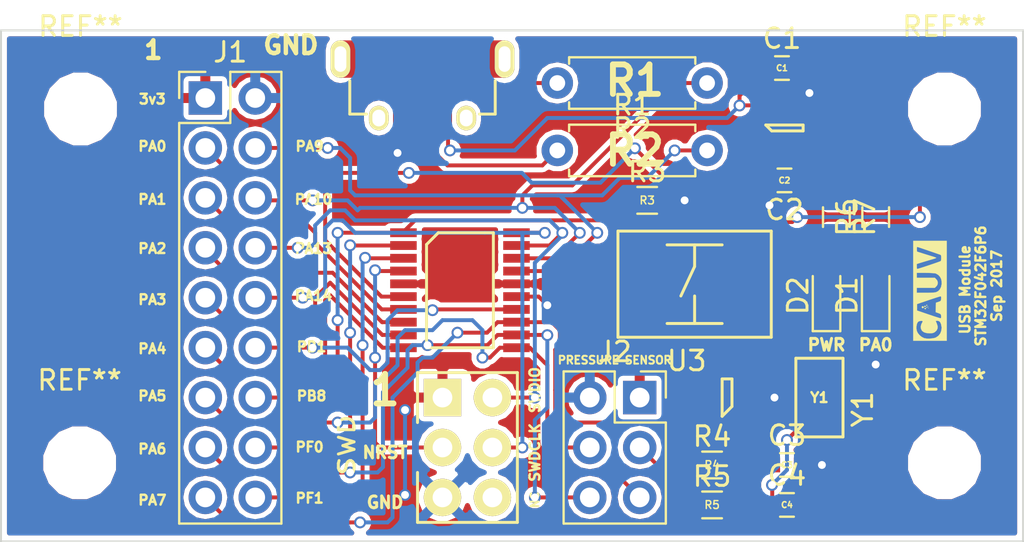
<source format=kicad_pcb>
(kicad_pcb (version 4) (host pcbnew 4.0.6-e0-6349~53~ubuntu16.04.1)

  (general
    (links 63)
    (no_connects 1)
    (area 104.442857 93.319 167.557143 123.275)
    (thickness 1.6)
    (drawings 37)
    (tracks 388)
    (zones 0)
    (modules 27)
    (nets 33)
  )

  (page A4)
  (layers
    (0 F.Cu signal)
    (31 B.Cu signal)
    (32 B.Adhes user)
    (33 F.Adhes user)
    (34 B.Paste user)
    (35 F.Paste user)
    (36 B.SilkS user)
    (37 F.SilkS user)
    (38 B.Mask user)
    (39 F.Mask user)
    (40 Dwgs.User user)
    (41 Cmts.User user)
    (42 Eco1.User user)
    (43 Eco2.User user)
    (44 Edge.Cuts user)
    (45 Margin user)
    (46 B.CrtYd user)
    (47 F.CrtYd user)
    (48 B.Fab user)
    (49 F.Fab user)
  )

  (setup
    (last_trace_width 0.2)
    (trace_clearance 0.2)
    (zone_clearance 0.254)
    (zone_45_only no)
    (trace_min 0.2)
    (segment_width 0.2)
    (edge_width 0.1)
    (via_size 0.6)
    (via_drill 0.4)
    (via_min_size 0.4)
    (via_min_drill 0.3)
    (uvia_size 0.3)
    (uvia_drill 0.1)
    (uvias_allowed no)
    (uvia_min_size 0.2)
    (uvia_min_drill 0.1)
    (pcb_text_width 0.3)
    (pcb_text_size 1.5 1.5)
    (mod_edge_width 0.15)
    (mod_text_size 1 1)
    (mod_text_width 0.15)
    (pad_size 3.2 3.2)
    (pad_drill 3.2)
    (pad_to_mask_clearance 0)
    (aux_axis_origin 0 0)
    (visible_elements 7FFCFFFF)
    (pcbplotparams
      (layerselection 0x00030_80000001)
      (usegerberextensions false)
      (excludeedgelayer true)
      (linewidth 0.100000)
      (plotframeref false)
      (viasonmask false)
      (mode 1)
      (useauxorigin false)
      (hpglpennumber 1)
      (hpglpenspeed 20)
      (hpglpendiameter 15)
      (hpglpenoverlay 2)
      (psnegative false)
      (psa4output false)
      (plotreference true)
      (plotvalue true)
      (plotinvisibletext false)
      (padsonsilk false)
      (subtractmaskfromsilk false)
      (outputformat 1)
      (mirror false)
      (drillshape 1)
      (scaleselection 1)
      (outputdirectory ""))
  )

  (net 0 "")
  (net 1 /GND)
  (net 2 /5v)
  (net 3 /3v3)
  (net 4 "Net-(C3-Pad1)")
  (net 5 "Net-(C4-Pad1)")
  (net 6 /PB8)
  (net 7 /PF0)
  (net 8 /PF1)
  (net 9 /NRST)
  (net 10 /PA0)
  (net 11 /PA1)
  (net 12 /PA2)
  (net 13 /PA3)
  (net 14 /PA4)
  (net 15 /SCLK)
  (net 16 /DOUT)
  (net 17 /DIN)
  (net 18 /PB1)
  (net 19 /USB_DM)
  (net 20 /USB_DP)
  (net 21 /SWDIO)
  (net 22 /SWDCLK)
  (net 23 /MCLK)
  (net 24 "Net-(P1-Pad6)")
  (net 25 "Net-(R1-Pad1)")
  (net 26 "Net-(R2-Pad2)")
  (net 27 "Net-(U1-Pad4)")
  (net 28 "Net-(U2-Pad6)")
  (net 29 "Net-(U3-Pad1)")
  (net 30 "Net-(U3-Pad4)")
  (net 31 "Net-(D1-Pad2)")
  (net 32 "Net-(D2-Pad2)")

  (net_class Default "This is the default net class."
    (clearance 0.2)
    (trace_width 0.2)
    (via_dia 0.6)
    (via_drill 0.4)
    (uvia_dia 0.3)
    (uvia_drill 0.1)
    (add_net /3v3)
    (add_net /5v)
    (add_net /DIN)
    (add_net /DOUT)
    (add_net /GND)
    (add_net /MCLK)
    (add_net /NRST)
    (add_net /PA0)
    (add_net /PA1)
    (add_net /PA2)
    (add_net /PA3)
    (add_net /PA4)
    (add_net /PB1)
    (add_net /PB8)
    (add_net /PF0)
    (add_net /PF1)
    (add_net /SCLK)
    (add_net /SWDCLK)
    (add_net /SWDIO)
    (add_net /USB_DM)
    (add_net /USB_DP)
    (add_net "Net-(C3-Pad1)")
    (add_net "Net-(C4-Pad1)")
    (add_net "Net-(D1-Pad2)")
    (add_net "Net-(D2-Pad2)")
    (add_net "Net-(P1-Pad6)")
    (add_net "Net-(R1-Pad1)")
    (add_net "Net-(R2-Pad2)")
    (add_net "Net-(U1-Pad4)")
    (add_net "Net-(U2-Pad6)")
    (add_net "Net-(U3-Pad1)")
    (add_net "Net-(U3-Pad4)")
  )

  (module Capacitors_SMD:C_0603 (layer F.Cu) (tedit 59A56B31) (tstamp 599F2F72)
    (at 149.733 97.917)
    (descr "Capacitor SMD 0603, reflow soldering, AVX (see smccp.pdf)")
    (tags "capacitor 0603")
    (path /5998353C)
    (attr smd)
    (fp_text reference C1 (at 0 -1.5) (layer F.SilkS)
      (effects (font (size 1 1) (thickness 0.15)))
    )
    (fp_text value 1u (at 0 1.5) (layer F.Fab)
      (effects (font (size 1 1) (thickness 0.15)))
    )
    (fp_line (start 1.4 0.65) (end -1.4 0.65) (layer F.CrtYd) (width 0.05))
    (fp_line (start 1.4 0.65) (end 1.4 -0.65) (layer F.CrtYd) (width 0.05))
    (fp_line (start -1.4 -0.65) (end -1.4 0.65) (layer F.CrtYd) (width 0.05))
    (fp_line (start -1.4 -0.65) (end 1.4 -0.65) (layer F.CrtYd) (width 0.05))
    (fp_line (start 0.35 0.6) (end -0.35 0.6) (layer F.SilkS) (width 0.12))
    (fp_line (start -0.35 -0.6) (end 0.35 -0.6) (layer F.SilkS) (width 0.12))
    (fp_line (start -0.8 -0.4) (end 0.8 -0.4) (layer F.Fab) (width 0.1))
    (fp_line (start 0.8 -0.4) (end 0.8 0.4) (layer F.Fab) (width 0.1))
    (fp_line (start 0.8 0.4) (end -0.8 0.4) (layer F.Fab) (width 0.1))
    (fp_line (start -0.8 0.4) (end -0.8 -0.4) (layer F.Fab) (width 0.1))
    (fp_text user %R (at 0 0) (layer F.SilkS)
      (effects (font (size 0.3 0.3) (thickness 0.075)))
    )
    (pad 2 smd rect (at 0.75 0) (size 0.8 0.75) (layers F.Cu F.Paste F.Mask)
      (net 1 /GND))
    (pad 1 smd rect (at -0.75 0) (size 0.8 0.75) (layers F.Cu F.Paste F.Mask)
      (net 2 /5v))
    (model Capacitors_SMD.3dshapes/C_0603.wrl
      (at (xyz 0 0 0))
      (scale (xyz 1 1 1))
      (rotate (xyz 0 0 0))
    )
  )

  (module Capacitors_SMD:C_0603 (layer F.Cu) (tedit 59A56B29) (tstamp 599F2F83)
    (at 149.86 103.632 180)
    (descr "Capacitor SMD 0603, reflow soldering, AVX (see smccp.pdf)")
    (tags "capacitor 0603")
    (path /59982B76)
    (attr smd)
    (fp_text reference C2 (at 0 -1.5 180) (layer F.SilkS)
      (effects (font (size 1 1) (thickness 0.15)))
    )
    (fp_text value 1u (at 0 1.5 180) (layer F.Fab)
      (effects (font (size 1 1) (thickness 0.15)))
    )
    (fp_line (start 1.4 0.65) (end -1.4 0.65) (layer F.CrtYd) (width 0.05))
    (fp_line (start 1.4 0.65) (end 1.4 -0.65) (layer F.CrtYd) (width 0.05))
    (fp_line (start -1.4 -0.65) (end -1.4 0.65) (layer F.CrtYd) (width 0.05))
    (fp_line (start -1.4 -0.65) (end 1.4 -0.65) (layer F.CrtYd) (width 0.05))
    (fp_line (start 0.35 0.6) (end -0.35 0.6) (layer F.SilkS) (width 0.12))
    (fp_line (start -0.35 -0.6) (end 0.35 -0.6) (layer F.SilkS) (width 0.12))
    (fp_line (start -0.8 -0.4) (end 0.8 -0.4) (layer F.Fab) (width 0.1))
    (fp_line (start 0.8 -0.4) (end 0.8 0.4) (layer F.Fab) (width 0.1))
    (fp_line (start 0.8 0.4) (end -0.8 0.4) (layer F.Fab) (width 0.1))
    (fp_line (start -0.8 0.4) (end -0.8 -0.4) (layer F.Fab) (width 0.1))
    (fp_text user %R (at 0 0 180) (layer F.SilkS)
      (effects (font (size 0.3 0.3) (thickness 0.075)))
    )
    (pad 2 smd rect (at 0.75 0 180) (size 0.8 0.75) (layers F.Cu F.Paste F.Mask)
      (net 1 /GND))
    (pad 1 smd rect (at -0.75 0 180) (size 0.8 0.75) (layers F.Cu F.Paste F.Mask)
      (net 3 /3v3))
    (model Capacitors_SMD.3dshapes/C_0603.wrl
      (at (xyz 0 0 0))
      (scale (xyz 1 1 1))
      (rotate (xyz 0 0 0))
    )
  )

  (module Capacitors_SMD:C_0603 (layer F.Cu) (tedit 59A56B46) (tstamp 599F2F94)
    (at 149.987 118.11)
    (descr "Capacitor SMD 0603, reflow soldering, AVX (see smccp.pdf)")
    (tags "capacitor 0603")
    (path /59998E01)
    (attr smd)
    (fp_text reference C3 (at 0 -1.5) (layer F.SilkS)
      (effects (font (size 1 1) (thickness 0.15)))
    )
    (fp_text value 24p (at 0 1.5) (layer F.Fab)
      (effects (font (size 1 1) (thickness 0.15)))
    )
    (fp_line (start 1.4 0.65) (end -1.4 0.65) (layer F.CrtYd) (width 0.05))
    (fp_line (start 1.4 0.65) (end 1.4 -0.65) (layer F.CrtYd) (width 0.05))
    (fp_line (start -1.4 -0.65) (end -1.4 0.65) (layer F.CrtYd) (width 0.05))
    (fp_line (start -1.4 -0.65) (end 1.4 -0.65) (layer F.CrtYd) (width 0.05))
    (fp_line (start 0.35 0.6) (end -0.35 0.6) (layer F.SilkS) (width 0.12))
    (fp_line (start -0.35 -0.6) (end 0.35 -0.6) (layer F.SilkS) (width 0.12))
    (fp_line (start -0.8 -0.4) (end 0.8 -0.4) (layer F.Fab) (width 0.1))
    (fp_line (start 0.8 -0.4) (end 0.8 0.4) (layer F.Fab) (width 0.1))
    (fp_line (start 0.8 0.4) (end -0.8 0.4) (layer F.Fab) (width 0.1))
    (fp_line (start -0.8 0.4) (end -0.8 -0.4) (layer F.Fab) (width 0.1))
    (fp_text user %R (at 0 0) (layer F.SilkS)
      (effects (font (size 0.3 0.3) (thickness 0.075)))
    )
    (pad 2 smd rect (at 0.75 0) (size 0.8 0.75) (layers F.Cu F.Paste F.Mask)
      (net 1 /GND))
    (pad 1 smd rect (at -0.75 0) (size 0.8 0.75) (layers F.Cu F.Paste F.Mask)
      (net 4 "Net-(C3-Pad1)"))
    (model Capacitors_SMD.3dshapes/C_0603.wrl
      (at (xyz 0 0 0))
      (scale (xyz 1 1 1))
      (rotate (xyz 0 0 0))
    )
  )

  (module Capacitors_SMD:C_0603 (layer F.Cu) (tedit 59A56B50) (tstamp 599F2FA5)
    (at 149.987 120.142)
    (descr "Capacitor SMD 0603, reflow soldering, AVX (see smccp.pdf)")
    (tags "capacitor 0603")
    (path /59998D9B)
    (attr smd)
    (fp_text reference C4 (at 0 -1.5) (layer F.SilkS)
      (effects (font (size 1 1) (thickness 0.15)))
    )
    (fp_text value 24p (at 0 1.5) (layer F.Fab)
      (effects (font (size 1 1) (thickness 0.15)))
    )
    (fp_line (start 1.4 0.65) (end -1.4 0.65) (layer F.CrtYd) (width 0.05))
    (fp_line (start 1.4 0.65) (end 1.4 -0.65) (layer F.CrtYd) (width 0.05))
    (fp_line (start -1.4 -0.65) (end -1.4 0.65) (layer F.CrtYd) (width 0.05))
    (fp_line (start -1.4 -0.65) (end 1.4 -0.65) (layer F.CrtYd) (width 0.05))
    (fp_line (start 0.35 0.6) (end -0.35 0.6) (layer F.SilkS) (width 0.12))
    (fp_line (start -0.35 -0.6) (end 0.35 -0.6) (layer F.SilkS) (width 0.12))
    (fp_line (start -0.8 -0.4) (end 0.8 -0.4) (layer F.Fab) (width 0.1))
    (fp_line (start 0.8 -0.4) (end 0.8 0.4) (layer F.Fab) (width 0.1))
    (fp_line (start 0.8 0.4) (end -0.8 0.4) (layer F.Fab) (width 0.1))
    (fp_line (start -0.8 0.4) (end -0.8 -0.4) (layer F.Fab) (width 0.1))
    (fp_text user %R (at 0 0) (layer F.SilkS)
      (effects (font (size 0.3 0.3) (thickness 0.075)))
    )
    (pad 2 smd rect (at 0.75 0) (size 0.8 0.75) (layers F.Cu F.Paste F.Mask)
      (net 1 /GND))
    (pad 1 smd rect (at -0.75 0) (size 0.8 0.75) (layers F.Cu F.Paste F.Mask)
      (net 5 "Net-(C4-Pad1)"))
    (model Capacitors_SMD.3dshapes/C_0603.wrl
      (at (xyz 0 0 0))
      (scale (xyz 1 1 1))
      (rotate (xyz 0 0 0))
    )
  )

  (module agg:TSSOP-20 (layer F.Cu) (tedit 59A1AFC7) (tstamp 599F3007)
    (at 133.35 109.22)
    (path /5990B64E)
    (fp_text reference IC1 (at 0 -4.25) (layer F.Fab)
      (effects (font (size 1 1) (thickness 0.15)))
    )
    (fp_text value STM32F042F6P6 (at 0 4.25) (layer F.Fab)
      (effects (font (size 1 1) (thickness 0.15)))
    )
    (fp_line (start -2.25 -3.3) (end 2.25 -3.3) (layer F.Fab) (width 0.01))
    (fp_line (start 2.25 -3.3) (end 2.25 3.3) (layer F.Fab) (width 0.01))
    (fp_line (start 2.25 3.3) (end -2.25 3.3) (layer F.Fab) (width 0.01))
    (fp_line (start -2.25 3.3) (end -2.25 -3.3) (layer F.Fab) (width 0.01))
    (fp_circle (center -1.45 -2.5) (end -1.45 -2.1) (layer F.Fab) (width 0.01))
    (fp_line (start -3.2 -3.075) (end -2.25 -3.075) (layer F.Fab) (width 0.01))
    (fp_line (start -2.25 -2.775) (end -3.2 -2.775) (layer F.Fab) (width 0.01))
    (fp_line (start -3.2 -2.775) (end -3.2 -3.075) (layer F.Fab) (width 0.01))
    (fp_line (start -3.2 -2.425) (end -2.25 -2.425) (layer F.Fab) (width 0.01))
    (fp_line (start -2.25 -2.125) (end -3.2 -2.125) (layer F.Fab) (width 0.01))
    (fp_line (start -3.2 -2.125) (end -3.2 -2.425) (layer F.Fab) (width 0.01))
    (fp_line (start -3.2 -1.775) (end -2.25 -1.775) (layer F.Fab) (width 0.01))
    (fp_line (start -2.25 -1.475) (end -3.2 -1.475) (layer F.Fab) (width 0.01))
    (fp_line (start -3.2 -1.475) (end -3.2 -1.775) (layer F.Fab) (width 0.01))
    (fp_line (start -3.2 -1.125) (end -2.25 -1.125) (layer F.Fab) (width 0.01))
    (fp_line (start -2.25 -0.825) (end -3.2 -0.825) (layer F.Fab) (width 0.01))
    (fp_line (start -3.2 -0.825) (end -3.2 -1.125) (layer F.Fab) (width 0.01))
    (fp_line (start -3.2 -0.475) (end -2.25 -0.475) (layer F.Fab) (width 0.01))
    (fp_line (start -2.25 -0.175) (end -3.2 -0.175) (layer F.Fab) (width 0.01))
    (fp_line (start -3.2 -0.175) (end -3.2 -0.475) (layer F.Fab) (width 0.01))
    (fp_line (start -3.2 0.175) (end -2.25 0.175) (layer F.Fab) (width 0.01))
    (fp_line (start -2.25 0.475) (end -3.2 0.475) (layer F.Fab) (width 0.01))
    (fp_line (start -3.2 0.475) (end -3.2 0.175) (layer F.Fab) (width 0.01))
    (fp_line (start -3.2 0.825) (end -2.25 0.825) (layer F.Fab) (width 0.01))
    (fp_line (start -2.25 1.125) (end -3.2 1.125) (layer F.Fab) (width 0.01))
    (fp_line (start -3.2 1.125) (end -3.2 0.825) (layer F.Fab) (width 0.01))
    (fp_line (start -3.2 1.475) (end -2.25 1.475) (layer F.Fab) (width 0.01))
    (fp_line (start -2.25 1.775) (end -3.2 1.775) (layer F.Fab) (width 0.01))
    (fp_line (start -3.2 1.775) (end -3.2 1.475) (layer F.Fab) (width 0.01))
    (fp_line (start -3.2 2.125) (end -2.25 2.125) (layer F.Fab) (width 0.01))
    (fp_line (start -2.25 2.425) (end -3.2 2.425) (layer F.Fab) (width 0.01))
    (fp_line (start -3.2 2.425) (end -3.2 2.125) (layer F.Fab) (width 0.01))
    (fp_line (start -3.2 2.775) (end -2.25 2.775) (layer F.Fab) (width 0.01))
    (fp_line (start -2.25 3.075) (end -3.2 3.075) (layer F.Fab) (width 0.01))
    (fp_line (start -3.2 3.075) (end -3.2 2.775) (layer F.Fab) (width 0.01))
    (fp_line (start 2.25 2.775) (end 3.2 2.775) (layer F.Fab) (width 0.01))
    (fp_line (start 3.2 2.775) (end 3.2 3.075) (layer F.Fab) (width 0.01))
    (fp_line (start 3.2 3.075) (end 2.25 3.075) (layer F.Fab) (width 0.01))
    (fp_line (start 2.25 2.125) (end 3.2 2.125) (layer F.Fab) (width 0.01))
    (fp_line (start 3.2 2.125) (end 3.2 2.425) (layer F.Fab) (width 0.01))
    (fp_line (start 3.2 2.425) (end 2.25 2.425) (layer F.Fab) (width 0.01))
    (fp_line (start 2.25 1.475) (end 3.2 1.475) (layer F.Fab) (width 0.01))
    (fp_line (start 3.2 1.475) (end 3.2 1.775) (layer F.Fab) (width 0.01))
    (fp_line (start 3.2 1.775) (end 2.25 1.775) (layer F.Fab) (width 0.01))
    (fp_line (start 2.25 0.825) (end 3.2 0.825) (layer F.Fab) (width 0.01))
    (fp_line (start 3.2 0.825) (end 3.2 1.125) (layer F.Fab) (width 0.01))
    (fp_line (start 3.2 1.125) (end 2.25 1.125) (layer F.Fab) (width 0.01))
    (fp_line (start 2.25 0.175) (end 3.2 0.175) (layer F.Fab) (width 0.01))
    (fp_line (start 3.2 0.175) (end 3.2 0.475) (layer F.Fab) (width 0.01))
    (fp_line (start 3.2 0.475) (end 2.25 0.475) (layer F.Fab) (width 0.01))
    (fp_line (start 2.25 -0.475) (end 3.2 -0.475) (layer F.Fab) (width 0.01))
    (fp_line (start 3.2 -0.475) (end 3.2 -0.175) (layer F.Fab) (width 0.01))
    (fp_line (start 3.2 -0.175) (end 2.25 -0.175) (layer F.Fab) (width 0.01))
    (fp_line (start 2.25 -1.125) (end 3.2 -1.125) (layer F.Fab) (width 0.01))
    (fp_line (start 3.2 -1.125) (end 3.2 -0.825) (layer F.Fab) (width 0.01))
    (fp_line (start 3.2 -0.825) (end 2.25 -0.825) (layer F.Fab) (width 0.01))
    (fp_line (start 2.25 -1.775) (end 3.2 -1.775) (layer F.Fab) (width 0.01))
    (fp_line (start 3.2 -1.775) (end 3.2 -1.475) (layer F.Fab) (width 0.01))
    (fp_line (start 3.2 -1.475) (end 2.25 -1.475) (layer F.Fab) (width 0.01))
    (fp_line (start 2.25 -2.425) (end 3.2 -2.425) (layer F.Fab) (width 0.01))
    (fp_line (start 3.2 -2.425) (end 3.2 -2.125) (layer F.Fab) (width 0.01))
    (fp_line (start 3.2 -2.125) (end 2.25 -2.125) (layer F.Fab) (width 0.01))
    (fp_line (start 2.25 -3.075) (end 3.2 -3.075) (layer F.Fab) (width 0.01))
    (fp_line (start 3.2 -3.075) (end 3.2 -2.775) (layer F.Fab) (width 0.01))
    (fp_line (start 3.2 -2.775) (end 2.25 -2.775) (layer F.Fab) (width 0.01))
    (fp_line (start -1.1 -2.925) (end 1.7 -2.925) (layer F.SilkS) (width 0.15))
    (fp_line (start 1.7 -2.925) (end 1.7 2.925) (layer F.SilkS) (width 0.15))
    (fp_line (start 1.7 2.925) (end -1.7 2.925) (layer F.SilkS) (width 0.15))
    (fp_line (start -1.7 2.925) (end -1.7 -2.325) (layer F.SilkS) (width 0.15))
    (fp_line (start -1.7 -2.325) (end -1.1 -2.925) (layer F.SilkS) (width 0.15))
    (fp_line (start -3.8 -3.55) (end 3.8 -3.55) (layer F.CrtYd) (width 0.01))
    (fp_line (start 3.8 -3.55) (end 3.8 3.55) (layer F.CrtYd) (width 0.01))
    (fp_line (start 3.8 3.55) (end -3.8 3.55) (layer F.CrtYd) (width 0.01))
    (fp_line (start -3.8 3.55) (end -3.8 -3.55) (layer F.CrtYd) (width 0.01))
    (pad 1 smd rect (at -2.875 -2.925) (size 1.35 0.45) (layers F.Cu F.Paste F.Mask)
      (net 6 /PB8))
    (pad 2 smd rect (at -2.875 -2.275) (size 1.35 0.45) (layers F.Cu F.Paste F.Mask)
      (net 7 /PF0))
    (pad 3 smd rect (at -2.875 -1.625) (size 1.35 0.45) (layers F.Cu F.Paste F.Mask)
      (net 8 /PF1))
    (pad 4 smd rect (at -2.875 -0.975) (size 1.35 0.45) (layers F.Cu F.Paste F.Mask)
      (net 9 /NRST))
    (pad 5 smd rect (at -2.875 -0.325) (size 1.35 0.45) (layers F.Cu F.Paste F.Mask)
      (net 3 /3v3))
    (pad 6 smd rect (at -2.875 0.325) (size 1.35 0.45) (layers F.Cu F.Paste F.Mask)
      (net 10 /PA0))
    (pad 7 smd rect (at -2.875 0.975) (size 1.35 0.45) (layers F.Cu F.Paste F.Mask)
      (net 11 /PA1))
    (pad 8 smd rect (at -2.875 1.625) (size 1.35 0.45) (layers F.Cu F.Paste F.Mask)
      (net 12 /PA2))
    (pad 9 smd rect (at -2.875 2.275) (size 1.35 0.45) (layers F.Cu F.Paste F.Mask)
      (net 13 /PA3))
    (pad 10 smd rect (at -2.875 2.925) (size 1.35 0.45) (layers F.Cu F.Paste F.Mask)
      (net 14 /PA4))
    (pad 11 smd rect (at 2.875 2.925) (size 1.35 0.45) (layers F.Cu F.Paste F.Mask)
      (net 15 /SCLK))
    (pad 12 smd rect (at 2.875 2.275) (size 1.35 0.45) (layers F.Cu F.Paste F.Mask)
      (net 16 /DOUT))
    (pad 13 smd rect (at 2.875 1.625) (size 1.35 0.45) (layers F.Cu F.Paste F.Mask)
      (net 17 /DIN))
    (pad 14 smd rect (at 2.875 0.975) (size 1.35 0.45) (layers F.Cu F.Paste F.Mask)
      (net 18 /PB1))
    (pad 15 smd rect (at 2.875 0.325) (size 1.35 0.45) (layers F.Cu F.Paste F.Mask)
      (net 1 /GND))
    (pad 16 smd rect (at 2.875 -0.325) (size 1.35 0.45) (layers F.Cu F.Paste F.Mask)
      (net 3 /3v3))
    (pad 17 smd rect (at 2.875 -0.975) (size 1.35 0.45) (layers F.Cu F.Paste F.Mask)
      (net 19 /USB_DM))
    (pad 18 smd rect (at 2.875 -1.625) (size 1.35 0.45) (layers F.Cu F.Paste F.Mask)
      (net 20 /USB_DP))
    (pad 19 smd rect (at 2.875 -2.275) (size 1.35 0.45) (layers F.Cu F.Paste F.Mask)
      (net 21 /SWDIO))
    (pad 20 smd rect (at 2.875 -2.925) (size 1.35 0.45) (layers F.Cu F.Paste F.Mask)
      (net 22 /SWDCLK))
    (model ${KISYS3DMOD}/Housings_SSOP.3dshapes/TSSOP-20_4.4x6.5mm_Pitch0.65mm.wrl
      (at (xyz 0 0 0))
      (scale (xyz 1 1 1))
      (rotate (xyz 0 0 0))
    )
  )

  (module agg:SOT-23 (layer F.Cu) (tedit 5765688A) (tstamp 599F3025)
    (at 149.86 100.965 90)
    (path /59982B20)
    (fp_text reference IC2 (at 0 -2.45 90) (layer F.Fab)
      (effects (font (size 1 1) (thickness 0.15)))
    )
    (fp_text value MCP1700 (at 0 2.45 90) (layer F.Fab)
      (effects (font (size 1 1) (thickness 0.15)))
    )
    (fp_line (start -0.7 -1.5) (end 0.7 -1.5) (layer F.Fab) (width 0.01))
    (fp_line (start 0.7 -1.5) (end 0.7 1.5) (layer F.Fab) (width 0.01))
    (fp_line (start 0.7 1.5) (end -0.7 1.5) (layer F.Fab) (width 0.01))
    (fp_line (start -0.7 1.5) (end -0.7 -1.5) (layer F.Fab) (width 0.01))
    (fp_circle (center 0.1 -0.7) (end 0.1 -0.3) (layer F.Fab) (width 0.01))
    (fp_line (start -1.25 -1.19) (end -0.7 -1.19) (layer F.Fab) (width 0.01))
    (fp_line (start -0.7 -0.71) (end -1.25 -0.71) (layer F.Fab) (width 0.01))
    (fp_line (start -1.25 -0.71) (end -1.25 -1.19) (layer F.Fab) (width 0.01))
    (fp_line (start -1.25 0.71) (end -0.7 0.71) (layer F.Fab) (width 0.01))
    (fp_line (start -0.7 1.19) (end -1.25 1.19) (layer F.Fab) (width 0.01))
    (fp_line (start -1.25 1.19) (end -1.25 0.71) (layer F.Fab) (width 0.01))
    (fp_line (start 0.7 -0.24) (end 1.25 -0.24) (layer F.Fab) (width 0.01))
    (fp_line (start 1.25 -0.24) (end 1.25 0.24) (layer F.Fab) (width 0.01))
    (fp_line (start 1.25 0.24) (end 0.7 0.24) (layer F.Fab) (width 0.01))
    (fp_line (start 0.15 -0.95) (end 0.15 -0.95) (layer F.SilkS) (width 0.15))
    (fp_line (start 0.15 -0.95) (end 0.15 0.95) (layer F.SilkS) (width 0.15))
    (fp_line (start 0.15 0.95) (end -0.15 0.95) (layer F.SilkS) (width 0.15))
    (fp_line (start -0.15 0.95) (end -0.15 -0.65) (layer F.SilkS) (width 0.15))
    (fp_line (start -0.15 -0.65) (end 0.15 -0.95) (layer F.SilkS) (width 0.15))
    (fp_line (start -1.9 -1.75) (end 1.9 -1.75) (layer F.CrtYd) (width 0.01))
    (fp_line (start 1.9 -1.75) (end 1.9 1.75) (layer F.CrtYd) (width 0.01))
    (fp_line (start 1.9 1.75) (end -1.9 1.75) (layer F.CrtYd) (width 0.01))
    (fp_line (start -1.9 1.75) (end -1.9 -1.75) (layer F.CrtYd) (width 0.01))
    (pad 1 smd rect (at -1.15 -0.95 90) (size 1 0.6) (layers F.Cu F.Paste F.Mask)
      (net 1 /GND))
    (pad 2 smd rect (at -1.15 0.95 90) (size 1 0.6) (layers F.Cu F.Paste F.Mask)
      (net 3 /3v3))
    (pad 3 smd rect (at 1.15 0 90) (size 1 0.6) (layers F.Cu F.Paste F.Mask)
      (net 2 /5v))
    (model ${KISYS3DMOD}/TO_SOT_Packages_SMD.3dshapes/SOT-23.wrl
      (at (xyz 0 0 0))
      (scale (xyz 1 1 1))
      (rotate (xyz 0 0 90))
    )
  )

  (module Pin_Headers:Pin_Header_Straight_2x09_Pitch2.54mm (layer F.Cu) (tedit 59650532) (tstamp 599F304D)
    (at 120.396 99.441)
    (descr "Through hole straight pin header, 2x09, 2.54mm pitch, double rows")
    (tags "Through hole pin header THT 2x09 2.54mm double row")
    (path /599B5AC0)
    (fp_text reference J1 (at 1.27 -2.33) (layer F.SilkS)
      (effects (font (size 1 1) (thickness 0.15)))
    )
    (fp_text value CONN_02x09 (at 1.27 22.65) (layer F.Fab)
      (effects (font (size 1 1) (thickness 0.15)))
    )
    (fp_line (start 0 -1.27) (end 3.81 -1.27) (layer F.Fab) (width 0.1))
    (fp_line (start 3.81 -1.27) (end 3.81 21.59) (layer F.Fab) (width 0.1))
    (fp_line (start 3.81 21.59) (end -1.27 21.59) (layer F.Fab) (width 0.1))
    (fp_line (start -1.27 21.59) (end -1.27 0) (layer F.Fab) (width 0.1))
    (fp_line (start -1.27 0) (end 0 -1.27) (layer F.Fab) (width 0.1))
    (fp_line (start -1.33 21.65) (end 3.87 21.65) (layer F.SilkS) (width 0.12))
    (fp_line (start -1.33 1.27) (end -1.33 21.65) (layer F.SilkS) (width 0.12))
    (fp_line (start 3.87 -1.33) (end 3.87 21.65) (layer F.SilkS) (width 0.12))
    (fp_line (start -1.33 1.27) (end 1.27 1.27) (layer F.SilkS) (width 0.12))
    (fp_line (start 1.27 1.27) (end 1.27 -1.33) (layer F.SilkS) (width 0.12))
    (fp_line (start 1.27 -1.33) (end 3.87 -1.33) (layer F.SilkS) (width 0.12))
    (fp_line (start -1.33 0) (end -1.33 -1.33) (layer F.SilkS) (width 0.12))
    (fp_line (start -1.33 -1.33) (end 0 -1.33) (layer F.SilkS) (width 0.12))
    (fp_line (start -1.8 -1.8) (end -1.8 22.1) (layer F.CrtYd) (width 0.05))
    (fp_line (start -1.8 22.1) (end 4.35 22.1) (layer F.CrtYd) (width 0.05))
    (fp_line (start 4.35 22.1) (end 4.35 -1.8) (layer F.CrtYd) (width 0.05))
    (fp_line (start 4.35 -1.8) (end -1.8 -1.8) (layer F.CrtYd) (width 0.05))
    (fp_text user %R (at 1.27 10.16 90) (layer F.Fab)
      (effects (font (size 1 1) (thickness 0.15)))
    )
    (pad 1 thru_hole rect (at 0 0) (size 1.7 1.7) (drill 1) (layers *.Cu *.Mask)
      (net 3 /3v3))
    (pad 2 thru_hole oval (at 2.54 0) (size 1.7 1.7) (drill 1) (layers *.Cu *.Mask)
      (net 1 /GND))
    (pad 3 thru_hole oval (at 0 2.54) (size 1.7 1.7) (drill 1) (layers *.Cu *.Mask)
      (net 10 /PA0))
    (pad 4 thru_hole oval (at 2.54 2.54) (size 1.7 1.7) (drill 1) (layers *.Cu *.Mask)
      (net 19 /USB_DM))
    (pad 5 thru_hole oval (at 0 5.08) (size 1.7 1.7) (drill 1) (layers *.Cu *.Mask)
      (net 11 /PA1))
    (pad 6 thru_hole oval (at 2.54 5.08) (size 1.7 1.7) (drill 1) (layers *.Cu *.Mask)
      (net 20 /USB_DP))
    (pad 7 thru_hole oval (at 0 7.62) (size 1.7 1.7) (drill 1) (layers *.Cu *.Mask)
      (net 12 /PA2))
    (pad 8 thru_hole oval (at 2.54 7.62) (size 1.7 1.7) (drill 1) (layers *.Cu *.Mask)
      (net 21 /SWDIO))
    (pad 9 thru_hole oval (at 0 10.16) (size 1.7 1.7) (drill 1) (layers *.Cu *.Mask)
      (net 13 /PA3))
    (pad 10 thru_hole oval (at 2.54 10.16) (size 1.7 1.7) (drill 1) (layers *.Cu *.Mask)
      (net 22 /SWDCLK))
    (pad 11 thru_hole oval (at 0 12.7) (size 1.7 1.7) (drill 1) (layers *.Cu *.Mask)
      (net 14 /PA4))
    (pad 12 thru_hole oval (at 2.54 12.7) (size 1.7 1.7) (drill 1) (layers *.Cu *.Mask)
      (net 18 /PB1))
    (pad 13 thru_hole oval (at 0 15.24) (size 1.7 1.7) (drill 1) (layers *.Cu *.Mask)
      (net 15 /SCLK))
    (pad 14 thru_hole oval (at 2.54 15.24) (size 1.7 1.7) (drill 1) (layers *.Cu *.Mask)
      (net 6 /PB8))
    (pad 15 thru_hole oval (at 0 17.78) (size 1.7 1.7) (drill 1) (layers *.Cu *.Mask)
      (net 16 /DOUT))
    (pad 16 thru_hole oval (at 2.54 17.78) (size 1.7 1.7) (drill 1) (layers *.Cu *.Mask)
      (net 7 /PF0))
    (pad 17 thru_hole oval (at 0 20.32) (size 1.7 1.7) (drill 1) (layers *.Cu *.Mask)
      (net 17 /DIN))
    (pad 18 thru_hole oval (at 2.54 20.32) (size 1.7 1.7) (drill 1) (layers *.Cu *.Mask)
      (net 8 /PF1))
    (model ${KISYS3DMOD}/Pin_Headers.3dshapes/Pin_Header_Straight_2x09_Pitch2.54mm.wrl
      (at (xyz 0 0 0))
      (scale (xyz 1 1 1))
      (rotate (xyz 0 0 0))
    )
  )

  (module Socket_Strips:Socket_Strip_Straight_2x03_Pitch2.54mm (layer F.Cu) (tedit 58CD5448) (tstamp 599F3068)
    (at 142.494 114.681)
    (descr "Through hole straight socket strip, 2x03, 2.54mm pitch, double rows")
    (tags "Through hole socket strip THT 2x03 2.54mm double row")
    (path /599492A4)
    (fp_text reference J2 (at -1.27 -2.33) (layer F.SilkS)
      (effects (font (size 1 1) (thickness 0.15)))
    )
    (fp_text value MODULE_BRIDGE (at -1.27 7.41) (layer F.Fab)
      (effects (font (size 1 1) (thickness 0.15)))
    )
    (fp_line (start -3.81 -1.27) (end -3.81 6.35) (layer F.Fab) (width 0.1))
    (fp_line (start -3.81 6.35) (end 1.27 6.35) (layer F.Fab) (width 0.1))
    (fp_line (start 1.27 6.35) (end 1.27 -1.27) (layer F.Fab) (width 0.1))
    (fp_line (start 1.27 -1.27) (end -3.81 -1.27) (layer F.Fab) (width 0.1))
    (fp_line (start 1.33 1.27) (end 1.33 6.41) (layer F.SilkS) (width 0.12))
    (fp_line (start 1.33 6.41) (end -3.87 6.41) (layer F.SilkS) (width 0.12))
    (fp_line (start -3.87 6.41) (end -3.87 -1.33) (layer F.SilkS) (width 0.12))
    (fp_line (start -3.87 -1.33) (end -1.27 -1.33) (layer F.SilkS) (width 0.12))
    (fp_line (start -1.27 -1.33) (end -1.27 1.27) (layer F.SilkS) (width 0.12))
    (fp_line (start -1.27 1.27) (end 1.33 1.27) (layer F.SilkS) (width 0.12))
    (fp_line (start 1.33 0) (end 1.33 -1.33) (layer F.SilkS) (width 0.12))
    (fp_line (start 1.33 -1.33) (end 0.06 -1.33) (layer F.SilkS) (width 0.12))
    (fp_line (start -4.35 -1.8) (end -4.35 6.85) (layer F.CrtYd) (width 0.05))
    (fp_line (start -4.35 6.85) (end 1.8 6.85) (layer F.CrtYd) (width 0.05))
    (fp_line (start 1.8 6.85) (end 1.8 -1.8) (layer F.CrtYd) (width 0.05))
    (fp_line (start 1.8 -1.8) (end -4.35 -1.8) (layer F.CrtYd) (width 0.05))
    (fp_text user %R (at -1.27 -2.33) (layer F.Fab)
      (effects (font (size 1 1) (thickness 0.15)))
    )
    (pad 1 thru_hole rect (at 0 0) (size 1.7 1.7) (drill 1) (layers *.Cu *.Mask)
      (net 3 /3v3))
    (pad 2 thru_hole oval (at -2.54 0) (size 1.7 1.7) (drill 1) (layers *.Cu *.Mask)
      (net 1 /GND))
    (pad 3 thru_hole oval (at 0 2.54) (size 1.7 1.7) (drill 1) (layers *.Cu *.Mask)
      (net 23 /MCLK))
    (pad 4 thru_hole oval (at -2.54 2.54) (size 1.7 1.7) (drill 1) (layers *.Cu *.Mask)
      (net 15 /SCLK))
    (pad 5 thru_hole oval (at 0 5.08) (size 1.7 1.7) (drill 1) (layers *.Cu *.Mask)
      (net 17 /DIN))
    (pad 6 thru_hole oval (at -2.54 5.08) (size 1.7 1.7) (drill 1) (layers *.Cu *.Mask)
      (net 16 /DOUT))
    (model ${KISYS3DMOD}/Socket_Strips.3dshapes/Socket_Strip_Straight_2x03_Pitch2.54mm.wrl
      (at (xyz -0.05 -0.1 0))
      (scale (xyz 1 1 1))
      (rotate (xyz 0 0 270))
    )
  )

  (module footprints:SWD_CONN (layer F.Cu) (tedit 58D40CEC) (tstamp 599F307F)
    (at 133.731 117.221 270)
    (path /59920B13)
    (fp_text reference P1 (at 0 -3.49 270) (layer F.Fab)
      (effects (font (size 1 1) (thickness 0.15)))
    )
    (fp_text value SWD_TC (at 0 3.49 270) (layer F.Fab)
      (effects (font (size 1 1) (thickness 0.15)))
    )
    (fp_line (start -3.81 -2.54) (end 3.81 -2.54) (layer F.Fab) (width 0.01))
    (fp_line (start 3.81 -2.54) (end 3.81 2.54) (layer F.Fab) (width 0.01))
    (fp_line (start 3.81 2.54) (end -3.81 2.54) (layer F.Fab) (width 0.01))
    (fp_line (start -3.81 2.54) (end -3.81 -2.54) (layer F.Fab) (width 0.01))
    (fp_line (start -3.81 -2.54) (end 3.81 -2.54) (layer F.SilkS) (width 0.15))
    (fp_line (start 3.81 -2.54) (end 3.81 2.54) (layer F.SilkS) (width 0.15))
    (fp_line (start 3.81 2.54) (end 1.27 2.54) (layer F.SilkS) (width 0.15))
    (fp_line (start -1.27 2.54) (end -3.81 2.54) (layer F.SilkS) (width 0.15))
    (fp_line (start -3.81 2.54) (end -3.81 -2.54) (layer F.SilkS) (width 0.15))
    (fp_line (start -4.1 -2.8) (end 4.1 -2.8) (layer F.CrtYd) (width 0.01))
    (fp_line (start 4.1 -2.8) (end 4.1 2.8) (layer F.CrtYd) (width 0.01))
    (fp_line (start 4.1 2.8) (end -4.1 2.8) (layer F.CrtYd) (width 0.01))
    (fp_line (start -4.1 2.8) (end -4.1 -2.8) (layer F.CrtYd) (width 0.01))
    (pad 1 thru_hole rect (at -2.54 1.27 270) (size 1.9 1.9) (drill 1) (layers *.Cu *.Mask F.SilkS)
      (net 3 /3v3))
    (pad 2 thru_hole circle (at -2.54 -1.27 270) (size 1.9 1.9) (drill 1) (layers *.Cu *.Mask F.SilkS)
      (net 21 /SWDIO))
    (pad 3 thru_hole circle (at 0 1.27 270) (size 1.9 1.9) (drill 1) (layers *.Cu *.Mask F.SilkS)
      (net 9 /NRST))
    (pad 4 thru_hole circle (at 0 -1.27 270) (size 1.9 1.9) (drill 1) (layers *.Cu *.Mask F.SilkS)
      (net 22 /SWDCLK))
    (pad 5 thru_hole circle (at 2.54 1.27 270) (size 1.9 1.9) (drill 1) (layers *.Cu *.Mask F.SilkS)
      (net 1 /GND))
    (pad 6 thru_hole circle (at 2.54 -1.27 270) (size 1.9 1.9) (drill 1) (layers *.Cu *.Mask F.SilkS)
      (net 24 "Net-(P1-Pad6)"))
    (model ${KISYS3DMOD}/Pin_Headers.3dshapes/Pin_Header_Straight_2x03.wrl
      (at (xyz 0 0 0))
      (scale (xyz 1 1 1))
      (rotate (xyz 0 0 0))
    )
  )

  (module Resistors_THT:R_Axial_DIN0207_L6.3mm_D2.5mm_P7.62mm_Horizontal (layer F.Cu) (tedit 5874F706) (tstamp 599F3095)
    (at 138.303 102.108)
    (descr "Resistor, Axial_DIN0207 series, Axial, Horizontal, pin pitch=7.62mm, 0.25W = 1/4W, length*diameter=6.3*2.5mm^2, http://cdn-reichelt.de/documents/datenblatt/B400/1_4W%23YAG.pdf")
    (tags "Resistor Axial_DIN0207 series Axial Horizontal pin pitch 7.62mm 0.25W = 1/4W length 6.3mm diameter 2.5mm")
    (path /599255BF)
    (fp_text reference R1 (at 3.81 -2.31) (layer F.SilkS)
      (effects (font (size 1 1) (thickness 0.15)))
    )
    (fp_text value 22 (at 3.81 2.31) (layer F.Fab)
      (effects (font (size 1 1) (thickness 0.15)))
    )
    (fp_line (start 0.66 -1.25) (end 0.66 1.25) (layer F.Fab) (width 0.1))
    (fp_line (start 0.66 1.25) (end 6.96 1.25) (layer F.Fab) (width 0.1))
    (fp_line (start 6.96 1.25) (end 6.96 -1.25) (layer F.Fab) (width 0.1))
    (fp_line (start 6.96 -1.25) (end 0.66 -1.25) (layer F.Fab) (width 0.1))
    (fp_line (start 0 0) (end 0.66 0) (layer F.Fab) (width 0.1))
    (fp_line (start 7.62 0) (end 6.96 0) (layer F.Fab) (width 0.1))
    (fp_line (start 0.6 -0.98) (end 0.6 -1.31) (layer F.SilkS) (width 0.12))
    (fp_line (start 0.6 -1.31) (end 7.02 -1.31) (layer F.SilkS) (width 0.12))
    (fp_line (start 7.02 -1.31) (end 7.02 -0.98) (layer F.SilkS) (width 0.12))
    (fp_line (start 0.6 0.98) (end 0.6 1.31) (layer F.SilkS) (width 0.12))
    (fp_line (start 0.6 1.31) (end 7.02 1.31) (layer F.SilkS) (width 0.12))
    (fp_line (start 7.02 1.31) (end 7.02 0.98) (layer F.SilkS) (width 0.12))
    (fp_line (start -1.05 -1.6) (end -1.05 1.6) (layer F.CrtYd) (width 0.05))
    (fp_line (start -1.05 1.6) (end 8.7 1.6) (layer F.CrtYd) (width 0.05))
    (fp_line (start 8.7 1.6) (end 8.7 -1.6) (layer F.CrtYd) (width 0.05))
    (fp_line (start 8.7 -1.6) (end -1.05 -1.6) (layer F.CrtYd) (width 0.05))
    (pad 1 thru_hole circle (at 0 0) (size 1.6 1.6) (drill 0.8) (layers *.Cu *.Mask)
      (net 25 "Net-(R1-Pad1)"))
    (pad 2 thru_hole oval (at 7.62 0) (size 1.6 1.6) (drill 0.8) (layers *.Cu *.Mask)
      (net 19 /USB_DM))
    (model ${KISYS3DMOD}/Resistors_THT.3dshapes/R_Axial_DIN0207_L6.3mm_D2.5mm_P7.62mm_Horizontal.wrl
      (at (xyz 0 0 0))
      (scale (xyz 0.393701 0.393701 0.393701))
      (rotate (xyz 0 0 0))
    )
  )

  (module Resistors_THT:R_Axial_DIN0207_L6.3mm_D2.5mm_P7.62mm_Horizontal (layer F.Cu) (tedit 5874F706) (tstamp 599F30AB)
    (at 145.923 98.679 180)
    (descr "Resistor, Axial_DIN0207 series, Axial, Horizontal, pin pitch=7.62mm, 0.25W = 1/4W, length*diameter=6.3*2.5mm^2, http://cdn-reichelt.de/documents/datenblatt/B400/1_4W%23YAG.pdf")
    (tags "Resistor Axial_DIN0207 series Axial Horizontal pin pitch 7.62mm 0.25W = 1/4W length 6.3mm diameter 2.5mm")
    (path /59925636)
    (fp_text reference R2 (at 3.81 -2.31 180) (layer F.SilkS)
      (effects (font (size 1 1) (thickness 0.15)))
    )
    (fp_text value 22 (at 3.81 2.31 180) (layer F.Fab)
      (effects (font (size 1 1) (thickness 0.15)))
    )
    (fp_line (start 0.66 -1.25) (end 0.66 1.25) (layer F.Fab) (width 0.1))
    (fp_line (start 0.66 1.25) (end 6.96 1.25) (layer F.Fab) (width 0.1))
    (fp_line (start 6.96 1.25) (end 6.96 -1.25) (layer F.Fab) (width 0.1))
    (fp_line (start 6.96 -1.25) (end 0.66 -1.25) (layer F.Fab) (width 0.1))
    (fp_line (start 0 0) (end 0.66 0) (layer F.Fab) (width 0.1))
    (fp_line (start 7.62 0) (end 6.96 0) (layer F.Fab) (width 0.1))
    (fp_line (start 0.6 -0.98) (end 0.6 -1.31) (layer F.SilkS) (width 0.12))
    (fp_line (start 0.6 -1.31) (end 7.02 -1.31) (layer F.SilkS) (width 0.12))
    (fp_line (start 7.02 -1.31) (end 7.02 -0.98) (layer F.SilkS) (width 0.12))
    (fp_line (start 0.6 0.98) (end 0.6 1.31) (layer F.SilkS) (width 0.12))
    (fp_line (start 0.6 1.31) (end 7.02 1.31) (layer F.SilkS) (width 0.12))
    (fp_line (start 7.02 1.31) (end 7.02 0.98) (layer F.SilkS) (width 0.12))
    (fp_line (start -1.05 -1.6) (end -1.05 1.6) (layer F.CrtYd) (width 0.05))
    (fp_line (start -1.05 1.6) (end 8.7 1.6) (layer F.CrtYd) (width 0.05))
    (fp_line (start 8.7 1.6) (end 8.7 -1.6) (layer F.CrtYd) (width 0.05))
    (fp_line (start 8.7 -1.6) (end -1.05 -1.6) (layer F.CrtYd) (width 0.05))
    (pad 1 thru_hole circle (at 0 0 180) (size 1.6 1.6) (drill 0.8) (layers *.Cu *.Mask)
      (net 20 /USB_DP))
    (pad 2 thru_hole oval (at 7.62 0 180) (size 1.6 1.6) (drill 0.8) (layers *.Cu *.Mask)
      (net 26 "Net-(R2-Pad2)"))
    (model ${KISYS3DMOD}/Resistors_THT.3dshapes/R_Axial_DIN0207_L6.3mm_D2.5mm_P7.62mm_Horizontal.wrl
      (at (xyz 0 0 0))
      (scale (xyz 0.393701 0.393701 0.393701))
      (rotate (xyz 0 0 0))
    )
  )

  (module Resistors_SMD:R_0603 (layer F.Cu) (tedit 59A56B1C) (tstamp 599F30BC)
    (at 142.875 104.648)
    (descr "Resistor SMD 0603, reflow soldering, Vishay (see dcrcw.pdf)")
    (tags "resistor 0603")
    (path /59981239)
    (attr smd)
    (fp_text reference R3 (at 0 -1.45) (layer F.SilkS)
      (effects (font (size 1 1) (thickness 0.15)))
    )
    (fp_text value 10k (at 0 1.5) (layer F.Fab)
      (effects (font (size 1 1) (thickness 0.15)))
    )
    (fp_text user %R (at 0 0) (layer F.SilkS)
      (effects (font (size 0.4 0.4) (thickness 0.075)))
    )
    (fp_line (start -0.8 0.4) (end -0.8 -0.4) (layer F.Fab) (width 0.1))
    (fp_line (start 0.8 0.4) (end -0.8 0.4) (layer F.Fab) (width 0.1))
    (fp_line (start 0.8 -0.4) (end 0.8 0.4) (layer F.Fab) (width 0.1))
    (fp_line (start -0.8 -0.4) (end 0.8 -0.4) (layer F.Fab) (width 0.1))
    (fp_line (start 0.5 0.68) (end -0.5 0.68) (layer F.SilkS) (width 0.12))
    (fp_line (start -0.5 -0.68) (end 0.5 -0.68) (layer F.SilkS) (width 0.12))
    (fp_line (start -1.25 -0.7) (end 1.25 -0.7) (layer F.CrtYd) (width 0.05))
    (fp_line (start -1.25 -0.7) (end -1.25 0.7) (layer F.CrtYd) (width 0.05))
    (fp_line (start 1.25 0.7) (end 1.25 -0.7) (layer F.CrtYd) (width 0.05))
    (fp_line (start 1.25 0.7) (end -1.25 0.7) (layer F.CrtYd) (width 0.05))
    (pad 1 smd rect (at -0.75 0) (size 0.5 0.9) (layers F.Cu F.Paste F.Mask)
      (net 6 /PB8))
    (pad 2 smd rect (at 0.75 0) (size 0.5 0.9) (layers F.Cu F.Paste F.Mask)
      (net 1 /GND))
    (model ${KISYS3DMOD}/Resistors_SMD.3dshapes/R_0603.wrl
      (at (xyz 0 0 0))
      (scale (xyz 1 1 1))
      (rotate (xyz 0 0 0))
    )
  )

  (module agg:MICROUSB_MOLEX_47589-0001 (layer F.Cu) (tedit 5688C817) (tstamp 599F3141)
    (at 131.445 97.4598 180)
    (path /59922B96)
    (fp_text reference U1 (at 0 -4.75 180) (layer F.Fab)
      (effects (font (size 1 1) (thickness 0.15)))
    )
    (fp_text value MICRO_USB (at 0 3.75 180) (layer F.Fab)
      (effects (font (size 1 1) (thickness 0.15)))
    )
    (fp_line (start 5 3) (end -5 3) (layer F.CrtYd) (width 0.01))
    (fp_line (start 5 -4) (end 5 3) (layer F.CrtYd) (width 0.01))
    (fp_line (start -5 -4) (end 5 -4) (layer F.CrtYd) (width 0.01))
    (fp_line (start -5 3) (end -5 -4) (layer F.CrtYd) (width 0.01))
    (fp_line (start -3.7 -2.8) (end -3.7 -1.1) (layer F.SilkS) (width 0.15))
    (fp_line (start -2.9 -2.8) (end -3.7 -2.8) (layer F.SilkS) (width 0.15))
    (fp_line (start 3.7 -2.8) (end 2.85 -2.8) (layer F.SilkS) (width 0.15))
    (fp_line (start 3.7 -1.1) (end 3.7 -2.8) (layer F.SilkS) (width 0.15))
    (fp_line (start -1.17 -2.2) (end -1.17 -2.85) (layer F.Fab) (width 0.01))
    (fp_line (start -1.43 -2.2) (end -1.17 -2.2) (layer F.Fab) (width 0.01))
    (fp_line (start -1.43 -2.85) (end -1.43 -2.2) (layer F.Fab) (width 0.01))
    (fp_line (start -0.52 -2.2) (end -0.52 -2.85) (layer F.Fab) (width 0.01))
    (fp_line (start -0.78 -2.2) (end -0.52 -2.2) (layer F.Fab) (width 0.01))
    (fp_line (start -0.78 -2.85) (end -0.78 -2.2) (layer F.Fab) (width 0.01))
    (fp_line (start 1.43 -2.2) (end 1.43 -2.85) (layer F.Fab) (width 0.01))
    (fp_line (start 1.17 -2.2) (end 1.43 -2.2) (layer F.Fab) (width 0.01))
    (fp_line (start 1.17 -2.85) (end 1.17 -2.2) (layer F.Fab) (width 0.01))
    (fp_line (start 0.78 -2.2) (end 0.78 -2.85) (layer F.Fab) (width 0.01))
    (fp_line (start 0.52 -2.2) (end 0.78 -2.2) (layer F.Fab) (width 0.01))
    (fp_line (start 0.52 -2.85) (end 0.52 -2.2) (layer F.Fab) (width 0.01))
    (fp_line (start -0.13 -2.2) (end -0.13 -2.85) (layer F.Fab) (width 0.01))
    (fp_line (start 0.13 -2.2) (end -0.13 -2.2) (layer F.Fab) (width 0.01))
    (fp_line (start 0.13 -2.85) (end 0.13 -2.2) (layer F.Fab) (width 0.01))
    (fp_line (start -2.45 -3.15) (end -2.45 -2.85) (layer F.Fab) (width 0.01))
    (fp_line (start -2 -3.15) (end -2.45 -3.15) (layer F.Fab) (width 0.01))
    (fp_line (start -2 -2.85) (end -2 -3.15) (layer F.Fab) (width 0.01))
    (fp_line (start 2.45 -3.15) (end 2.45 -2.85) (layer F.Fab) (width 0.01))
    (fp_line (start 2 -3.15) (end 2.45 -3.15) (layer F.Fab) (width 0.01))
    (fp_line (start 2 -2.85) (end 2 -3.15) (layer F.Fab) (width 0.01))
    (fp_line (start -4.03 -0.45) (end -4.03 0.45) (layer F.Fab) (width 0.01))
    (fp_line (start 4.03 0.45) (end 4.03 0.45) (layer F.Fab) (width 0.01))
    (fp_line (start 4.03 -0.45) (end 4.03 0.45) (layer F.Fab) (width 0.01))
    (fp_line (start 4.33 -0.45) (end 3.75 -0.45) (layer F.Fab) (width 0.01))
    (fp_line (start 4.33 0.45) (end 4.33 -0.45) (layer F.Fab) (width 0.01))
    (fp_line (start 3.75 0.45) (end 4.33 0.45) (layer F.Fab) (width 0.01))
    (fp_line (start 3.75 -2.85) (end 3.75 2.75) (layer F.Fab) (width 0.01))
    (fp_line (start -3.75 -2.85) (end 3.75 -2.85) (layer F.Fab) (width 0.01))
    (fp_line (start -3.75 2.75) (end -3.75 -2.85) (layer F.Fab) (width 0.01))
    (fp_line (start -3.95 2.75) (end -3.75 2.15) (layer F.Fab) (width 0.01))
    (fp_line (start -4.1 2.75) (end -3.95 2.75) (layer F.Fab) (width 0.01))
    (fp_line (start 3.95 2.75) (end 3.75 2.15) (layer F.Fab) (width 0.01))
    (fp_line (start 4.1 2.75) (end 3.95 2.75) (layer F.Fab) (width 0.01))
    (fp_line (start 3.9 2.15) (end -3.9 2.15) (layer F.Fab) (width 0.01))
    (fp_line (start 4.1 2.75) (end 3.9 2.15) (layer F.Fab) (width 0.01))
    (fp_line (start -4.675 1.45) (end 4.675 1.45) (layer F.Fab) (width 0.01))
    (fp_line (start -3.75 2.75) (end 3.75 2.75) (layer F.Fab) (width 0.01))
    (fp_line (start -4.1 2.75) (end -3.9 2.15) (layer F.Fab) (width 0.01))
    (fp_line (start -4.33 -0.45) (end -3.75 -0.45) (layer F.Fab) (width 0.01))
    (fp_line (start -4.33 0.45) (end -4.33 -0.45) (layer F.Fab) (width 0.01))
    (fp_line (start -3.75 0.45) (end -4.33 0.45) (layer F.Fab) (width 0.01))
    (pad 3 smd rect (at 0 -2.675 180) (size 0.4 1.35) (layers F.Cu F.Paste F.Mask)
      (net 26 "Net-(R2-Pad2)"))
    (pad 4 smd rect (at 0.65 -2.675 180) (size 0.4 1.35) (layers F.Cu F.Paste F.Mask)
      (net 27 "Net-(U1-Pad4)"))
    (pad 2 smd rect (at -0.65 -2.675 180) (size 0.4 1.35) (layers F.Cu F.Paste F.Mask)
      (net 25 "Net-(R1-Pad1)"))
    (pad 1 smd rect (at -1.3 -2.675 180) (size 0.4 1.35) (layers F.Cu F.Paste F.Mask)
      (net 2 /5v))
    (pad 5 smd rect (at 1.3 -2.675 180) (size 0.4 1.35) (layers F.Cu F.Paste F.Mask)
      (net 1 /GND))
    (pad S thru_hole oval (at 2.225 -3 180) (size 1 1.25) (drill oval 0.65 0.85) (layers *.Cu *.Mask F.SilkS))
    (pad "" thru_hole oval (at -2.225 -3 180) (size 1 1.25) (drill oval 0.65 0.85) (layers *.Cu *.Mask F.SilkS))
    (pad "" smd rect (at 1.15 0 180) (size 1.8 1.9) (layers F.Cu F.Paste F.Mask)
      (solder_paste_margin -0.25))
    (pad "" smd rect (at -1.15 0 180) (size 1.8 1.9) (layers F.Cu F.Paste F.Mask)
      (solder_paste_margin -0.25))
    (pad "" smd rect (at 3.3875 0 180) (size 1.575 1.9) (layers F.Cu F.Paste F.Mask)
      (solder_paste_margin -0.3))
    (pad "" thru_hole oval (at 4.175 0 180) (size 1 1.9) (drill oval 0.6 1.3) (layers *.Cu *.Mask F.SilkS))
    (pad "" smd rect (at -3.3875 0 180) (size 1.575 1.9) (layers F.Cu F.Paste F.Mask)
      (solder_paste_margin -0.3))
    (pad "" thru_hole oval (at -4.175 0 180) (size 1 1.9) (drill oval 0.6 1.3) (layers *.Cu *.Mask F.SilkS))
  )

  (module agg:SOT-23-6 (layer F.Cu) (tedit 57656747) (tstamp 599F316B)
    (at 146.939 114.681 180)
    (path /59A196E1)
    (fp_text reference U2 (at 0 -2.475 180) (layer F.Fab)
      (effects (font (size 1 1) (thickness 0.15)))
    )
    (fp_text value SN74LVC1GX04 (at 0 2.475 180) (layer F.Fab)
      (effects (font (size 1 1) (thickness 0.15)))
    )
    (fp_line (start -0.875 -1.525) (end 0.875 -1.525) (layer F.Fab) (width 0.01))
    (fp_line (start 0.875 -1.525) (end 0.875 1.525) (layer F.Fab) (width 0.01))
    (fp_line (start 0.875 1.525) (end -0.875 1.525) (layer F.Fab) (width 0.01))
    (fp_line (start -0.875 1.525) (end -0.875 -1.525) (layer F.Fab) (width 0.01))
    (fp_circle (center -0.075 -0.725) (end -0.075 -0.325) (layer F.Fab) (width 0.01))
    (fp_line (start -1.495 -1.2) (end -0.875 -1.2) (layer F.Fab) (width 0.01))
    (fp_line (start -0.875 -0.7) (end -1.495 -0.7) (layer F.Fab) (width 0.01))
    (fp_line (start -1.495 -0.7) (end -1.495 -1.2) (layer F.Fab) (width 0.01))
    (fp_line (start -1.495 -0.25) (end -0.875 -0.25) (layer F.Fab) (width 0.01))
    (fp_line (start -0.875 0.25) (end -1.495 0.25) (layer F.Fab) (width 0.01))
    (fp_line (start -1.495 0.25) (end -1.495 -0.25) (layer F.Fab) (width 0.01))
    (fp_line (start -1.495 0.7) (end -0.875 0.7) (layer F.Fab) (width 0.01))
    (fp_line (start -0.875 1.2) (end -1.495 1.2) (layer F.Fab) (width 0.01))
    (fp_line (start -1.495 1.2) (end -1.495 0.7) (layer F.Fab) (width 0.01))
    (fp_line (start 0.875 0.7) (end 1.495 0.7) (layer F.Fab) (width 0.01))
    (fp_line (start 1.495 0.7) (end 1.495 1.2) (layer F.Fab) (width 0.01))
    (fp_line (start 1.495 1.2) (end 0.875 1.2) (layer F.Fab) (width 0.01))
    (fp_line (start 0.875 -0.25) (end 1.495 -0.25) (layer F.Fab) (width 0.01))
    (fp_line (start 1.495 -0.25) (end 1.495 0.25) (layer F.Fab) (width 0.01))
    (fp_line (start 1.495 0.25) (end 0.875 0.25) (layer F.Fab) (width 0.01))
    (fp_line (start 0.875 -1.2) (end 1.495 -1.2) (layer F.Fab) (width 0.01))
    (fp_line (start 1.495 -1.2) (end 1.495 -0.7) (layer F.Fab) (width 0.01))
    (fp_line (start 1.495 -0.7) (end 0.875 -0.7) (layer F.Fab) (width 0.01))
    (fp_line (start 0.25 -0.95) (end 0.25 -0.95) (layer F.SilkS) (width 0.15))
    (fp_line (start 0.25 -0.95) (end 0.25 0.95) (layer F.SilkS) (width 0.15))
    (fp_line (start 0.25 0.95) (end -0.25 0.95) (layer F.SilkS) (width 0.15))
    (fp_line (start -0.25 0.95) (end -0.25 -0.45) (layer F.SilkS) (width 0.15))
    (fp_line (start -0.25 -0.45) (end 0.25 -0.95) (layer F.SilkS) (width 0.15))
    (fp_line (start -2.1 -1.8) (end 2.1 -1.8) (layer F.CrtYd) (width 0.01))
    (fp_line (start 2.1 -1.8) (end 2.1 1.8) (layer F.CrtYd) (width 0.01))
    (fp_line (start 2.1 1.8) (end -2.1 1.8) (layer F.CrtYd) (width 0.01))
    (fp_line (start -2.1 1.8) (end -2.1 -1.8) (layer F.CrtYd) (width 0.01))
    (pad 1 smd rect (at -1.3 -0.95 180) (size 1.1 0.6) (layers F.Cu F.Paste F.Mask))
    (pad 2 smd rect (at -1.3 0 180) (size 1.1 0.6) (layers F.Cu F.Paste F.Mask)
      (net 1 /GND))
    (pad 3 smd rect (at -1.3 0.95 180) (size 1.1 0.6) (layers F.Cu F.Paste F.Mask)
      (net 4 "Net-(C3-Pad1)"))
    (pad 4 smd rect (at 1.3 0.95 180) (size 1.1 0.6) (layers F.Cu F.Paste F.Mask)
      (net 23 /MCLK))
    (pad 5 smd rect (at 1.3 0 180) (size 1.1 0.6) (layers F.Cu F.Paste F.Mask)
      (net 3 /3v3))
    (pad 6 smd rect (at 1.3 -0.95 180) (size 1.1 0.6) (layers F.Cu F.Paste F.Mask)
      (net 28 "Net-(U2-Pad6)"))
    (model ${KISYS3DMOD}/TO_SOT_Packages_SMD.3dshapes/SOT-23-6.wrl
      (at (xyz 0 0 0))
      (scale (xyz 1 1 1))
      (rotate (xyz 0 0 0))
    )
  )

  (module footprints:ABS07-32dot768kHz_Crystal (layer F.Cu) (tedit 59A2A550) (tstamp 599F3175)
    (at 151.638 114.681 270)
    (path /59997398)
    (fp_text reference Y1 (at 0.6 -2.2 270) (layer F.SilkS)
      (effects (font (size 1 1) (thickness 0.15)))
    )
    (fp_text value "Crystal 32.768kHz" (at 1.4 2.4 270) (layer F.Fab)
      (effects (font (size 1 1) (thickness 0.15)))
    )
    (fp_line (start -2 -1.2) (end -2 1.2) (layer F.SilkS) (width 0.15))
    (fp_line (start -2 1.2) (end 2 1.2) (layer F.SilkS) (width 0.15))
    (fp_line (start 2 1.2) (end 2 -1.2) (layer F.SilkS) (width 0.15))
    (fp_line (start 2 -1.2) (end -2 -1.2) (layer F.SilkS) (width 0.15))
    (pad 1 smd rect (at -1.2 0 270) (size 1.1 1.9) (layers F.Cu F.Paste F.Mask)
      (net 4 "Net-(C3-Pad1)"))
    (pad 2 smd rect (at 1.3 0 270) (size 1.1 1.9) (layers F.Cu F.Paste F.Mask)
      (net 5 "Net-(C4-Pad1)"))
  )

  (module footprints:KSC431J_SWITCH (layer F.Cu) (tedit 59A19531) (tstamp 59A196C2)
    (at 145.288 108.712 180)
    (path /59A1C27B)
    (fp_text reference U3 (at 0.4 -4.1 180) (layer F.SilkS)
      (effects (font (size 1 1) (thickness 0.15)))
    )
    (fp_text value KSC341J:SWITCH (at -0.2 3.7 180) (layer F.Fab)
      (effects (font (size 1 1) (thickness 0.15)))
    )
    (fp_line (start -3.9 -2.9) (end -3.9 2.5) (layer F.SilkS) (width 0.15))
    (fp_line (start -3.9 2.5) (end 3.9 2.5) (layer F.SilkS) (width 0.15))
    (fp_line (start 3.9 2.5) (end 3.9 -2.9) (layer F.SilkS) (width 0.15))
    (fp_line (start 3.9 -2.9) (end -3.9 -2.9) (layer F.SilkS) (width 0.15))
    (fp_line (start -1.4 1.8) (end 1.4 1.8) (layer F.SilkS) (width 0.15))
    (fp_line (start 0 0.7) (end 0 1.8) (layer F.SilkS) (width 0.15))
    (fp_line (start 0.7 -0.8) (end 0 0.7) (layer F.SilkS) (width 0.15))
    (fp_line (start 0 -2.2) (end 0 -0.8) (layer F.SilkS) (width 0.15))
    (fp_line (start -1.4 -2.2) (end 1.4 -2.2) (layer F.SilkS) (width 0.15))
    (pad 1 smd rect (at 2.9 -2.2 180) (size 2.8 1) (layers F.Cu F.Paste F.Mask)
      (net 29 "Net-(U3-Pad1)"))
    (pad 2 smd rect (at 2.9 1.8 180) (size 2.8 1) (layers F.Cu F.Paste F.Mask)
      (net 6 /PB8))
    (pad 3 smd rect (at -2.9 -2.2 180) (size 2.8 1) (layers F.Cu F.Paste F.Mask)
      (net 3 /3v3))
    (pad 4 smd rect (at -2.9 1.8 180) (size 2.8 1) (layers F.Cu F.Paste F.Mask)
      (net 30 "Net-(U3-Pad4)"))
  )

  (module Resistors_SMD:R_0603 (layer F.Cu) (tedit 59A56B3E) (tstamp 59A19714)
    (at 146.177 118.11)
    (descr "Resistor SMD 0603, reflow soldering, Vishay (see dcrcw.pdf)")
    (tags "resistor 0603")
    (path /599981DE)
    (attr smd)
    (fp_text reference R4 (at 0 -1.45) (layer F.SilkS)
      (effects (font (size 1 1) (thickness 0.15)))
    )
    (fp_text value 2.2M (at 0 1.5) (layer F.Fab)
      (effects (font (size 1 1) (thickness 0.15)))
    )
    (fp_text user %R (at 0 0) (layer F.SilkS)
      (effects (font (size 0.4 0.4) (thickness 0.075)))
    )
    (fp_line (start -0.8 0.4) (end -0.8 -0.4) (layer F.Fab) (width 0.1))
    (fp_line (start 0.8 0.4) (end -0.8 0.4) (layer F.Fab) (width 0.1))
    (fp_line (start 0.8 -0.4) (end 0.8 0.4) (layer F.Fab) (width 0.1))
    (fp_line (start -0.8 -0.4) (end 0.8 -0.4) (layer F.Fab) (width 0.1))
    (fp_line (start 0.5 0.68) (end -0.5 0.68) (layer F.SilkS) (width 0.12))
    (fp_line (start -0.5 -0.68) (end 0.5 -0.68) (layer F.SilkS) (width 0.12))
    (fp_line (start -1.25 -0.7) (end 1.25 -0.7) (layer F.CrtYd) (width 0.05))
    (fp_line (start -1.25 -0.7) (end -1.25 0.7) (layer F.CrtYd) (width 0.05))
    (fp_line (start 1.25 0.7) (end 1.25 -0.7) (layer F.CrtYd) (width 0.05))
    (fp_line (start 1.25 0.7) (end -1.25 0.7) (layer F.CrtYd) (width 0.05))
    (pad 1 smd rect (at -0.75 0) (size 0.5 0.9) (layers F.Cu F.Paste F.Mask)
      (net 23 /MCLK))
    (pad 2 smd rect (at 0.75 0) (size 0.5 0.9) (layers F.Cu F.Paste F.Mask)
      (net 4 "Net-(C3-Pad1)"))
    (model ${KISYS3DMOD}/Resistors_SMD.3dshapes/R_0603.wrl
      (at (xyz 0 0 0))
      (scale (xyz 1 1 1))
      (rotate (xyz 0 0 0))
    )
  )

  (module Resistors_SMD:R_0603 (layer F.Cu) (tedit 59A56B4B) (tstamp 59A19719)
    (at 146.177 120.142)
    (descr "Resistor SMD 0603, reflow soldering, Vishay (see dcrcw.pdf)")
    (tags "resistor 0603")
    (path /59998242)
    (attr smd)
    (fp_text reference R5 (at 0 -1.45) (layer F.SilkS)
      (effects (font (size 1 1) (thickness 0.15)))
    )
    (fp_text value 180k (at 0 1.5) (layer F.Fab)
      (effects (font (size 1 1) (thickness 0.15)))
    )
    (fp_text user %R (at 0 0) (layer F.SilkS)
      (effects (font (size 0.4 0.4) (thickness 0.075)))
    )
    (fp_line (start -0.8 0.4) (end -0.8 -0.4) (layer F.Fab) (width 0.1))
    (fp_line (start 0.8 0.4) (end -0.8 0.4) (layer F.Fab) (width 0.1))
    (fp_line (start 0.8 -0.4) (end 0.8 0.4) (layer F.Fab) (width 0.1))
    (fp_line (start -0.8 -0.4) (end 0.8 -0.4) (layer F.Fab) (width 0.1))
    (fp_line (start 0.5 0.68) (end -0.5 0.68) (layer F.SilkS) (width 0.12))
    (fp_line (start -0.5 -0.68) (end 0.5 -0.68) (layer F.SilkS) (width 0.12))
    (fp_line (start -1.25 -0.7) (end 1.25 -0.7) (layer F.CrtYd) (width 0.05))
    (fp_line (start -1.25 -0.7) (end -1.25 0.7) (layer F.CrtYd) (width 0.05))
    (fp_line (start 1.25 0.7) (end 1.25 -0.7) (layer F.CrtYd) (width 0.05))
    (fp_line (start 1.25 0.7) (end -1.25 0.7) (layer F.CrtYd) (width 0.05))
    (pad 1 smd rect (at -0.75 0) (size 0.5 0.9) (layers F.Cu F.Paste F.Mask)
      (net 23 /MCLK))
    (pad 2 smd rect (at 0.75 0) (size 0.5 0.9) (layers F.Cu F.Paste F.Mask)
      (net 5 "Net-(C4-Pad1)"))
    (model ${KISYS3DMOD}/Resistors_SMD.3dshapes/R_0603.wrl
      (at (xyz 0 0 0))
      (scale (xyz 1 1 1))
      (rotate (xyz 0 0 0))
    )
  )

  (module Mounting_Holes:MountingHole_3.2mm_M3 (layer F.Cu) (tedit 59C475FC) (tstamp 59A4F403)
    (at 158 100)
    (descr "Mounting Hole 3.2mm, no annular, M3")
    (tags "mounting hole 3.2mm no annular m3")
    (fp_text reference REF** (at 0 -4.2) (layer F.SilkS)
      (effects (font (size 1 1) (thickness 0.15)))
    )
    (fp_text value MountingHole_3.2mm_M3 (at 0 4.2) (layer F.Fab)
      (effects (font (size 1 1) (thickness 0.15)))
    )
    (fp_circle (center 0 0) (end 3.2 0) (layer Cmts.User) (width 0.15))
    (fp_circle (center 0 0) (end 3.45 0) (layer F.CrtYd) (width 0.05))
    (pad "" np_thru_hole circle (at 0 0) (size 3.2 3.2) (drill 3.2) (layers *.Cu *.Mask))
  )

  (module Mounting_Holes:MountingHole_3.2mm_M3 (layer F.Cu) (tedit 56D1B4CB) (tstamp 59A557FB)
    (at 158 118)
    (descr "Mounting Hole 3.2mm, no annular, M3")
    (tags "mounting hole 3.2mm no annular m3")
    (fp_text reference REF** (at 0 -4.2) (layer F.SilkS)
      (effects (font (size 1 1) (thickness 0.15)))
    )
    (fp_text value MountingHole_3.2mm_M3 (at 0 4.2) (layer F.Fab)
      (effects (font (size 1 1) (thickness 0.15)))
    )
    (fp_circle (center 0 0) (end 3.2 0) (layer Cmts.User) (width 0.15))
    (fp_circle (center 0 0) (end 3.45 0) (layer F.CrtYd) (width 0.05))
    (pad 1 np_thru_hole circle (at 0 0) (size 3.2 3.2) (drill 3.2) (layers *.Cu *.Mask))
  )

  (module footprints:LOGO (layer F.Cu) (tedit 58D501D4) (tstamp 59B13A7B)
    (at 157.25 109.25 90)
    (fp_text reference G*** (at 0 2.54 90) (layer F.SilkS) hide
      (effects (font (thickness 0.3)))
    )
    (fp_text value LOGO (at 1.27 -2.54 90) (layer F.SilkS) hide
      (effects (font (thickness 0.3)))
    )
    (fp_poly (pts (xy 2.54 0.8636) (xy -2.54 0.8636) (xy -2.54 -0.028103) (xy -2.432723 -0.028103)
      (xy -2.422757 0.11072) (xy -2.400895 0.235486) (xy -2.373865 0.316095) (xy -2.286897 0.443908)
      (xy -2.167904 0.536711) (xy -2.024292 0.591524) (xy -1.863467 0.605363) (xy -1.7145 0.581533)
      (xy -1.642836 0.55391) (xy -1.397405 0.55391) (xy -1.378204 0.575531) (xy -1.31764 0.580814)
      (xy -1.289215 0.57931) (xy -1.226933 0.572276) (xy -1.189225 0.554331) (xy -1.16241 0.513011)
      (xy -1.133317 0.437272) (xy -1.085206 0.303044) (xy -0.845004 0.310272) (xy -0.604803 0.3175)
      (xy -0.562752 0.4445) (xy -0.536341 0.518408) (xy -0.510233 0.556945) (xy -0.468867 0.572999)
      (xy -0.40005 0.579241) (xy -0.326522 0.581203) (xy -0.29112 0.572073) (xy -0.28168 0.54793)
      (xy -0.281826 0.541141) (xy -0.290443 0.504888) (xy -0.313314 0.42793) (xy -0.348108 0.317577)
      (xy -0.392494 0.181141) (xy -0.44414 0.025932) (xy -0.478676 -0.0762) (xy -0.6731 -0.6477)
      (xy -1.002676 -0.6477) (xy -1.106941 -0.3429) (xy -1.193076 -0.090105) (xy -1.262961 0.117256)
      (xy -1.317381 0.28161) (xy -1.357121 0.40538) (xy -1.382966 0.490992) (xy -1.395703 0.540871)
      (xy -1.397405 0.55391) (xy -1.642836 0.55391) (xy -1.609454 0.541043) (xy -1.548284 0.48597)
      (xy -1.524748 0.410031) (xy -1.524 0.389763) (xy -1.526605 0.332543) (xy -1.532972 0.305193)
      (xy -1.533927 0.3048) (xy -1.560837 0.314374) (xy -1.618035 0.338706) (xy -1.654577 0.355042)
      (xy -1.794246 0.39946) (xy -1.915135 0.396906) (xy -2.018433 0.347115) (xy -2.101088 0.256223)
      (xy -2.134779 0.19416) (xy -2.152647 0.123156) (xy -2.158807 0.024683) (xy -2.159 -0.004573)
      (xy -2.147449 -0.164747) (xy -2.111093 -0.286502) (xy -2.047379 -0.377088) (xy -2.018953 -0.402136)
      (xy -1.924534 -0.446647) (xy -1.811813 -0.455255) (xy -1.698629 -0.427757) (xy -1.656737 -0.406306)
      (xy -1.583999 -0.366879) (xy -1.543574 -0.362199) (xy -1.527942 -0.395483) (xy -1.52889 -0.461011)
      (xy -1.546878 -0.548084) (xy -1.590764 -0.606191) (xy -1.600561 -0.613899) (xy -1.686865 -0.654052)
      (xy -1.720385 -0.6604) (xy -0.1016 -0.6604) (xy -0.101459 -0.22225) (xy -0.099907 -0.070711)
      (xy -0.095702 0.069739) (xy -0.089374 0.188395) (xy -0.081451 0.274552) (xy -0.075155 0.3101)
      (xy -0.017955 0.427237) (xy 0.076703 0.517925) (xy 0.201164 0.579066) (xy 0.347771 0.607565)
      (xy 0.508868 0.600325) (xy 0.595708 0.58144) (xy 0.710228 0.52593) (xy 0.808502 0.434809)
      (xy 0.875353 0.323255) (xy 0.88624 0.290908) (xy 0.895696 0.231577) (xy 0.903796 0.132584)
      (xy 0.909947 0.005061) (xy 0.913556 -0.139859) (xy 0.914258 -0.23495) (xy 0.914394 -0.645233)
      (xy 1.110899 -0.645233) (xy 1.115473 -0.619223) (xy 1.134136 -0.553182) (xy 1.164242 -0.455048)
      (xy 1.20315 -0.332755) (xy 1.248216 -0.194241) (xy 1.296796 -0.04744) (xy 1.346249 0.099711)
      (xy 1.393931 0.239276) (xy 1.437198 0.36332) (xy 1.473408 0.463906) (xy 1.499918 0.533099)
      (xy 1.512619 0.560934) (xy 1.543894 0.573482) (xy 1.609977 0.581929) (xy 1.674936 0.5842)
      (xy 1.762549 0.581111) (xy 1.811559 0.569652) (xy 1.833909 0.546536) (xy 1.836377 0.53975)
      (xy 1.848336 0.503748) (xy 1.874461 0.427191) (xy 1.912197 0.317494) (xy 1.95899 0.182071)
      (xy 2.012285 0.028338) (xy 2.042539 -0.058732) (xy 2.097467 -0.217739) (xy 2.146298 -0.361105)
      (xy 2.186674 -0.481748) (xy 2.216242 -0.572585) (xy 2.232643 -0.626531) (xy 2.2352 -0.637974)
      (xy 2.212364 -0.651523) (xy 2.153321 -0.656669) (xy 2.11455 -0.655442) (xy 1.9939 -0.6477)
      (xy 1.901402 -0.3556) (xy 1.857781 -0.216614) (xy 1.812986 -0.071824) (xy 1.773142 0.058873)
      (xy 1.75088 0.13335) (xy 1.722137 0.224566) (xy 1.696933 0.293343) (xy 1.679624 0.328123)
      (xy 1.676665 0.3302) (xy 1.663005 0.307511) (xy 1.640453 0.246952) (xy 1.613032 0.159784)
      (xy 1.601787 0.12065) (xy 1.568709 0.005256) (xy 1.526758 -0.13722) (xy 1.482273 -0.285391)
      (xy 1.454993 -0.374651) (xy 1.366887 -0.660401) (xy 1.246477 -0.660401) (xy 1.172406 -0.657452)
      (xy 1.121703 -0.649975) (xy 1.110899 -0.645233) (xy 0.914394 -0.645233) (xy 0.9144 -0.6604)
      (xy 0.6604 -0.6604) (xy 0.6604 0.257907) (xy 0.586153 0.332153) (xy 0.517526 0.385562)
      (xy 0.440731 0.405241) (xy 0.4064 0.4064) (xy 0.319794 0.39569) (xy 0.251635 0.355497)
      (xy 0.226646 0.332153) (xy 0.1524 0.257907) (xy 0.1524 -0.6604) (xy -0.1016 -0.6604)
      (xy -1.720385 -0.6604) (xy -1.80246 -0.675943) (xy -1.928494 -0.677523) (xy -2.032 -0.660772)
      (xy -2.14594 -0.608208) (xy -2.255281 -0.519334) (xy -2.346657 -0.407883) (xy -2.406703 -0.287582)
      (xy -2.411943 -0.270477) (xy -2.429538 -0.161622) (xy -2.432723 -0.028103) (xy -2.54 -0.028103)
      (xy -2.54 -0.8382) (xy 2.54 -0.8382) (xy 2.54 0.8636)) (layer F.SilkS) (width 0.01))
    (fp_poly (pts (xy -0.8636 -0.0635) (xy -0.8763 -0.0508) (xy -0.889 -0.0635) (xy -0.8763 -0.0762)
      (xy -0.8636 -0.0635)) (layer F.SilkS) (width 0.01))
    (fp_poly (pts (xy -0.7874 -0.0889) (xy -0.8001 -0.0762) (xy -0.8128 -0.0889) (xy -0.8001 -0.1016)
      (xy -0.7874 -0.0889)) (layer F.SilkS) (width 0.01))
    (fp_poly (pts (xy -0.8382 -0.1651) (xy -0.813969 -0.142276) (xy -0.8128 -0.138201) (xy -0.832452 -0.127292)
      (xy -0.8382 -0.127) (xy -0.862624 -0.146527) (xy -0.8636 -0.1539) (xy -0.84804 -0.169069)
      (xy -0.8382 -0.1651)) (layer F.SilkS) (width 0.01))
    (fp_poly (pts (xy -0.711939 -0.158472) (xy -0.7112 -0.1524) (xy -0.730529 -0.127739) (xy -0.7366 -0.127)
      (xy -0.761262 -0.146329) (xy -0.762 -0.1524) (xy -0.742672 -0.177062) (xy -0.7366 -0.1778)
      (xy -0.711939 -0.158472)) (layer F.SilkS) (width 0.01))
    (fp_poly (pts (xy -0.8763 -0.254) (xy -0.874454 -0.211892) (xy -0.883267 -0.198774) (xy -0.914404 -0.189659)
      (xy -0.9271 -0.2032) (xy -0.928947 -0.245309) (xy -0.920134 -0.258427) (xy -0.888997 -0.267542)
      (xy -0.8763 -0.254)) (layer F.SilkS) (width 0.01))
    (fp_poly (pts (xy -0.76469 -0.258805) (xy -0.762 -0.2413) (xy -0.777599 -0.20627) (xy -0.812668 -0.212547)
      (xy -0.820577 -0.219443) (xy -0.825713 -0.251106) (xy -0.799969 -0.276778) (xy -0.785901 -0.2794)
      (xy -0.76469 -0.258805)) (layer F.SilkS) (width 0.01))
    (fp_poly (pts (xy -0.794329 -0.385252) (xy -0.7874 -0.3556) (xy -0.805476 -0.314738) (xy -0.843973 -0.305813)
      (xy -0.8763 -0.3302) (xy -0.879611 -0.372804) (xy -0.84658 -0.402583) (xy -0.824001 -0.4064)
      (xy -0.794329 -0.385252)) (layer F.SilkS) (width 0.01))
  )

  (module LEDs:LED_0805 (layer F.Cu) (tedit 59959803) (tstamp 59B786C3)
    (at 154.5 109.5 90)
    (descr "LED 0805 smd package")
    (tags "LED led 0805 SMD smd SMT smt smdled SMDLED smtled SMTLED")
    (path /59B40BCD)
    (attr smd)
    (fp_text reference D1 (at 0 -1.45 90) (layer F.SilkS)
      (effects (font (size 1 1) (thickness 0.15)))
    )
    (fp_text value LED (at 0 1.55 90) (layer F.Fab)
      (effects (font (size 1 1) (thickness 0.15)))
    )
    (fp_line (start -1.8 -0.7) (end -1.8 0.7) (layer F.SilkS) (width 0.12))
    (fp_line (start -0.4 -0.4) (end -0.4 0.4) (layer F.Fab) (width 0.1))
    (fp_line (start -0.4 0) (end 0.2 -0.4) (layer F.Fab) (width 0.1))
    (fp_line (start 0.2 0.4) (end -0.4 0) (layer F.Fab) (width 0.1))
    (fp_line (start 0.2 -0.4) (end 0.2 0.4) (layer F.Fab) (width 0.1))
    (fp_line (start 1 0.6) (end -1 0.6) (layer F.Fab) (width 0.1))
    (fp_line (start 1 -0.6) (end 1 0.6) (layer F.Fab) (width 0.1))
    (fp_line (start -1 -0.6) (end 1 -0.6) (layer F.Fab) (width 0.1))
    (fp_line (start -1 0.6) (end -1 -0.6) (layer F.Fab) (width 0.1))
    (fp_line (start -1.8 0.7) (end 1 0.7) (layer F.SilkS) (width 0.12))
    (fp_line (start -1.8 -0.7) (end 1 -0.7) (layer F.SilkS) (width 0.12))
    (fp_line (start 1.95 -0.85) (end 1.95 0.85) (layer F.CrtYd) (width 0.05))
    (fp_line (start 1.95 0.85) (end -1.95 0.85) (layer F.CrtYd) (width 0.05))
    (fp_line (start -1.95 0.85) (end -1.95 -0.85) (layer F.CrtYd) (width 0.05))
    (fp_line (start -1.95 -0.85) (end 1.95 -0.85) (layer F.CrtYd) (width 0.05))
    (fp_text user %R (at 0 -1.25 90) (layer F.Fab)
      (effects (font (size 0.4 0.4) (thickness 0.1)))
    )
    (pad 2 smd rect (at 1.1 0 270) (size 1.2 1.2) (layers F.Cu F.Paste F.Mask)
      (net 31 "Net-(D1-Pad2)"))
    (pad 1 smd rect (at -1.1 0 270) (size 1.2 1.2) (layers F.Cu F.Paste F.Mask)
      (net 1 /GND))
    (model ${KISYS3DMOD}/LEDs.3dshapes/LED_0805.wrl
      (at (xyz 0 0 0))
      (scale (xyz 1 1 1))
      (rotate (xyz 0 0 180))
    )
  )

  (module LEDs:LED_0805 (layer F.Cu) (tedit 59959803) (tstamp 59B786C9)
    (at 152 109.5 90)
    (descr "LED 0805 smd package")
    (tags "LED led 0805 SMD smd SMT smt smdled SMDLED smtled SMTLED")
    (path /59B783A4)
    (attr smd)
    (fp_text reference D2 (at 0 -1.45 90) (layer F.SilkS)
      (effects (font (size 1 1) (thickness 0.15)))
    )
    (fp_text value LED (at 0 1.55 90) (layer F.Fab)
      (effects (font (size 1 1) (thickness 0.15)))
    )
    (fp_line (start -1.8 -0.7) (end -1.8 0.7) (layer F.SilkS) (width 0.12))
    (fp_line (start -0.4 -0.4) (end -0.4 0.4) (layer F.Fab) (width 0.1))
    (fp_line (start -0.4 0) (end 0.2 -0.4) (layer F.Fab) (width 0.1))
    (fp_line (start 0.2 0.4) (end -0.4 0) (layer F.Fab) (width 0.1))
    (fp_line (start 0.2 -0.4) (end 0.2 0.4) (layer F.Fab) (width 0.1))
    (fp_line (start 1 0.6) (end -1 0.6) (layer F.Fab) (width 0.1))
    (fp_line (start 1 -0.6) (end 1 0.6) (layer F.Fab) (width 0.1))
    (fp_line (start -1 -0.6) (end 1 -0.6) (layer F.Fab) (width 0.1))
    (fp_line (start -1 0.6) (end -1 -0.6) (layer F.Fab) (width 0.1))
    (fp_line (start -1.8 0.7) (end 1 0.7) (layer F.SilkS) (width 0.12))
    (fp_line (start -1.8 -0.7) (end 1 -0.7) (layer F.SilkS) (width 0.12))
    (fp_line (start 1.95 -0.85) (end 1.95 0.85) (layer F.CrtYd) (width 0.05))
    (fp_line (start 1.95 0.85) (end -1.95 0.85) (layer F.CrtYd) (width 0.05))
    (fp_line (start -1.95 0.85) (end -1.95 -0.85) (layer F.CrtYd) (width 0.05))
    (fp_line (start -1.95 -0.85) (end 1.95 -0.85) (layer F.CrtYd) (width 0.05))
    (fp_text user %R (at 0 -1.25 90) (layer F.Fab)
      (effects (font (size 0.4 0.4) (thickness 0.1)))
    )
    (pad 2 smd rect (at 1.1 0 270) (size 1.2 1.2) (layers F.Cu F.Paste F.Mask)
      (net 32 "Net-(D2-Pad2)"))
    (pad 1 smd rect (at -1.1 0 270) (size 1.2 1.2) (layers F.Cu F.Paste F.Mask)
      (net 1 /GND))
    (model ${KISYS3DMOD}/LEDs.3dshapes/LED_0805.wrl
      (at (xyz 0 0 0))
      (scale (xyz 1 1 1))
      (rotate (xyz 0 0 180))
    )
  )

  (module Resistors_SMD:R_0603 (layer F.Cu) (tedit 58E0A804) (tstamp 59B78E0F)
    (at 154.5 105.5 90)
    (descr "Resistor SMD 0603, reflow soldering, Vishay (see dcrcw.pdf)")
    (tags "resistor 0603")
    (path /59B42B89)
    (attr smd)
    (fp_text reference R6 (at 0 -1.45 90) (layer F.SilkS)
      (effects (font (size 1 1) (thickness 0.15)))
    )
    (fp_text value 1K (at 0 1.5 90) (layer F.Fab)
      (effects (font (size 1 1) (thickness 0.15)))
    )
    (fp_text user %R (at 0 0 90) (layer F.Fab)
      (effects (font (size 0.4 0.4) (thickness 0.075)))
    )
    (fp_line (start -0.8 0.4) (end -0.8 -0.4) (layer F.Fab) (width 0.1))
    (fp_line (start 0.8 0.4) (end -0.8 0.4) (layer F.Fab) (width 0.1))
    (fp_line (start 0.8 -0.4) (end 0.8 0.4) (layer F.Fab) (width 0.1))
    (fp_line (start -0.8 -0.4) (end 0.8 -0.4) (layer F.Fab) (width 0.1))
    (fp_line (start 0.5 0.68) (end -0.5 0.68) (layer F.SilkS) (width 0.12))
    (fp_line (start -0.5 -0.68) (end 0.5 -0.68) (layer F.SilkS) (width 0.12))
    (fp_line (start -1.25 -0.7) (end 1.25 -0.7) (layer F.CrtYd) (width 0.05))
    (fp_line (start -1.25 -0.7) (end -1.25 0.7) (layer F.CrtYd) (width 0.05))
    (fp_line (start 1.25 0.7) (end 1.25 -0.7) (layer F.CrtYd) (width 0.05))
    (fp_line (start 1.25 0.7) (end -1.25 0.7) (layer F.CrtYd) (width 0.05))
    (pad 1 smd rect (at -0.75 0 90) (size 0.5 0.9) (layers F.Cu F.Paste F.Mask)
      (net 31 "Net-(D1-Pad2)"))
    (pad 2 smd rect (at 0.75 0 90) (size 0.5 0.9) (layers F.Cu F.Paste F.Mask)
      (net 10 /PA0))
    (model ${KISYS3DMOD}/Resistors_SMD.3dshapes/R_0603.wrl
      (at (xyz 0 0 0))
      (scale (xyz 1 1 1))
      (rotate (xyz 0 0 0))
    )
  )

  (module Resistors_SMD:R_0603 (layer F.Cu) (tedit 58E0A804) (tstamp 59B78E20)
    (at 152.5 105.5 270)
    (descr "Resistor SMD 0603, reflow soldering, Vishay (see dcrcw.pdf)")
    (tags "resistor 0603")
    (path /59B782F1)
    (attr smd)
    (fp_text reference R7 (at 0 -1.45 270) (layer F.SilkS)
      (effects (font (size 1 1) (thickness 0.15)))
    )
    (fp_text value 1K (at 0 1.5 270) (layer F.Fab)
      (effects (font (size 1 1) (thickness 0.15)))
    )
    (fp_text user %R (at 0 0 270) (layer F.Fab)
      (effects (font (size 0.4 0.4) (thickness 0.075)))
    )
    (fp_line (start -0.8 0.4) (end -0.8 -0.4) (layer F.Fab) (width 0.1))
    (fp_line (start 0.8 0.4) (end -0.8 0.4) (layer F.Fab) (width 0.1))
    (fp_line (start 0.8 -0.4) (end 0.8 0.4) (layer F.Fab) (width 0.1))
    (fp_line (start -0.8 -0.4) (end 0.8 -0.4) (layer F.Fab) (width 0.1))
    (fp_line (start 0.5 0.68) (end -0.5 0.68) (layer F.SilkS) (width 0.12))
    (fp_line (start -0.5 -0.68) (end 0.5 -0.68) (layer F.SilkS) (width 0.12))
    (fp_line (start -1.25 -0.7) (end 1.25 -0.7) (layer F.CrtYd) (width 0.05))
    (fp_line (start -1.25 -0.7) (end -1.25 0.7) (layer F.CrtYd) (width 0.05))
    (fp_line (start 1.25 0.7) (end 1.25 -0.7) (layer F.CrtYd) (width 0.05))
    (fp_line (start 1.25 0.7) (end -1.25 0.7) (layer F.CrtYd) (width 0.05))
    (pad 1 smd rect (at -0.75 0 270) (size 0.5 0.9) (layers F.Cu F.Paste F.Mask)
      (net 2 /5v))
    (pad 2 smd rect (at 0.75 0 270) (size 0.5 0.9) (layers F.Cu F.Paste F.Mask)
      (net 32 "Net-(D2-Pad2)"))
    (model ${KISYS3DMOD}/Resistors_SMD.3dshapes/R_0603.wrl
      (at (xyz 0 0 0))
      (scale (xyz 1 1 1))
      (rotate (xyz 0 0 0))
    )
  )

  (module Mounting_Holes:MountingHole_3.2mm_M3 (layer F.Cu) (tedit 56D1B4CB) (tstamp 59C4A922)
    (at 114.046 100)
    (descr "Mounting Hole 3.2mm, no annular, M3")
    (tags "mounting hole 3.2mm no annular m3")
    (attr virtual)
    (fp_text reference REF** (at 0 -4.2) (layer F.SilkS)
      (effects (font (size 1 1) (thickness 0.15)))
    )
    (fp_text value MountingHole_3.2mm_M3 (at 0 4.2) (layer F.Fab)
      (effects (font (size 1 1) (thickness 0.15)))
    )
    (fp_text user %R (at 0.3 0) (layer F.Fab)
      (effects (font (size 1 1) (thickness 0.15)))
    )
    (fp_circle (center 0 0) (end 3.2 0) (layer Cmts.User) (width 0.15))
    (fp_circle (center 0 0) (end 3.45 0) (layer F.CrtYd) (width 0.05))
    (pad 1 np_thru_hole circle (at 0 0) (size 3.2 3.2) (drill 3.2) (layers *.Cu *.Mask))
  )

  (module Mounting_Holes:MountingHole_3.2mm_M3 (layer F.Cu) (tedit 56D1B4CB) (tstamp 59C4A923)
    (at 114 118)
    (descr "Mounting Hole 3.2mm, no annular, M3")
    (tags "mounting hole 3.2mm no annular m3")
    (attr virtual)
    (fp_text reference REF** (at 0 -4.2) (layer F.SilkS)
      (effects (font (size 1 1) (thickness 0.15)))
    )
    (fp_text value MountingHole_3.2mm_M3 (at 0 4.2) (layer F.Fab)
      (effects (font (size 1 1) (thickness 0.15)))
    )
    (fp_text user %R (at 0.3 0) (layer F.Fab)
      (effects (font (size 1 1) (thickness 0.15)))
    )
    (fp_circle (center 0 0) (end 3.2 0) (layer Cmts.User) (width 0.15))
    (fp_circle (center 0 0) (end 3.45 0) (layer F.CrtYd) (width 0.05))
    (pad 1 np_thru_hole circle (at 0 0) (size 3.2 3.2) (drill 3.2) (layers *.Cu *.Mask))
  )

  (gr_line (start 110 96) (end 162 96) (layer Edge.Cuts) (width 0.1))
  (gr_line (start 110 122) (end 110 96) (layer Edge.Cuts) (width 0.1))
  (gr_line (start 162 122) (end 110 122) (layer Edge.Cuts) (width 0.1))
  (gr_text PA0 (at 154.5 112) (layer F.SilkS)
    (effects (font (size 0.6 0.6) (thickness 0.15)))
  )
  (gr_text PWR (at 152 112) (layer F.SilkS)
    (effects (font (size 0.6 0.6) (thickness 0.15)))
  )
  (gr_line (start 162 122) (end 162 96) (angle 90) (layer Edge.Cuts) (width 0.1))
  (gr_text "USB Module \nSTM32F042F6P6\nSep 2017" (at 159.85 109 90) (layer F.SilkS)
    (effects (font (size 0.5 0.5) (thickness 0.125)))
  )
  (gr_text NC (at 137.16 119.888 90) (layer F.SilkS)
    (effects (font (size 0.4 0.4) (thickness 0.1)))
  )
  (gr_text Y1 (at 151.638 114.681) (layer F.SilkS)
    (effects (font (size 0.5 0.5) (thickness 0.125)))
  )
  (gr_text R2 (at 142.24 102.108) (layer F.SilkS)
    (effects (font (size 1.5 1.5) (thickness 0.3)))
  )
  (gr_text R1 (at 142.24 98.552) (layer F.SilkS)
    (effects (font (size 1.5 1.5) (thickness 0.3)))
  )
  (gr_text "PRESSURE SENSOR" (at 141.224 112.776) (layer F.SilkS)
    (effects (font (size 0.4 0.4) (thickness 0.1)))
  )
  (gr_text SWDCLK (at 137.16 117.475 90) (layer F.SilkS)
    (effects (font (size 0.5 0.5) (thickness 0.125)))
  )
  (gr_text SWDIO (at 137.16 114.3 90) (layer F.SilkS)
    (effects (font (size 0.5 0.5) (thickness 0.125)))
  )
  (gr_text GND (at 129.54 120.015) (layer F.SilkS)
    (effects (font (size 0.6 0.6) (thickness 0.15)))
  )
  (gr_text NRST (at 129.54 117.475) (layer F.SilkS)
    (effects (font (size 0.6 0.6) (thickness 0.15)))
  )
  (gr_text SWD (at 127.6 117.1 90) (layer F.SilkS)
    (effects (font (size 0.8 1) (thickness 0.15)))
  )
  (gr_text 1 (at 129.54 114.3) (layer F.SilkS)
    (effects (font (size 1.5 1.5) (thickness 0.3)))
  )
  (gr_text PF1 (at 125.7 119.8) (layer F.SilkS)
    (effects (font (size 0.5 0.5) (thickness 0.125)))
  )
  (gr_text PF0 (at 125.7 117.2) (layer F.SilkS)
    (effects (font (size 0.5 0.5) (thickness 0.125)))
  )
  (gr_text PB8 (at 125.8 114.6) (layer F.SilkS)
    (effects (font (size 0.5 0.5) (thickness 0.125)))
  )
  (gr_text PB1 (at 125.8 112.1) (layer F.SilkS)
    (effects (font (size 0.5 0.5) (thickness 0.125)))
  )
  (gr_text PA14 (at 125.9 109.5) (layer F.SilkS)
    (effects (font (size 0.5 0.5) (thickness 0.125)))
  )
  (gr_text PA13 (at 125.9 107.1) (layer F.SilkS)
    (effects (font (size 0.5 0.5) (thickness 0.125)))
  )
  (gr_text PA10 (at 125.9 104.6) (layer F.SilkS)
    (effects (font (size 0.5 0.5) (thickness 0.125)))
  )
  (gr_text PA9 (at 125.7 101.9) (layer F.SilkS)
    (effects (font (size 0.5 0.5) (thickness 0.125)))
  )
  (gr_text GND (at 124.75 96.75) (layer F.SilkS)
    (effects (font (size 0.9 0.9) (thickness 0.225)))
  )
  (gr_text PA7 (at 117.7 119.9) (layer F.SilkS)
    (effects (font (size 0.5 0.5) (thickness 0.125)))
  )
  (gr_text PA6 (at 117.7 117.3) (layer F.SilkS)
    (effects (font (size 0.5 0.5) (thickness 0.125)))
  )
  (gr_text PA5 (at 117.7 114.6) (layer F.SilkS)
    (effects (font (size 0.5 0.5) (thickness 0.125)))
  )
  (gr_text PA4 (at 117.7 112.2) (layer F.SilkS)
    (effects (font (size 0.5 0.5) (thickness 0.125)))
  )
  (gr_text PA3 (at 117.7 109.7) (layer F.SilkS)
    (effects (font (size 0.5 0.5) (thickness 0.125)))
  )
  (gr_text PA2 (at 117.7 107.1) (layer F.SilkS)
    (effects (font (size 0.5 0.5) (thickness 0.125)))
  )
  (gr_text PA1 (at 117.7 104.6) (layer F.SilkS)
    (effects (font (size 0.5 0.5) (thickness 0.125)))
  )
  (gr_text PA0 (at 117.7 101.9) (layer F.SilkS)
    (effects (font (size 0.5 0.5) (thickness 0.125)))
  )
  (gr_text 3v3 (at 117.7 99.5) (layer F.SilkS)
    (effects (font (size 0.5 0.5) (thickness 0.125)))
  )
  (gr_text 1 (at 117.75 97) (layer F.SilkS)
    (effects (font (size 0.9 0.9) (thickness 0.225)))
  )

  (segment (start 152 110.6) (end 154.5 110.6) (width 0.2) (layer F.Cu) (net 1))
  (segment (start 154.5 110.6) (end 154.5 113) (width 0.2) (layer F.Cu) (net 1) (tstamp 59B79074))
  (via (at 154.5 113) (size 0.6) (drill 0.4) (layers F.Cu B.Cu) (net 1))
  (segment (start 150.483 97.917) (end 150.483 98.54) (width 0.2) (layer F.Cu) (net 1))
  (via (at 151.13 99.187) (size 0.6) (drill 0.4) (layers F.Cu B.Cu) (net 1))
  (segment (start 150.483 98.54) (end 151.13 99.187) (width 0.2) (layer F.Cu) (net 1) (tstamp 59A2B736))
  (via (at 130.175 102.235) (size 0.6) (drill 0.4) (layers F.Cu B.Cu) (net 1))
  (segment (start 130.145 102.205) (end 130.175 102.235) (width 0.2) (layer F.Cu) (net 1) (tstamp 59A2B70E))
  (segment (start 130.145 100.719) (end 130.145 102.205) (width 0.2) (layer F.Cu) (net 1))
  (segment (start 143.625 104.648) (end 144.78 104.648) (width 0.2) (layer F.Cu) (net 1))
  (via (at 144.78 104.648) (size 0.6) (drill 0.4) (layers F.Cu B.Cu) (net 1))
  (segment (start 149.11 103.632) (end 149.11 104.89) (width 0.2) (layer F.Cu) (net 1))
  (via (at 149.098 104.902) (size 0.6) (drill 0.4) (layers F.Cu B.Cu) (net 1))
  (segment (start 149.11 104.89) (end 149.098 104.902) (width 0.2) (layer F.Cu) (net 1) (tstamp 59A2B6FC))
  (segment (start 136.225 109.545) (end 137.358 109.545) (width 0.2) (layer F.Cu) (net 1))
  (segment (start 137.795 109.982) (end 138.684 109.982) (width 0.2) (layer B.Cu) (net 1) (tstamp 59A2B6F4))
  (via (at 137.795 109.982) (size 0.6) (drill 0.4) (layers F.Cu B.Cu) (net 1))
  (segment (start 137.358 109.545) (end 137.795 109.982) (width 0.2) (layer F.Cu) (net 1) (tstamp 59A2B6EF))
  (segment (start 148.91 102.115) (end 148.91 103.432) (width 0.2) (layer F.Cu) (net 1))
  (segment (start 148.91 103.432) (end 149.11 103.632) (width 0.2) (layer F.Cu) (net 1) (tstamp 59A2B62F))
  (segment (start 150.737 118.11) (end 150.737 120.142) (width 0.2) (layer F.Cu) (net 1))
  (segment (start 150.737 118.11) (end 151.765 118.11) (width 0.2) (layer F.Cu) (net 1))
  (via (at 151.765 118.11) (size 0.6) (drill 0.4) (layers F.Cu B.Cu) (net 1))
  (segment (start 148.239 114.681) (end 149.352 114.681) (width 0.2) (layer F.Cu) (net 1))
  (via (at 149.352 114.681) (size 0.6) (drill 0.4) (layers F.Cu B.Cu) (net 1))
  (segment (start 149.86 99.815) (end 151.815 99.815) (width 0.2) (layer F.Cu) (net 2))
  (segment (start 152.5 100.5) (end 152.5 104.75) (width 0.2) (layer F.Cu) (net 2) (tstamp 59B78F0B))
  (segment (start 151.815 99.815) (end 152.5 100.5) (width 0.2) (layer F.Cu) (net 2) (tstamp 59B78F0A))
  (segment (start 147.574 99.822) (end 147.574 99.326) (width 0.2) (layer F.Cu) (net 2))
  (segment (start 147.574 99.326) (end 148.983 97.917) (width 0.2) (layer F.Cu) (net 2) (tstamp 59A2B629))
  (segment (start 139.446 100.457) (end 146.939 100.457) (width 0.2) (layer B.Cu) (net 2))
  (segment (start 132.842 102.108) (end 136.144 102.108) (width 0.2) (layer B.Cu) (net 2))
  (segment (start 132.745 102.011) (end 132.842 102.108) (width 0.2) (layer F.Cu) (net 2) (tstamp 59A2B55F))
  (via (at 132.842 102.108) (size 0.6) (drill 0.4) (layers F.Cu B.Cu) (net 2))
  (segment (start 132.745 100.719) (end 132.745 102.011) (width 0.2) (layer F.Cu) (net 2))
  (segment (start 136.144 102.108) (end 137.795 100.457) (width 0.2) (layer B.Cu) (net 2) (tstamp 59A2B563))
  (segment (start 139.446 100.457) (end 137.795 100.457) (width 0.2) (layer B.Cu) (net 2))
  (segment (start 147.581 99.815) (end 149.86 99.815) (width 0.2) (layer F.Cu) (net 2) (tstamp 59A2B626))
  (segment (start 147.574 99.822) (end 147.581 99.815) (width 0.2) (layer F.Cu) (net 2) (tstamp 59A2B625))
  (via (at 147.574 99.822) (size 0.6) (drill 0.4) (layers F.Cu B.Cu) (net 2))
  (segment (start 146.939 100.457) (end 147.574 99.822) (width 0.2) (layer B.Cu) (net 2) (tstamp 59A2B623))
  (segment (start 130.475 108.895) (end 136.225 108.895) (width 0.2) (layer F.Cu) (net 3))
  (segment (start 150.61 103.632) (end 150.61 102.315) (width 0.2) (layer F.Cu) (net 3))
  (segment (start 150.61 102.315) (end 150.81 102.115) (width 0.2) (layer F.Cu) (net 3) (tstamp 59A2B62C))
  (segment (start 150.876 101.854) (end 150.876 101.974) (width 0.2) (layer F.Cu) (net 3) (tstamp 59A2B56A))
  (segment (start 132.461 114.681) (end 131.191 114.681) (width 0.2) (layer F.Cu) (net 3))
  (via (at 130.556 119.634) (size 0.6) (drill 0.4) (layers F.Cu B.Cu) (net 3))
  (segment (start 130.556 115.316) (end 130.556 119.634) (width 0.2) (layer B.Cu) (net 3) (tstamp 59A1B2C4))
  (via (at 130.556 115.316) (size 0.6) (drill 0.4) (layers F.Cu B.Cu) (net 3))
  (segment (start 131.191 114.681) (end 130.556 115.316) (width 0.2) (layer F.Cu) (net 3) (tstamp 59A1B2BC))
  (segment (start 150.114 113.731) (end 150.114 114.808) (width 0.2) (layer F.Cu) (net 4))
  (segment (start 149.237 115.685) (end 149.237 118.11) (width 0.2) (layer F.Cu) (net 4) (tstamp 59A2B2BB))
  (segment (start 150.114 114.808) (end 149.237 115.685) (width 0.2) (layer F.Cu) (net 4) (tstamp 59A2B2AF))
  (segment (start 148.239 113.731) (end 150.114 113.731) (width 0.2) (layer F.Cu) (net 4))
  (segment (start 150.114 113.731) (end 151.388 113.731) (width 0.2) (layer F.Cu) (net 4) (tstamp 59A2B2AD))
  (segment (start 151.388 113.731) (end 151.638 113.481) (width 0.2) (layer F.Cu) (net 4) (tstamp 59A2B27A))
  (segment (start 146.927 118.11) (end 149.237 118.11) (width 0.2) (layer F.Cu) (net 4))
  (segment (start 149.237 120.142) (end 149.237 119.138) (width 0.2) (layer F.Cu) (net 5))
  (segment (start 149.987 116.84) (end 150.846 115.981) (width 0.2) (layer F.Cu) (net 5) (tstamp 59A2B2CE))
  (via (at 149.987 116.84) (size 0.6) (drill 0.4) (layers F.Cu B.Cu) (net 5))
  (segment (start 149.987 118.364) (end 149.987 116.84) (width 0.2) (layer B.Cu) (net 5) (tstamp 59A2B2C3))
  (segment (start 149.225 119.126) (end 149.987 118.364) (width 0.2) (layer B.Cu) (net 5) (tstamp 59A2B2C2))
  (via (at 149.225 119.126) (size 0.6) (drill 0.4) (layers F.Cu B.Cu) (net 5))
  (segment (start 149.237 119.138) (end 149.225 119.126) (width 0.2) (layer F.Cu) (net 5) (tstamp 59A2B2BF))
  (segment (start 150.846 115.981) (end 151.638 115.981) (width 0.2) (layer F.Cu) (net 5) (tstamp 59A2B2CF))
  (segment (start 146.927 120.142) (end 149.237 120.142) (width 0.2) (layer F.Cu) (net 5))
  (segment (start 141.109 105.664) (end 141.14 105.664) (width 0.2) (layer F.Cu) (net 6))
  (segment (start 141.14 105.664) (end 142.388 106.912) (width 0.2) (layer F.Cu) (net 6) (tstamp 59A2B261))
  (segment (start 130.475 106.295) (end 130.475 106.253) (width 0.2) (layer F.Cu) (net 6))
  (segment (start 130.475 106.253) (end 131.064 105.664) (width 0.2) (layer F.Cu) (net 6) (tstamp 59A2B252))
  (segment (start 141.109 105.664) (end 142.125 104.648) (width 0.2) (layer F.Cu) (net 6) (tstamp 59A2B25C))
  (segment (start 131.064 105.664) (end 141.109 105.664) (width 0.2) (layer F.Cu) (net 6) (tstamp 59A2B256))
  (segment (start 122.936 114.681) (end 126.365 114.681) (width 0.2) (layer F.Cu) (net 6))
  (segment (start 127.127 110.744) (end 127.127 114.3) (width 0.2) (layer F.Cu) (net 6))
  (segment (start 127.127 110.109) (end 127.127 110.744) (width 0.2) (layer B.Cu) (net 6))
  (via (at 127.127 110.744) (size 0.6) (drill 0.4) (layers F.Cu B.Cu) (net 6))
  (segment (start 127.131 106.295) (end 130.475 106.295) (width 0.2) (layer F.Cu) (net 6))
  (segment (start 127.127 106.299) (end 127.127 110.109) (width 0.2) (layer B.Cu) (net 6) (tstamp 599F3E82))
  (via (at 127.127 106.299) (size 0.6) (drill 0.4) (layers F.Cu B.Cu) (net 6))
  (segment (start 127.131 106.295) (end 127.127 106.299) (width 0.2) (layer F.Cu) (net 6) (tstamp 599F3E80))
  (segment (start 126.746 114.681) (end 126.365 114.681) (width 0.2) (layer F.Cu) (net 6) (tstamp 59A19CA7))
  (segment (start 127.127 114.3) (end 126.746 114.681) (width 0.2) (layer F.Cu) (net 6) (tstamp 59A19CA3))
  (segment (start 122.936 117.221) (end 127.127 117.221) (width 0.2) (layer F.Cu) (net 7))
  (segment (start 127.762 116.84) (end 127.381 117.221) (width 0.2) (layer F.Cu) (net 7) (tstamp 59A19D0E))
  (segment (start 127.381 117.221) (end 127.127 117.221) (width 0.2) (layer F.Cu) (net 7) (tstamp 59A19D13))
  (via (at 127.762 111.379) (size 0.6) (drill 0.4) (layers F.Cu B.Cu) (net 7))
  (segment (start 127.773 106.945) (end 127.762 106.934) (width 0.2) (layer F.Cu) (net 7) (tstamp 599F3E76))
  (via (at 127.762 106.934) (size 0.6) (drill 0.4) (layers F.Cu B.Cu) (net 7))
  (segment (start 127.762 106.934) (end 127.762 110.871) (width 0.2) (layer B.Cu) (net 7) (tstamp 599F3E78))
  (segment (start 127.773 106.945) (end 130.475 106.945) (width 0.2) (layer F.Cu) (net 7))
  (segment (start 127.762 110.871) (end 127.762 111.379) (width 0.2) (layer B.Cu) (net 7))
  (segment (start 127.762 111.379) (end 127.762 116.84) (width 0.2) (layer F.Cu) (net 7))
  (segment (start 122.936 119.761) (end 127.762 119.761) (width 0.2) (layer F.Cu) (net 8))
  (segment (start 128.397 119.38) (end 128.016 119.761) (width 0.2) (layer F.Cu) (net 8) (tstamp 59A19D26))
  (segment (start 128.016 119.761) (end 127.762 119.761) (width 0.2) (layer F.Cu) (net 8) (tstamp 59A19D2B))
  (via (at 128.397 112.014) (size 0.6) (drill 0.4) (layers F.Cu B.Cu) (net 8))
  (segment (start 128.55 107.595) (end 128.524 107.569) (width 0.2) (layer F.Cu) (net 8) (tstamp 599F3E70))
  (via (at 128.524 107.569) (size 0.6) (drill 0.4) (layers F.Cu B.Cu) (net 8))
  (segment (start 128.524 107.569) (end 128.397 107.696) (width 0.2) (layer B.Cu) (net 8) (tstamp 599F3E72))
  (segment (start 128.397 107.696) (end 128.397 111.506) (width 0.2) (layer B.Cu) (net 8) (tstamp 599F3E73))
  (segment (start 128.55 107.595) (end 130.475 107.595) (width 0.2) (layer F.Cu) (net 8))
  (segment (start 128.397 111.506) (end 128.397 112.014) (width 0.2) (layer B.Cu) (net 8))
  (segment (start 128.397 112.014) (end 128.397 119.38) (width 0.2) (layer F.Cu) (net 8))
  (segment (start 129.032 116.713) (end 129.032 116.967) (width 0.2) (layer F.Cu) (net 9))
  (segment (start 129.032 112.141) (end 129.032 112.649) (width 0.2) (layer B.Cu) (net 9))
  (segment (start 129.073 108.245) (end 129.032 108.204) (width 0.2) (layer F.Cu) (net 9) (tstamp 599F3E6B))
  (via (at 129.032 108.204) (size 0.6) (drill 0.4) (layers F.Cu B.Cu) (net 9))
  (segment (start 129.032 108.204) (end 129.032 112.141) (width 0.2) (layer B.Cu) (net 9) (tstamp 599F3E6D))
  (segment (start 130.475 108.245) (end 129.073 108.245) (width 0.2) (layer F.Cu) (net 9))
  (via (at 129.032 112.649) (size 0.6) (drill 0.4) (layers F.Cu B.Cu) (net 9))
  (segment (start 129.032 112.649) (end 129.032 116.713) (width 0.2) (layer F.Cu) (net 9))
  (segment (start 129.286 117.221) (end 132.461 117.221) (width 0.2) (layer F.Cu) (net 9) (tstamp 59A1B2D2))
  (segment (start 129.032 116.967) (end 129.286 117.221) (width 0.2) (layer F.Cu) (net 9) (tstamp 59A1B2CF))
  (segment (start 125.5 103.251) (end 130.749 103.251) (width 0.2) (layer F.Cu) (net 10))
  (segment (start 154.5 104.25) (end 154.5 104.75) (width 0.2) (layer F.Cu) (net 10) (tstamp 59B78F7A))
  (segment (start 154.75 104) (end 154.5 104.25) (width 0.2) (layer F.Cu) (net 10) (tstamp 59B78F77))
  (segment (start 156 104) (end 154.75 104) (width 0.2) (layer F.Cu) (net 10) (tstamp 59B78F74))
  (segment (start 156.75 104.75) (end 156 104) (width 0.2) (layer F.Cu) (net 10) (tstamp 59B78F73))
  (segment (start 156.75 105.5) (end 156.75 104.75) (width 0.2) (layer F.Cu) (net 10) (tstamp 59B78F72))
  (via (at 156.75 105.5) (size 0.6) (drill 0.4) (layers F.Cu B.Cu) (net 10))
  (segment (start 150.5 105.5) (end 156.75 105.5) (width 0.2) (layer B.Cu) (net 10) (tstamp 59B78F6D))
  (via (at 150.5 105.5) (size 0.6) (drill 0.4) (layers F.Cu B.Cu) (net 10))
  (segment (start 150.25 105.75) (end 150.5 105.5) (width 0.2) (layer F.Cu) (net 10) (tstamp 59B78F58))
  (segment (start 147.25 105.75) (end 150.25 105.75) (width 0.2) (layer F.Cu) (net 10) (tstamp 59B78F52))
  (segment (start 144.75 103.25) (end 147.25 105.75) (width 0.2) (layer F.Cu) (net 10) (tstamp 59B78F4A))
  (segment (start 143.5 103.25) (end 144.75 103.25) (width 0.2) (layer F.Cu) (net 10) (tstamp 59B78F46))
  (segment (start 142.25 102) (end 143.5 103.25) (width 0.2) (layer F.Cu) (net 10) (tstamp 59B78F45))
  (via (at 142.25 102) (size 0.6) (drill 0.4) (layers F.Cu B.Cu) (net 10))
  (segment (start 140.5 103.75) (end 142.25 102) (width 0.2) (layer B.Cu) (net 10) (tstamp 59B78F3A))
  (segment (start 137 103.75) (end 140.5 103.75) (width 0.2) (layer B.Cu) (net 10) (tstamp 59B78F39))
  (segment (start 136.5 103.25) (end 137 103.75) (width 0.2) (layer B.Cu) (net 10) (tstamp 59B78F38))
  (segment (start 130.75 103.25) (end 136.5 103.25) (width 0.2) (layer B.Cu) (net 10) (tstamp 59B78F37))
  (via (at 130.75 103.25) (size 0.6) (drill 0.4) (layers F.Cu B.Cu) (net 10))
  (segment (start 130.749 103.251) (end 130.75 103.25) (width 0.2) (layer F.Cu) (net 10) (tstamp 59B78F35))
  (segment (start 121.666 103.251) (end 120.396 101.981) (width 0.2) (layer F.Cu) (net 10) (tstamp 59A1A121))
  (segment (start 125.603 103.251) (end 125.5 103.251) (width 0.2) (layer F.Cu) (net 10))
  (segment (start 125.5 103.251) (end 121.666 103.251) (width 0.2) (layer F.Cu) (net 10) (tstamp 59B78F33))
  (segment (start 126.492 104.14) (end 125.603 103.251) (width 0.2) (layer F.Cu) (net 10) (tstamp 599F471C))
  (segment (start 130.475 109.545) (end 129.357 109.545) (width 0.2) (layer F.Cu) (net 10))
  (segment (start 129.357 109.545) (end 126.746 106.934) (width 0.2) (layer F.Cu) (net 10) (tstamp 599F3EA2))
  (segment (start 126.746 106.934) (end 126.492 106.68) (width 0.2) (layer F.Cu) (net 10))
  (segment (start 126.492 106.68) (end 126.492 104.14) (width 0.2) (layer F.Cu) (net 10))
  (segment (start 125.476 105.791) (end 121.666 105.791) (width 0.2) (layer F.Cu) (net 11))
  (segment (start 125.984 106.299) (end 125.476 105.791) (width 0.2) (layer F.Cu) (net 11) (tstamp 599F474E))
  (segment (start 126.746 107.569) (end 125.984 106.807) (width 0.2) (layer F.Cu) (net 11))
  (segment (start 129.372 110.195) (end 126.746 107.569) (width 0.2) (layer F.Cu) (net 11) (tstamp 599F3EA7))
  (segment (start 130.475 110.195) (end 129.372 110.195) (width 0.2) (layer F.Cu) (net 11))
  (segment (start 125.984 106.807) (end 125.984 106.299) (width 0.2) (layer F.Cu) (net 11))
  (segment (start 121.666 105.791) (end 120.396 104.521) (width 0.2) (layer F.Cu) (net 11) (tstamp 59A1A128))
  (segment (start 129.387 110.845) (end 126.873 108.331) (width 0.2) (layer F.Cu) (net 12) (tstamp 59A1A13B))
  (segment (start 126.873 108.331) (end 124.968 108.331) (width 0.2) (layer F.Cu) (net 12) (tstamp 59A1A13C))
  (segment (start 124.968 108.331) (end 125.095 108.331) (width 0.2) (layer F.Cu) (net 12) (tstamp 59A1A140))
  (segment (start 129.413 110.845) (end 129.387 110.845) (width 0.2) (layer F.Cu) (net 12))
  (segment (start 129.413 110.845) (end 130.475 110.845) (width 0.2) (layer F.Cu) (net 12) (tstamp 59A1A139))
  (segment (start 120.396 107.061) (end 120.396 107.188) (width 0.2) (layer F.Cu) (net 12))
  (segment (start 120.396 107.188) (end 121.539 108.331) (width 0.2) (layer F.Cu) (net 12) (tstamp 59A1A131))
  (segment (start 121.539 108.331) (end 124.968 108.331) (width 0.2) (layer F.Cu) (net 12) (tstamp 59A1A132))
  (segment (start 124.714 110.871) (end 121.666 110.871) (width 0.2) (layer F.Cu) (net 13))
  (segment (start 125.984 109.601) (end 125.984 110.49) (width 0.2) (layer F.Cu) (net 13))
  (segment (start 125.984 109.601) (end 126.746 108.839) (width 0.2) (layer F.Cu) (net 13))
  (segment (start 129.402 111.495) (end 126.746 108.839) (width 0.2) (layer F.Cu) (net 13) (tstamp 599F3EB1))
  (segment (start 130.475 111.495) (end 129.402 111.495) (width 0.2) (layer F.Cu) (net 13))
  (segment (start 125.984 110.49) (end 125.603 110.871) (width 0.2) (layer F.Cu) (net 13) (tstamp 599F4B93))
  (segment (start 124.714 110.871) (end 125.603 110.871) (width 0.2) (layer F.Cu) (net 13))
  (segment (start 121.666 110.871) (end 120.396 109.601) (width 0.2) (layer F.Cu) (net 13) (tstamp 59A1A144))
  (segment (start 126.492 112.776) (end 126.492 113.03) (width 0.2) (layer F.Cu) (net 14))
  (segment (start 126.619 109.601) (end 126.492 109.728) (width 0.2) (layer F.Cu) (net 14) (tstamp 599F3F06))
  (segment (start 126.492 109.728) (end 126.492 112.141) (width 0.2) (layer F.Cu) (net 14) (tstamp 599F3F07))
  (segment (start 130.475 112.145) (end 129.417 112.145) (width 0.2) (layer F.Cu) (net 14))
  (segment (start 129.417 112.145) (end 126.746 109.474) (width 0.2) (layer F.Cu) (net 14) (tstamp 599F3EB6))
  (segment (start 126.746 109.474) (end 126.619 109.601) (width 0.2) (layer F.Cu) (net 14))
  (segment (start 126.492 112.141) (end 126.492 112.776) (width 0.2) (layer F.Cu) (net 14))
  (segment (start 126.492 113.03) (end 126.111 113.411) (width 0.2) (layer F.Cu) (net 14) (tstamp 59A19C18))
  (segment (start 125.349 113.411) (end 121.666 113.411) (width 0.2) (layer F.Cu) (net 14))
  (segment (start 126.111 113.411) (end 125.349 113.411) (width 0.2) (layer F.Cu) (net 14) (tstamp 59A19C1C))
  (segment (start 121.666 113.411) (end 120.396 112.141) (width 0.2) (layer F.Cu) (net 14) (tstamp 59A1A14A))
  (segment (start 137.795 115.189) (end 137.795 116.967) (width 0.2) (layer F.Cu) (net 15))
  (segment (start 136.902 112.145) (end 137.66 112.903) (width 0.2) (layer F.Cu) (net 15) (tstamp 59A2A304))
  (segment (start 137.66 112.903) (end 137.668 112.903) (width 0.2) (layer F.Cu) (net 15) (tstamp 59A2A30A))
  (segment (start 137.668 112.903) (end 137.795 113.03) (width 0.2) (layer F.Cu) (net 15) (tstamp 59A2A317))
  (segment (start 137.795 113.03) (end 137.795 115.189) (width 0.2) (layer F.Cu) (net 15) (tstamp 59A2A31B))
  (segment (start 136.225 112.145) (end 136.902 112.145) (width 0.2) (layer F.Cu) (net 15))
  (segment (start 138.049 117.221) (end 139.954 117.221) (width 0.2) (layer F.Cu) (net 15) (tstamp 59A2A35E))
  (segment (start 137.795 116.967) (end 138.049 117.221) (width 0.2) (layer F.Cu) (net 15) (tstamp 59A2A35A))
  (segment (start 136.225 112.145) (end 135.378 112.145) (width 0.2) (layer F.Cu) (net 15))
  (segment (start 134.493 111.252) (end 133.985 110.744) (width 0.2) (layer B.Cu) (net 15) (tstamp 59A1B241))
  (segment (start 133.985 110.744) (end 132.461 110.744) (width 0.2) (layer B.Cu) (net 15) (tstamp 59A1B243))
  (segment (start 132.461 110.744) (end 131.953 111.252) (width 0.2) (layer B.Cu) (net 15) (tstamp 59A1B254))
  (segment (start 131.953 111.252) (end 130.556 111.252) (width 0.2) (layer B.Cu) (net 15) (tstamp 59A1B256))
  (segment (start 130.556 111.252) (end 130.175 111.633) (width 0.2) (layer B.Cu) (net 15) (tstamp 59A1B258))
  (segment (start 130.175 111.633) (end 130.175 112.395) (width 0.2) (layer B.Cu) (net 15) (tstamp 59A1B25A))
  (segment (start 130.175 112.395) (end 130.175 113.03) (width 0.2) (layer B.Cu) (net 15) (tstamp 59A1B0E9))
  (segment (start 134.493 112.649) (end 134.493 111.252) (width 0.2) (layer B.Cu) (net 15) (tstamp 59A1B33D))
  (via (at 134.493 112.649) (size 0.6) (drill 0.4) (layers F.Cu B.Cu) (net 15))
  (segment (start 134.874 112.649) (end 134.493 112.649) (width 0.2) (layer F.Cu) (net 15) (tstamp 59A1B336))
  (segment (start 135.378 112.145) (end 134.874 112.649) (width 0.2) (layer F.Cu) (net 15) (tstamp 59A1B332))
  (segment (start 130.048 113.157) (end 129.413 113.792) (width 0.2) (layer B.Cu) (net 15))
  (segment (start 121.666 115.951) (end 120.396 114.681) (width 0.2) (layer F.Cu) (net 15) (tstamp 59A1A150))
  (segment (start 129.159 113.792) (end 129.032 113.919) (width 0.2) (layer B.Cu) (net 15) (tstamp 59A19E8A))
  (segment (start 129.032 113.919) (end 129.032 115.697) (width 0.2) (layer B.Cu) (net 15) (tstamp 59A19E8E))
  (segment (start 129.032 115.697) (end 128.778 115.951) (width 0.2) (layer B.Cu) (net 15) (tstamp 59A19E96))
  (segment (start 128.778 115.951) (end 127.127 115.951) (width 0.2) (layer B.Cu) (net 15) (tstamp 59A19E99))
  (via (at 127.127 115.951) (size 0.6) (drill 0.4) (layers F.Cu B.Cu) (net 15))
  (segment (start 129.413 113.792) (end 129.159 113.792) (width 0.2) (layer B.Cu) (net 15))
  (segment (start 127.127 115.951) (end 121.666 115.951) (width 0.2) (layer F.Cu) (net 15))
  (segment (start 130.048 113.157) (end 129.921 113.284) (width 0.2) (layer B.Cu) (net 15) (tstamp 59A1B0E5))
  (segment (start 129.921 113.284) (end 130.175 113.03) (width 0.2) (layer B.Cu) (net 15) (tstamp 59A1B0E6))
  (segment (start 130.175 113.03) (end 130.048 113.157) (width 0.2) (layer B.Cu) (net 15) (tstamp 59A1B0E7))
  (segment (start 130.048 113.157) (end 130.175 113.03) (width 0.2) (layer B.Cu) (net 15) (tstamp 59A1B0E8))
  (segment (start 137.16 116.459) (end 137.16 119.761) (width 0.2) (layer B.Cu) (net 16))
  (segment (start 137.784 111.495) (end 137.795 111.506) (width 0.2) (layer F.Cu) (net 16) (tstamp 59A2A331))
  (via (at 137.795 111.506) (size 0.6) (drill 0.4) (layers F.Cu B.Cu) (net 16))
  (segment (start 137.795 111.506) (end 137.795 115.189) (width 0.2) (layer B.Cu) (net 16) (tstamp 59A2A336))
  (segment (start 137.795 115.189) (end 137.16 115.824) (width 0.2) (layer B.Cu) (net 16) (tstamp 59A2A337))
  (segment (start 137.16 115.824) (end 137.16 116.459) (width 0.2) (layer B.Cu) (net 16) (tstamp 59A2A344))
  (segment (start 136.225 111.495) (end 137.784 111.495) (width 0.2) (layer F.Cu) (net 16))
  (segment (start 137.16 119.761) (end 139.954 119.761) (width 0.2) (layer F.Cu) (net 16) (tstamp 59A2A39D))
  (via (at 137.16 119.761) (size 0.6) (drill 0.4) (layers F.Cu B.Cu) (net 16))
  (segment (start 135.266 111.495) (end 134.747 112.014) (width 0.2) (layer F.Cu) (net 16))
  (via (at 131.699 112.014) (size 0.6) (drill 0.4) (layers F.Cu B.Cu) (net 16))
  (segment (start 131.699 112.014) (end 130.937 112.014) (width 0.2) (layer B.Cu) (net 16) (tstamp 59A1B1BD))
  (segment (start 130.937 112.014) (end 130.683 112.268) (width 0.2) (layer B.Cu) (net 16) (tstamp 59A1B1BE))
  (segment (start 130.683 112.268) (end 130.683 112.395) (width 0.2) (layer B.Cu) (net 16) (tstamp 59A1B1C0))
  (segment (start 130.683 113.157) (end 130.683 112.522) (width 0.2) (layer B.Cu) (net 16) (tstamp 59A1B0F9))
  (segment (start 130.683 112.522) (end 130.683 112.395) (width 0.2) (layer B.Cu) (net 16) (tstamp 59A1B0FA))
  (segment (start 129.432002 115.824) (end 129.432002 114.407998) (width 0.2) (layer B.Cu) (net 16) (tstamp 59A19F44))
  (segment (start 130.429 113.411) (end 129.432002 114.407998) (width 0.2) (layer B.Cu) (net 16) (tstamp 59A19F41))
  (segment (start 130.429 113.411) (end 130.683 113.157) (width 0.2) (layer B.Cu) (net 16))
  (segment (start 135.266 111.495) (end 136.225 111.495) (width 0.2) (layer F.Cu) (net 16))
  (segment (start 134.747 112.014) (end 131.699 112.014) (width 0.2) (layer F.Cu) (net 16) (tstamp 59A1B1CF))
  (segment (start 127.254 118.491) (end 121.666 118.491) (width 0.2) (layer F.Cu) (net 16))
  (segment (start 129.432002 118.217998) (end 129.159 118.491) (width 0.2) (layer B.Cu) (net 16) (tstamp 59A19F8E))
  (segment (start 129.159 118.491) (end 127.762 118.491) (width 0.2) (layer B.Cu) (net 16) (tstamp 59A19F90))
  (via (at 127.762 118.491) (size 0.6) (drill 0.4) (layers F.Cu B.Cu) (net 16))
  (segment (start 127.762 118.491) (end 127.254 118.491) (width 0.2) (layer F.Cu) (net 16) (tstamp 59A19F97))
  (segment (start 129.432002 115.824) (end 129.432002 118.217998) (width 0.2) (layer B.Cu) (net 16))
  (segment (start 121.666 118.491) (end 120.396 117.221) (width 0.2) (layer F.Cu) (net 16) (tstamp 59A1A156))
  (segment (start 129.432002 115.824) (end 129.432002 115.862686) (width 0.2) (layer B.Cu) (net 16) (tstamp 59A19F8C))
  (segment (start 138.195002 114.3) (end 138.195002 115.589002) (width 0.2) (layer F.Cu) (net 17))
  (segment (start 138.023 110.845) (end 138.43 111.252) (width 0.2) (layer F.Cu) (net 17) (tstamp 59A2A363))
  (segment (start 138.43 111.252) (end 138.43 112.014) (width 0.2) (layer F.Cu) (net 17) (tstamp 59A2A366))
  (segment (start 138.43 112.014) (end 138.195002 112.248998) (width 0.2) (layer F.Cu) (net 17) (tstamp 59A2A368))
  (segment (start 138.195002 112.248998) (end 138.195002 114.3) (width 0.2) (layer F.Cu) (net 17) (tstamp 59A2A36E))
  (segment (start 136.225 110.845) (end 138.023 110.845) (width 0.2) (layer F.Cu) (net 17))
  (segment (start 141.224 118.491) (end 142.494 119.761) (width 0.2) (layer F.Cu) (net 17) (tstamp 59A2A385))
  (segment (start 141.224 116.332) (end 141.224 118.491) (width 0.2) (layer F.Cu) (net 17) (tstamp 59A2A37F))
  (segment (start 140.843 115.951) (end 141.224 116.332) (width 0.2) (layer F.Cu) (net 17) (tstamp 59A2A37E))
  (segment (start 138.557 115.951) (end 140.843 115.951) (width 0.2) (layer F.Cu) (net 17) (tstamp 59A2A37A))
  (segment (start 138.195002 115.589002) (end 138.557 115.951) (width 0.2) (layer F.Cu) (net 17) (tstamp 59A2A375))
  (segment (start 132.588 112.014) (end 133.223 111.379) (width 0.2) (layer B.Cu) (net 17))
  (segment (start 135.261998 110.845) (end 134.727998 111.379) (width 0.2) (layer F.Cu) (net 17) (tstamp 59A1B210))
  (segment (start 134.727998 111.379) (end 133.223 111.379) (width 0.2) (layer F.Cu) (net 17) (tstamp 59A1B218))
  (via (at 133.223 111.379) (size 0.6) (drill 0.4) (layers F.Cu B.Cu) (net 17))
  (segment (start 131.191 113.411) (end 131.191 112.903) (width 0.2) (layer B.Cu) (net 17))
  (segment (start 131.953 112.649) (end 132.588 112.014) (width 0.2) (layer B.Cu) (net 17) (tstamp 59A1B1F9))
  (segment (start 131.445 112.649) (end 131.953 112.649) (width 0.2) (layer B.Cu) (net 17) (tstamp 59A1B1F7))
  (segment (start 131.191 112.903) (end 131.445 112.649) (width 0.2) (layer B.Cu) (net 17) (tstamp 59A1B1F4))
  (segment (start 135.261998 110.845) (end 136.225 110.845) (width 0.2) (layer F.Cu) (net 17))
  (segment (start 131.191 113.411) (end 130.683 113.919) (width 0.2) (layer B.Cu) (net 17))
  (segment (start 129.921 120.777) (end 129.667 121.031) (width 0.2) (layer B.Cu) (net 17) (tstamp 59A1A00E))
  (segment (start 129.921 116.713) (end 129.921 116.205) (width 0.2) (layer B.Cu) (net 17))
  (segment (start 130.683 113.919) (end 129.921 114.681) (width 0.2) (layer B.Cu) (net 17) (tstamp 59A19FE6))
  (segment (start 129.921 114.681) (end 129.921 116.205) (width 0.2) (layer B.Cu) (net 17) (tstamp 59A19FF2))
  (segment (start 129.921 116.713) (end 129.921 120.777) (width 0.2) (layer B.Cu) (net 17))
  (segment (start 129.667 121.031) (end 128.27 121.031) (width 0.2) (layer B.Cu) (net 17) (tstamp 59A1A014))
  (via (at 128.27 121.031) (size 0.6) (drill 0.4) (layers F.Cu B.Cu) (net 17))
  (segment (start 127.762 121.031) (end 121.666 121.031) (width 0.2) (layer F.Cu) (net 17))
  (segment (start 128.27 121.031) (end 127.762 121.031) (width 0.2) (layer F.Cu) (net 17) (tstamp 59A1A01A))
  (segment (start 121.666 121.031) (end 120.396 119.761) (width 0.2) (layer F.Cu) (net 17) (tstamp 59A1A15C))
  (segment (start 131.191 113.411) (end 131.064 113.538) (width 0.2) (layer B.Cu) (net 17) (tstamp 59A1B100))
  (segment (start 131.064 113.538) (end 131.191 113.411) (width 0.2) (layer B.Cu) (net 17) (tstamp 59A1B101))
  (segment (start 129.667 112.395) (end 129.667 110.744) (width 0.2) (layer B.Cu) (net 18))
  (segment (start 125.857 112.141) (end 125.349 112.141) (width 0.2) (layer F.Cu) (net 18) (tstamp 59A19DCC))
  (via (at 125.857 112.141) (size 0.6) (drill 0.4) (layers F.Cu B.Cu) (net 18))
  (segment (start 127.635 112.141) (end 125.857 112.141) (width 0.2) (layer B.Cu) (net 18) (tstamp 59A19DC4))
  (segment (start 128.778 113.284) (end 127.635 112.141) (width 0.2) (layer B.Cu) (net 18) (tstamp 59A19DBA))
  (segment (start 129.286 113.284) (end 128.778 113.284) (width 0.2) (layer B.Cu) (net 18) (tstamp 59A19DB7))
  (segment (start 129.667 112.903) (end 129.286 113.284) (width 0.2) (layer B.Cu) (net 18) (tstamp 59A19DB4))
  (segment (start 129.667 112.395) (end 129.667 112.903) (width 0.2) (layer B.Cu) (net 18) (tstamp 59A19DB1))
  (segment (start 122.936 112.141) (end 125.349 112.141) (width 0.2) (layer F.Cu) (net 18))
  (segment (start 131.994 110.195) (end 136.225 110.195) (width 0.2) (layer F.Cu) (net 18) (tstamp 59A1B13A))
  (segment (start 131.953 110.236) (end 131.994 110.195) (width 0.2) (layer F.Cu) (net 18) (tstamp 59A1B139))
  (via (at 131.953 110.236) (size 0.6) (drill 0.4) (layers F.Cu B.Cu) (net 18))
  (segment (start 130.175 110.236) (end 131.953 110.236) (width 0.2) (layer B.Cu) (net 18) (tstamp 59A1B137))
  (segment (start 129.667 110.744) (end 130.175 110.236) (width 0.2) (layer B.Cu) (net 18) (tstamp 59A1B136))
  (segment (start 138.303 104.394) (end 140.589 104.394) (width 0.2) (layer B.Cu) (net 19))
  (segment (start 144.272 102.108) (end 145.923 102.108) (width 0.2) (layer F.Cu) (net 19))
  (segment (start 144.272 102.108) (end 142.875 103.505) (width 0.2) (layer B.Cu) (net 19) (tstamp 59A2B634))
  (via (at 144.272 102.108) (size 0.6) (drill 0.4) (layers F.Cu B.Cu) (net 19))
  (segment (start 141.478 103.505) (end 142.875 103.505) (width 0.2) (layer B.Cu) (net 19) (tstamp 59A2B6AB))
  (segment (start 140.589 104.394) (end 141.478 103.505) (width 0.2) (layer B.Cu) (net 19) (tstamp 59A2B6A9))
  (segment (start 138.684 104.648) (end 138.557 104.521) (width 0.2) (layer B.Cu) (net 19))
  (segment (start 140.335 106.299) (end 138.811 104.775) (width 0.2) (layer B.Cu) (net 19))
  (segment (start 136.225 108.245) (end 138.389 108.245) (width 0.2) (layer F.Cu) (net 19))
  (via (at 140.335 106.299) (size 0.6) (drill 0.4) (layers F.Cu B.Cu) (net 19))
  (segment (start 138.389 108.245) (end 140.335 106.299) (width 0.2) (layer F.Cu) (net 19) (tstamp 599F4ABE))
  (segment (start 126.619 101.981) (end 125.857 101.981) (width 0.2) (layer F.Cu) (net 19) (tstamp 59A197E9))
  (via (at 126.619 101.981) (size 0.6) (drill 0.4) (layers F.Cu B.Cu) (net 19))
  (segment (start 127.254 101.981) (end 126.619 101.981) (width 0.2) (layer B.Cu) (net 19) (tstamp 59A197E6))
  (segment (start 127.762 102.489) (end 127.254 101.981) (width 0.2) (layer B.Cu) (net 19) (tstamp 59A197E4))
  (segment (start 127.762 104.14) (end 127.762 102.489) (width 0.2) (layer B.Cu) (net 19) (tstamp 59A197D5))
  (segment (start 138.811 104.775) (end 138.684 104.648) (width 0.2) (layer B.Cu) (net 19) (tstamp 59A197B9))
  (segment (start 125.857 101.981) (end 122.936 101.981) (width 0.2) (layer F.Cu) (net 19))
  (segment (start 128.016 104.394) (end 127.762 104.14) (width 0.2) (layer B.Cu) (net 19) (tstamp 59A2B690))
  (segment (start 138.43 104.394) (end 138.303 104.394) (width 0.2) (layer B.Cu) (net 19) (tstamp 59A2B68E))
  (segment (start 138.303 104.394) (end 128.016 104.394) (width 0.2) (layer B.Cu) (net 19) (tstamp 59A2B6A7))
  (segment (start 138.557 104.521) (end 138.43 104.394) (width 0.2) (layer B.Cu) (net 19) (tstamp 59A2B68C))
  (segment (start 145.923 98.679) (end 144.272 98.679) (width 0.2) (layer F.Cu) (net 20))
  (via (at 136.525 105.029) (size 0.6) (drill 0.4) (layers F.Cu B.Cu) (net 20))
  (segment (start 136.525 104.394) (end 136.525 105.029) (width 0.2) (layer F.Cu) (net 20) (tstamp 59A2B67C))
  (segment (start 137.033 103.886) (end 136.525 104.394) (width 0.2) (layer F.Cu) (net 20) (tstamp 59A2B6BA))
  (segment (start 139.065 103.886) (end 137.033 103.886) (width 0.2) (layer F.Cu) (net 20) (tstamp 59A2B6B8))
  (segment (start 144.272 98.679) (end 139.065 103.886) (width 0.2) (layer F.Cu) (net 20) (tstamp 59A2B6B3))
  (segment (start 136.525 105.029) (end 128.27 105.029) (width 0.2) (layer B.Cu) (net 20))
  (segment (start 125.857 104.648) (end 125.603 104.648) (width 0.2) (layer F.Cu) (net 20) (tstamp 59A1979D))
  (via (at 125.857 104.648) (size 0.6) (drill 0.4) (layers F.Cu B.Cu) (net 20))
  (segment (start 127.635 104.648) (end 125.857 104.648) (width 0.2) (layer B.Cu) (net 20) (tstamp 59A1979A))
  (segment (start 128.143 105.156) (end 127.635 104.648) (width 0.2) (layer B.Cu) (net 20) (tstamp 59A19799))
  (segment (start 125.603 104.648) (end 123.063 104.648) (width 0.2) (layer F.Cu) (net 20))
  (segment (start 128.27 105.029) (end 128.143 105.156) (width 0.2) (layer B.Cu) (net 20) (tstamp 59A2B67F))
  (segment (start 138.303 105.156) (end 138.176 105.029) (width 0.2) (layer B.Cu) (net 20))
  (segment (start 139.446 106.299) (end 138.303 105.156) (width 0.2) (layer B.Cu) (net 20))
  (segment (start 138.15 107.595) (end 139.446 106.299) (width 0.2) (layer F.Cu) (net 20) (tstamp 599F4A9D))
  (via (at 139.446 106.299) (size 0.6) (drill 0.4) (layers F.Cu B.Cu) (net 20))
  (segment (start 136.225 107.595) (end 138.15 107.595) (width 0.2) (layer F.Cu) (net 20))
  (segment (start 138.176 105.029) (end 136.525 105.029) (width 0.2) (layer B.Cu) (net 20) (tstamp 59A2B671))
  (segment (start 123.063 104.648) (end 122.936 104.521) (width 0.2) (layer F.Cu) (net 20) (tstamp 59A1A125))
  (segment (start 137.16 107.823) (end 137.16 114.681) (width 0.2) (layer B.Cu) (net 21))
  (segment (start 138.557 106.426) (end 137.16 107.823) (width 0.2) (layer B.Cu) (net 21) (tstamp 59A1A3DE))
  (segment (start 138.557 106.299) (end 138.557 106.426) (width 0.2) (layer B.Cu) (net 21))
  (segment (start 137.16 114.681) (end 135.001 114.681) (width 0.2) (layer F.Cu) (net 21) (tstamp 59A1B362))
  (via (at 137.16 114.681) (size 0.6) (drill 0.4) (layers F.Cu B.Cu) (net 21))
  (segment (start 122.936 107.061) (end 124.587 107.061) (width 0.2) (layer F.Cu) (net 21))
  (segment (start 125.984 105.918) (end 125.984 106.807) (width 0.2) (layer B.Cu) (net 21) (tstamp 59A19791))
  (segment (start 125.984 106.807) (end 125.73 107.061) (width 0.2) (layer B.Cu) (net 21) (tstamp 59A19792))
  (segment (start 125.73 107.061) (end 125.095 107.061) (width 0.2) (layer B.Cu) (net 21) (tstamp 59A19793))
  (via (at 125.095 107.061) (size 0.6) (drill 0.4) (layers F.Cu B.Cu) (net 21))
  (segment (start 125.095 107.061) (end 124.587 107.061) (width 0.2) (layer F.Cu) (net 21) (tstamp 59A19795))
  (segment (start 138.176 105.918) (end 138.049 105.791) (width 0.2) (layer B.Cu) (net 21) (tstamp 59A1977E))
  (segment (start 138.049 105.791) (end 137.922 105.664) (width 0.2) (layer B.Cu) (net 21) (tstamp 59A1977F))
  (segment (start 137.922 105.664) (end 128.016 105.664) (width 0.2) (layer B.Cu) (net 21) (tstamp 59A19780))
  (segment (start 128.016 105.664) (end 127.508 105.156) (width 0.2) (layer B.Cu) (net 21) (tstamp 59A19781))
  (segment (start 127.508 105.156) (end 126.746 105.156) (width 0.2) (layer B.Cu) (net 21) (tstamp 59A19782))
  (segment (start 138.176 105.918) (end 138.557 106.299) (width 0.2) (layer B.Cu) (net 21))
  (segment (start 126.746 105.156) (end 125.984 105.918) (width 0.2) (layer B.Cu) (net 21))
  (segment (start 138.557 106.299) (end 138.557 106.172) (width 0.2) (layer B.Cu) (net 21))
  (segment (start 137.911 106.945) (end 138.557 106.299) (width 0.2) (layer F.Cu) (net 21) (tstamp 599F4A92))
  (via (at 138.557 106.299) (size 0.6) (drill 0.4) (layers F.Cu B.Cu) (net 21))
  (segment (start 136.225 106.945) (end 137.911 106.945) (width 0.2) (layer F.Cu) (net 21))
  (segment (start 136.525 106.299) (end 136.525 116.205) (width 0.2) (layer B.Cu) (net 22))
  (via (at 136.525 117.221) (size 0.6) (drill 0.4) (layers F.Cu B.Cu) (net 22))
  (segment (start 136.525 117.221) (end 136.525 116.205) (width 0.2) (layer B.Cu) (net 22) (tstamp 59A2A7E9))
  (segment (start 136.525 117.221) (end 135.001 117.221) (width 0.2) (layer F.Cu) (net 22))
  (segment (start 122.936 109.601) (end 125.349 109.601) (width 0.2) (layer F.Cu) (net 22))
  (segment (start 128.016 106.299) (end 127.381 105.664) (width 0.2) (layer B.Cu) (net 22) (tstamp 599F4B0D))
  (segment (start 127.381 105.664) (end 126.873 105.664) (width 0.2) (layer B.Cu) (net 22) (tstamp 599F4B16))
  (segment (start 126.873 105.664) (end 126.492 106.045) (width 0.2) (layer B.Cu) (net 22) (tstamp 599F4B19))
  (segment (start 126.492 106.045) (end 126.492 109.22) (width 0.2) (layer B.Cu) (net 22) (tstamp 599F4B1F))
  (segment (start 126.492 109.22) (end 126.111 109.601) (width 0.2) (layer B.Cu) (net 22) (tstamp 599F4B23))
  (segment (start 126.111 109.601) (end 125.349 109.601) (width 0.2) (layer B.Cu) (net 22) (tstamp 599F4B2C))
  (via (at 125.349 109.601) (size 0.6) (drill 0.4) (layers F.Cu B.Cu) (net 22))
  (segment (start 134.62 106.299) (end 136.525 106.299) (width 0.2) (layer B.Cu) (net 22))
  (segment (start 136.525 106.299) (end 136.652 106.299) (width 0.2) (layer B.Cu) (net 22) (tstamp 59A2A7EE))
  (segment (start 136.652 106.299) (end 137.668 106.299) (width 0.2) (layer B.Cu) (net 22) (tstamp 59A1A3B1))
  (segment (start 137.664 106.295) (end 137.668 106.299) (width 0.2) (layer F.Cu) (net 22) (tstamp 599F4A89))
  (via (at 137.668 106.299) (size 0.6) (drill 0.4) (layers F.Cu B.Cu) (net 22))
  (segment (start 137.664 106.295) (end 136.225 106.295) (width 0.2) (layer F.Cu) (net 22))
  (segment (start 134.62 106.299) (end 128.016 106.299) (width 0.2) (layer B.Cu) (net 22))
  (segment (start 145.639 113.731) (end 144.587 113.731) (width 0.2) (layer F.Cu) (net 23))
  (segment (start 143.891 114.427) (end 143.891 118.11) (width 0.2) (layer F.Cu) (net 23) (tstamp 59A2A703))
  (segment (start 144.587 113.731) (end 143.891 114.427) (width 0.2) (layer F.Cu) (net 23) (tstamp 59A2A702))
  (segment (start 145.427 118.11) (end 145.427 120.142) (width 0.2) (layer F.Cu) (net 23))
  (segment (start 142.494 117.221) (end 143.383 118.11) (width 0.2) (layer F.Cu) (net 23))
  (segment (start 143.383 118.11) (end 143.891 118.11) (width 0.2) (layer F.Cu) (net 23) (tstamp 59A2A6FD))
  (segment (start 143.891 118.11) (end 145.427 118.11) (width 0.2) (layer F.Cu) (net 23) (tstamp 59A2A706))
  (segment (start 132.715 102.87) (end 137.541 102.87) (width 0.2) (layer F.Cu) (net 25) (tstamp 59A2B576))
  (segment (start 132.095 100.719) (end 132.095 102.25) (width 0.2) (layer F.Cu) (net 25))
  (segment (start 137.541 102.87) (end 138.303 102.108) (width 0.2) (layer F.Cu) (net 25) (tstamp 59A2B577))
  (segment (start 132.095 102.25) (end 132.715 102.87) (width 0.2) (layer F.Cu) (net 25) (tstamp 59A2B575))
  (segment (start 138.303 98.679) (end 137.033 98.679) (width 0.2) (layer F.Cu) (net 26))
  (segment (start 131.445 99.441) (end 131.445 100.1348) (width 0.2) (layer F.Cu) (net 26) (tstamp 59C7B096))
  (segment (start 131.826 99.06) (end 131.445 99.441) (width 0.2) (layer F.Cu) (net 26) (tstamp 59C7B095))
  (segment (start 136.652 99.06) (end 131.826 99.06) (width 0.2) (layer F.Cu) (net 26) (tstamp 59C7B094))
  (segment (start 137.033 98.679) (end 136.652 99.06) (width 0.2) (layer F.Cu) (net 26) (tstamp 59C7B093))
  (segment (start 131.445 100.719) (end 131.445 99.949) (width 0.2) (layer F.Cu) (net 26))
  (segment (start 154.5 108.4) (end 154.5 106.25) (width 0.2) (layer F.Cu) (net 31))
  (segment (start 152 108.4) (end 152 106.75) (width 0.2) (layer F.Cu) (net 32))
  (segment (start 152 106.75) (end 152.5 106.25) (width 0.2) (layer F.Cu) (net 32) (tstamp 59B78F05))

  (zone (net 3) (net_name /3v3) (layer F.Cu) (tstamp 0) (hatch edge 0.508)
    (connect_pads (clearance 0.254))
    (min_thickness 0.254)
    (fill yes (arc_segments 16) (thermal_gap 0.508) (thermal_bridge_width 0.508))
    (polygon
      (pts
        (xy 110 122) (xy 110 96) (xy 162 96) (xy 162 122)
      )
    )
    (filled_polygon
      (pts
        (xy 161.569 121.569) (xy 128.694982 121.569) (xy 128.846987 121.417259) (xy 128.950882 121.167054) (xy 128.951118 120.896135)
        (xy 128.847661 120.645748) (xy 128.656259 120.454013) (xy 128.406054 120.350118) (xy 128.135135 120.349882) (xy 127.884748 120.453339)
        (xy 127.787919 120.55) (xy 123.884987 120.55) (xy 124.090787 120.242) (xy 128.016 120.242) (xy 128.200071 120.205386)
        (xy 128.356118 120.101118) (xy 128.737118 119.720119) (xy 128.841386 119.564071) (xy 128.855108 119.495086) (xy 128.878 119.38)
        (xy 128.878 117.493237) (xy 128.945881 117.561118) (xy 129.010397 117.604226) (xy 129.101929 117.665386) (xy 129.286 117.702)
        (xy 131.219601 117.702) (xy 131.331975 117.973966) (xy 131.706065 118.348709) (xy 132.048978 118.491099) (xy 131.708034 118.631975)
        (xy 131.333291 119.006065) (xy 131.130231 119.495086) (xy 131.129769 120.024591) (xy 131.331975 120.513966) (xy 131.706065 120.888709)
        (xy 132.195086 121.091769) (xy 132.724591 121.092231) (xy 133.213966 120.890025) (xy 133.588709 120.515935) (xy 133.731099 120.173022)
        (xy 133.871975 120.513966) (xy 134.246065 120.888709) (xy 134.735086 121.091769) (xy 135.264591 121.092231) (xy 135.753966 120.890025)
        (xy 136.128709 120.515935) (xy 136.331769 120.026914) (xy 136.331883 119.895865) (xy 136.478882 119.895865) (xy 136.582339 120.146252)
        (xy 136.773741 120.337987) (xy 137.023946 120.441882) (xy 137.294865 120.442118) (xy 137.545252 120.338661) (xy 137.642081 120.242)
        (xy 138.799213 120.242) (xy 139.059435 120.631448) (xy 139.4588 120.898296) (xy 139.929883 120.992) (xy 139.978117 120.992)
        (xy 140.4492 120.898296) (xy 140.848565 120.631448) (xy 141.115413 120.232083) (xy 141.209117 119.761) (xy 141.115413 119.289917)
        (xy 140.848565 118.890552) (xy 140.4492 118.623704) (xy 139.978117 118.53) (xy 139.929883 118.53) (xy 139.4588 118.623704)
        (xy 139.059435 118.890552) (xy 138.799213 119.28) (xy 137.642079 119.28) (xy 137.546259 119.184013) (xy 137.296054 119.080118)
        (xy 137.025135 119.079882) (xy 136.774748 119.183339) (xy 136.583013 119.374741) (xy 136.479118 119.624946) (xy 136.478882 119.895865)
        (xy 136.331883 119.895865) (xy 136.332231 119.497409) (xy 136.130025 119.008034) (xy 135.755935 118.633291) (xy 135.413022 118.490901)
        (xy 135.753966 118.350025) (xy 136.128709 117.975935) (xy 136.193208 117.820604) (xy 136.388946 117.901882) (xy 136.659865 117.902118)
        (xy 136.910252 117.798661) (xy 137.101987 117.607259) (xy 137.205882 117.357054) (xy 137.206118 117.086135) (xy 137.102661 116.835748)
        (xy 136.911259 116.644013) (xy 136.661054 116.540118) (xy 136.390135 116.539882) (xy 136.193314 116.621206) (xy 136.130025 116.468034)
        (xy 135.755935 116.093291) (xy 135.413022 115.950901) (xy 135.753966 115.810025) (xy 136.128709 115.435935) (xy 136.242457 115.162)
        (xy 136.677921 115.162) (xy 136.773741 115.257987) (xy 137.023946 115.361882) (xy 137.294865 115.362118) (xy 137.314 115.354212)
        (xy 137.314 116.967) (xy 137.350614 117.151071) (xy 137.454882 117.307118) (xy 137.708881 117.561118) (xy 137.773397 117.604226)
        (xy 137.864929 117.665386) (xy 138.049 117.702) (xy 138.799213 117.702) (xy 139.059435 118.091448) (xy 139.4588 118.358296)
        (xy 139.929883 118.452) (xy 139.978117 118.452) (xy 140.4492 118.358296) (xy 140.743 118.161984) (xy 140.743 118.491)
        (xy 140.779614 118.67507) (xy 140.779614 118.675071) (xy 140.883882 118.831118) (xy 141.33663 119.283866) (xy 141.332587 119.289917)
        (xy 141.238883 119.761) (xy 141.332587 120.232083) (xy 141.599435 120.631448) (xy 141.9988 120.898296) (xy 142.469883 120.992)
        (xy 142.518117 120.992) (xy 142.9892 120.898296) (xy 143.388565 120.631448) (xy 143.655413 120.232083) (xy 143.749117 119.761)
        (xy 143.655413 119.289917) (xy 143.388565 118.890552) (xy 142.9892 118.623704) (xy 142.518117 118.53) (xy 142.469883 118.53)
        (xy 142.030612 118.617376) (xy 141.705 118.291764) (xy 141.705 118.161984) (xy 141.9988 118.358296) (xy 142.469883 118.452)
        (xy 142.518117 118.452) (xy 142.957388 118.364624) (xy 143.042882 118.450118) (xy 143.198929 118.554386) (xy 143.383 118.591)
        (xy 144.794369 118.591) (xy 144.815103 118.70119) (xy 144.898546 118.830865) (xy 144.946 118.863289) (xy 144.946 119.387894)
        (xy 144.906135 119.413546) (xy 144.819141 119.540866) (xy 144.788536 119.692) (xy 144.788536 120.592) (xy 144.815103 120.73319)
        (xy 144.898546 120.862865) (xy 145.025866 120.949859) (xy 145.177 120.980464) (xy 145.677 120.980464) (xy 145.81819 120.953897)
        (xy 145.947865 120.870454) (xy 146.034859 120.743134) (xy 146.065464 120.592) (xy 146.065464 119.692) (xy 146.038897 119.55081)
        (xy 145.955454 119.421135) (xy 145.908 119.388711) (xy 145.908 118.864106) (xy 145.947865 118.838454) (xy 146.034859 118.711134)
        (xy 146.065464 118.56) (xy 146.065464 117.66) (xy 146.288536 117.66) (xy 146.288536 118.56) (xy 146.315103 118.70119)
        (xy 146.398546 118.830865) (xy 146.525866 118.917859) (xy 146.677 118.948464) (xy 147.177 118.948464) (xy 147.31819 118.921897)
        (xy 147.447865 118.838454) (xy 147.534859 118.711134) (xy 147.559186 118.591) (xy 148.468481 118.591) (xy 148.475103 118.62619)
        (xy 148.558546 118.755865) (xy 148.623024 118.799921) (xy 148.544118 118.989946) (xy 148.543882 119.260865) (xy 148.622872 119.452037)
        (xy 148.566135 119.488546) (xy 148.479141 119.615866) (xy 148.470001 119.661) (xy 147.559631 119.661) (xy 147.538897 119.55081)
        (xy 147.455454 119.421135) (xy 147.328134 119.334141) (xy 147.177 119.303536) (xy 146.677 119.303536) (xy 146.53581 119.330103)
        (xy 146.406135 119.413546) (xy 146.319141 119.540866) (xy 146.288536 119.692) (xy 146.288536 120.592) (xy 146.315103 120.73319)
        (xy 146.398546 120.862865) (xy 146.525866 120.949859) (xy 146.677 120.980464) (xy 147.177 120.980464) (xy 147.31819 120.953897)
        (xy 147.447865 120.870454) (xy 147.534859 120.743134) (xy 147.559186 120.623) (xy 148.468481 120.623) (xy 148.475103 120.65819)
        (xy 148.558546 120.787865) (xy 148.685866 120.874859) (xy 148.837 120.905464) (xy 149.637 120.905464) (xy 149.77819 120.878897)
        (xy 149.907865 120.795454) (xy 149.98798 120.678202) (xy 150.058546 120.787865) (xy 150.185866 120.874859) (xy 150.337 120.905464)
        (xy 151.137 120.905464) (xy 151.27819 120.878897) (xy 151.407865 120.795454) (xy 151.494859 120.668134) (xy 151.525464 120.517)
        (xy 151.525464 119.767) (xy 151.498897 119.62581) (xy 151.415454 119.496135) (xy 151.288134 119.409141) (xy 151.218 119.394939)
        (xy 151.218 118.858223) (xy 151.27819 118.846897) (xy 151.407865 118.763454) (xy 151.442128 118.713308) (xy 151.628946 118.790882)
        (xy 151.899865 118.791118) (xy 152.150252 118.687661) (xy 152.341987 118.496259) (xy 152.385148 118.392316) (xy 156.018657 118.392316)
        (xy 156.319611 119.12068) (xy 156.876389 119.678431) (xy 157.604226 119.980655) (xy 158.392316 119.981343) (xy 159.12068 119.680389)
        (xy 159.678431 119.123611) (xy 159.980655 118.395774) (xy 159.981343 117.607684) (xy 159.680389 116.87932) (xy 159.123611 116.321569)
        (xy 158.395774 116.019345) (xy 157.607684 116.018657) (xy 156.87932 116.319611) (xy 156.321569 116.876389) (xy 156.019345 117.604226)
        (xy 156.018657 118.392316) (xy 152.385148 118.392316) (xy 152.445882 118.246054) (xy 152.446118 117.975135) (xy 152.342661 117.724748)
        (xy 152.151259 117.533013) (xy 151.901054 117.429118) (xy 151.630135 117.428882) (xy 151.442624 117.506359) (xy 151.415454 117.464135)
        (xy 151.288134 117.377141) (xy 151.137 117.346536) (xy 150.443501 117.346536) (xy 150.563987 117.226259) (xy 150.667882 116.976054)
        (xy 150.667935 116.915401) (xy 150.688 116.919464) (xy 152.588 116.919464) (xy 152.72919 116.892897) (xy 152.858865 116.809454)
        (xy 152.945859 116.682134) (xy 152.976464 116.531) (xy 152.976464 115.431) (xy 152.949897 115.28981) (xy 152.866454 115.160135)
        (xy 152.739134 115.073141) (xy 152.588 115.042536) (xy 150.688 115.042536) (xy 150.54681 115.069103) (xy 150.476824 115.114138)
        (xy 150.558386 114.992071) (xy 150.562151 114.973141) (xy 150.595 114.808) (xy 150.595 114.400631) (xy 150.688 114.419464)
        (xy 152.588 114.419464) (xy 152.72919 114.392897) (xy 152.858865 114.309454) (xy 152.945859 114.182134) (xy 152.976464 114.031)
        (xy 152.976464 112.931) (xy 152.949897 112.78981) (xy 152.866454 112.660135) (xy 152.739134 112.573141) (xy 152.588 112.542536)
        (xy 150.688 112.542536) (xy 150.54681 112.569103) (xy 150.417135 112.652546) (xy 150.330141 112.779866) (xy 150.299536 112.931)
        (xy 150.299536 113.25) (xy 149.12528 113.25) (xy 149.067454 113.160135) (xy 148.940134 113.073141) (xy 148.789 113.042536)
        (xy 147.689 113.042536) (xy 147.54781 113.069103) (xy 147.418135 113.152546) (xy 147.331141 113.279866) (xy 147.300536 113.431)
        (xy 147.300536 114.031) (xy 147.327103 114.17219) (xy 147.348175 114.204936) (xy 147.331141 114.229866) (xy 147.300536 114.381)
        (xy 147.300536 114.981) (xy 147.327103 115.12219) (xy 147.348175 115.154936) (xy 147.331141 115.179866) (xy 147.300536 115.331)
        (xy 147.300536 115.931) (xy 147.327103 116.07219) (xy 147.410546 116.201865) (xy 147.537866 116.288859) (xy 147.689 116.319464)
        (xy 148.756 116.319464) (xy 148.756 117.361777) (xy 148.69581 117.373103) (xy 148.566135 117.456546) (xy 148.479141 117.583866)
        (xy 148.470001 117.629) (xy 147.559631 117.629) (xy 147.538897 117.51881) (xy 147.455454 117.389135) (xy 147.328134 117.302141)
        (xy 147.177 117.271536) (xy 146.677 117.271536) (xy 146.53581 117.298103) (xy 146.406135 117.381546) (xy 146.319141 117.508866)
        (xy 146.288536 117.66) (xy 146.065464 117.66) (xy 146.038897 117.51881) (xy 145.955454 117.389135) (xy 145.828134 117.302141)
        (xy 145.677 117.271536) (xy 145.177 117.271536) (xy 145.03581 117.298103) (xy 144.906135 117.381546) (xy 144.819141 117.508866)
        (xy 144.794814 117.629) (xy 144.372 117.629) (xy 144.372 114.96675) (xy 144.454 114.96675) (xy 144.454 115.10731)
        (xy 144.550673 115.340699) (xy 144.700536 115.490561) (xy 144.700536 115.931) (xy 144.727103 116.07219) (xy 144.810546 116.201865)
        (xy 144.937866 116.288859) (xy 145.089 116.319464) (xy 146.189 116.319464) (xy 146.33019 116.292897) (xy 146.459865 116.209454)
        (xy 146.546859 116.082134) (xy 146.577464 115.931) (xy 146.577464 115.490561) (xy 146.727327 115.340699) (xy 146.824 115.10731)
        (xy 146.824 114.96675) (xy 146.66525 114.808) (xy 145.766 114.808) (xy 145.766 114.828) (xy 145.512 114.828)
        (xy 145.512 114.808) (xy 144.61275 114.808) (xy 144.454 114.96675) (xy 144.372 114.96675) (xy 144.372 114.626236)
        (xy 144.528493 114.469743) (xy 144.61275 114.554) (xy 145.512 114.554) (xy 145.512 114.534) (xy 145.766 114.534)
        (xy 145.766 114.554) (xy 146.66525 114.554) (xy 146.824 114.39525) (xy 146.824 114.25469) (xy 146.727327 114.021301)
        (xy 146.577464 113.871439) (xy 146.577464 113.431) (xy 146.550897 113.28981) (xy 146.467454 113.160135) (xy 146.340134 113.073141)
        (xy 146.189 113.042536) (xy 145.089 113.042536) (xy 144.94781 113.069103) (xy 144.818135 113.152546) (xy 144.751548 113.25)
        (xy 144.587 113.25) (xy 144.402929 113.286614) (xy 144.340426 113.328378) (xy 144.246882 113.390881) (xy 143.965548 113.672215)
        (xy 143.882327 113.471301) (xy 143.703698 113.292673) (xy 143.470309 113.196) (xy 142.77975 113.196) (xy 142.621 113.35475)
        (xy 142.621 114.554) (xy 142.641 114.554) (xy 142.641 114.808) (xy 142.621 114.808) (xy 142.621 114.828)
        (xy 142.367 114.828) (xy 142.367 114.808) (xy 142.347 114.808) (xy 142.347 114.554) (xy 142.367 114.554)
        (xy 142.367 113.35475) (xy 142.20825 113.196) (xy 141.517691 113.196) (xy 141.284302 113.292673) (xy 141.105673 113.471301)
        (xy 141.009 113.70469) (xy 141.009 114.050659) (xy 140.848565 113.810552) (xy 140.4492 113.543704) (xy 139.978117 113.45)
        (xy 139.929883 113.45) (xy 139.4588 113.543704) (xy 139.059435 113.810552) (xy 138.792587 114.209917) (xy 138.698883 114.681)
        (xy 138.792587 115.152083) (xy 139.005013 115.47) (xy 138.756237 115.47) (xy 138.676002 115.389766) (xy 138.676002 112.448235)
        (xy 138.770118 112.354119) (xy 138.874386 112.198071) (xy 138.883937 112.150054) (xy 138.911 112.014) (xy 138.911 111.252)
        (xy 138.874386 111.067929) (xy 138.770118 110.911882) (xy 138.363118 110.504882) (xy 138.286446 110.453651) (xy 138.328169 110.412)
        (xy 140.599536 110.412) (xy 140.599536 111.412) (xy 140.626103 111.55319) (xy 140.709546 111.682865) (xy 140.836866 111.769859)
        (xy 140.988 111.800464) (xy 143.788 111.800464) (xy 143.92919 111.773897) (xy 144.058865 111.690454) (xy 144.145859 111.563134)
        (xy 144.176464 111.412) (xy 144.176464 111.19775) (xy 146.153 111.19775) (xy 146.153 111.53831) (xy 146.249673 111.771699)
        (xy 146.428302 111.950327) (xy 146.661691 112.047) (xy 147.90225 112.047) (xy 148.061 111.88825) (xy 148.061 111.039)
        (xy 148.315 111.039) (xy 148.315 111.88825) (xy 148.47375 112.047) (xy 149.714309 112.047) (xy 149.947698 111.950327)
        (xy 150.126327 111.771699) (xy 150.223 111.53831) (xy 150.223 111.19775) (xy 150.06425 111.039) (xy 148.315 111.039)
        (xy 148.061 111.039) (xy 146.31175 111.039) (xy 146.153 111.19775) (xy 144.176464 111.19775) (xy 144.176464 110.412)
        (xy 144.152697 110.28569) (xy 146.153 110.28569) (xy 146.153 110.62625) (xy 146.31175 110.785) (xy 148.061 110.785)
        (xy 148.061 109.93575) (xy 148.315 109.93575) (xy 148.315 110.785) (xy 150.06425 110.785) (xy 150.223 110.62625)
        (xy 150.223 110.28569) (xy 150.126327 110.052301) (xy 150.074026 110) (xy 151.011536 110) (xy 151.011536 111.2)
        (xy 151.038103 111.34119) (xy 151.121546 111.470865) (xy 151.248866 111.557859) (xy 151.4 111.588464) (xy 152.6 111.588464)
        (xy 152.74119 111.561897) (xy 152.870865 111.478454) (xy 152.957859 111.351134) (xy 152.988464 111.2) (xy 152.988464 111.081)
        (xy 153.511536 111.081) (xy 153.511536 111.2) (xy 153.538103 111.34119) (xy 153.621546 111.470865) (xy 153.748866 111.557859)
        (xy 153.9 111.588464) (xy 154.019 111.588464) (xy 154.019 112.517921) (xy 153.923013 112.613741) (xy 153.819118 112.863946)
        (xy 153.818882 113.134865) (xy 153.922339 113.385252) (xy 154.113741 113.576987) (xy 154.363946 113.680882) (xy 154.634865 113.681118)
        (xy 154.885252 113.577661) (xy 155.076987 113.386259) (xy 155.180882 113.136054) (xy 155.181118 112.865135) (xy 155.077661 112.614748)
        (xy 154.981 112.517919) (xy 154.981 111.588464) (xy 155.1 111.588464) (xy 155.24119 111.561897) (xy 155.370865 111.478454)
        (xy 155.457859 111.351134) (xy 155.488464 111.2) (xy 155.488464 110) (xy 155.461897 109.85881) (xy 155.378454 109.729135)
        (xy 155.251134 109.642141) (xy 155.1 109.611536) (xy 153.9 109.611536) (xy 153.75881 109.638103) (xy 153.629135 109.721546)
        (xy 153.542141 109.848866) (xy 153.511536 110) (xy 153.511536 110.119) (xy 152.988464 110.119) (xy 152.988464 110)
        (xy 152.961897 109.85881) (xy 152.878454 109.729135) (xy 152.751134 109.642141) (xy 152.6 109.611536) (xy 151.4 109.611536)
        (xy 151.25881 109.638103) (xy 151.129135 109.721546) (xy 151.042141 109.848866) (xy 151.011536 110) (xy 150.074026 110)
        (xy 149.947698 109.873673) (xy 149.714309 109.777) (xy 148.47375 109.777) (xy 148.315 109.93575) (xy 148.061 109.93575)
        (xy 147.90225 109.777) (xy 146.661691 109.777) (xy 146.428302 109.873673) (xy 146.249673 110.052301) (xy 146.153 110.28569)
        (xy 144.152697 110.28569) (xy 144.149897 110.27081) (xy 144.066454 110.141135) (xy 143.939134 110.054141) (xy 143.788 110.023536)
        (xy 140.988 110.023536) (xy 140.84681 110.050103) (xy 140.717135 110.133546) (xy 140.630141 110.260866) (xy 140.599536 110.412)
        (xy 138.328169 110.412) (xy 138.371987 110.368259) (xy 138.475882 110.118054) (xy 138.476118 109.847135) (xy 138.372661 109.596748)
        (xy 138.181259 109.405013) (xy 137.931054 109.301118) (xy 137.794235 109.300999) (xy 137.698118 109.204882) (xy 137.542071 109.100614)
        (xy 137.451311 109.082561) (xy 137.37625 109.0075) (xy 137.117519 109.0075) (xy 137.051134 108.962141) (xy 136.9 108.931536)
        (xy 135.55 108.931536) (xy 135.40881 108.958103) (xy 135.332044 109.0075) (xy 135.07375 109.0075) (xy 134.915 109.16625)
        (xy 134.915 109.24631) (xy 135.011673 109.479699) (xy 135.161536 109.629561) (xy 135.161536 109.714) (xy 132.394151 109.714)
        (xy 132.339259 109.659013) (xy 132.089054 109.555118) (xy 131.818135 109.554882) (xy 131.567748 109.658339) (xy 131.538464 109.687572)
        (xy 131.538464 109.629561) (xy 131.688327 109.479699) (xy 131.785 109.24631) (xy 131.785 109.16625) (xy 131.62625 109.0075)
        (xy 131.367519 109.0075) (xy 131.301134 108.962141) (xy 131.15 108.931536) (xy 130.328 108.931536) (xy 130.328 108.858464)
        (xy 131.15 108.858464) (xy 131.29119 108.831897) (xy 131.367956 108.7825) (xy 131.62625 108.7825) (xy 131.785 108.62375)
        (xy 131.785 108.54369) (xy 131.688327 108.310301) (xy 131.538464 108.160439) (xy 131.538464 108.02) (xy 131.518957 107.91633)
        (xy 131.538464 107.82) (xy 131.538464 107.37) (xy 131.518957 107.26633) (xy 131.538464 107.17) (xy 131.538464 106.72)
        (xy 131.518957 106.61633) (xy 131.538464 106.52) (xy 131.538464 106.145) (xy 135.161536 106.145) (xy 135.161536 106.52)
        (xy 135.181043 106.62367) (xy 135.161536 106.72) (xy 135.161536 107.17) (xy 135.181043 107.27367) (xy 135.161536 107.37)
        (xy 135.161536 107.82) (xy 135.181043 107.92367) (xy 135.161536 108.02) (xy 135.161536 108.160439) (xy 135.011673 108.310301)
        (xy 134.915 108.54369) (xy 134.915 108.62375) (xy 135.07375 108.7825) (xy 135.332481 108.7825) (xy 135.398866 108.827859)
        (xy 135.55 108.858464) (xy 136.9 108.858464) (xy 137.04119 108.831897) (xy 137.117956 108.7825) (xy 137.37625 108.7825)
        (xy 137.43275 108.726) (xy 138.389 108.726) (xy 138.573071 108.689386) (xy 138.729118 108.585118) (xy 140.334237 106.98)
        (xy 140.469865 106.980118) (xy 140.599536 106.926539) (xy 140.599536 107.412) (xy 140.626103 107.55319) (xy 140.709546 107.682865)
        (xy 140.836866 107.769859) (xy 140.988 107.800464) (xy 143.788 107.800464) (xy 143.92919 107.773897) (xy 144.058865 107.690454)
        (xy 144.145859 107.563134) (xy 144.176464 107.412) (xy 144.176464 106.412) (xy 144.149897 106.27081) (xy 144.066454 106.141135)
        (xy 143.939134 106.054141) (xy 143.788 106.023536) (xy 142.179773 106.023536) (xy 141.804736 105.6485) (xy 141.966772 105.486464)
        (xy 142.375 105.486464) (xy 142.51619 105.459897) (xy 142.645865 105.376454) (xy 142.732859 105.249134) (xy 142.763464 105.098)
        (xy 142.763464 104.198) (xy 142.736897 104.05681) (xy 142.653454 103.927135) (xy 142.526134 103.840141) (xy 142.375 103.809536)
        (xy 141.875 103.809536) (xy 141.73381 103.836103) (xy 141.604135 103.919546) (xy 141.517141 104.046866) (xy 141.486536 104.198)
        (xy 141.486536 104.606228) (xy 140.909764 105.183) (xy 137.19843 105.183) (xy 137.205882 105.165054) (xy 137.206118 104.894135)
        (xy 137.102661 104.643748) (xy 137.029139 104.570098) (xy 137.232237 104.367) (xy 139.065 104.367) (xy 139.249071 104.330386)
        (xy 139.405118 104.226118) (xy 141.568945 102.062291) (xy 141.568882 102.134865) (xy 141.672339 102.385252) (xy 141.863741 102.576987)
        (xy 142.113946 102.680882) (xy 142.250765 102.681001) (xy 143.159882 103.590118) (xy 143.315929 103.694386) (xy 143.5 103.731)
        (xy 144.550764 103.731) (xy 144.786769 103.967005) (xy 144.645135 103.966882) (xy 144.394748 104.070339) (xy 144.297919 104.167)
        (xy 144.257631 104.167) (xy 144.236897 104.05681) (xy 144.153454 103.927135) (xy 144.026134 103.840141) (xy 143.875 103.809536)
        (xy 143.375 103.809536) (xy 143.23381 103.836103) (xy 143.104135 103.919546) (xy 143.017141 104.046866) (xy 142.986536 104.198)
        (xy 142.986536 105.098) (xy 143.013103 105.23919) (xy 143.096546 105.368865) (xy 143.223866 105.455859) (xy 143.375 105.486464)
        (xy 143.875 105.486464) (xy 144.01619 105.459897) (xy 144.145865 105.376454) (xy 144.232859 105.249134) (xy 144.257186 105.129)
        (xy 144.297921 105.129) (xy 144.393741 105.224987) (xy 144.643946 105.328882) (xy 144.914865 105.329118) (xy 145.165252 105.225661)
        (xy 145.356987 105.034259) (xy 145.460882 104.784054) (xy 145.461006 104.641242) (xy 146.8433 106.023536) (xy 146.788 106.023536)
        (xy 146.64681 106.050103) (xy 146.517135 106.133546) (xy 146.430141 106.260866) (xy 146.399536 106.412) (xy 146.399536 107.412)
        (xy 146.426103 107.55319) (xy 146.509546 107.682865) (xy 146.636866 107.769859) (xy 146.788 107.800464) (xy 149.588 107.800464)
        (xy 149.590465 107.8) (xy 151.011536 107.8) (xy 151.011536 109) (xy 151.038103 109.14119) (xy 151.121546 109.270865)
        (xy 151.248866 109.357859) (xy 151.4 109.388464) (xy 152.6 109.388464) (xy 152.74119 109.361897) (xy 152.870865 109.278454)
        (xy 152.957859 109.151134) (xy 152.988464 109) (xy 152.988464 107.8) (xy 153.511536 107.8) (xy 153.511536 109)
        (xy 153.538103 109.14119) (xy 153.621546 109.270865) (xy 153.748866 109.357859) (xy 153.9 109.388464) (xy 155.1 109.388464)
        (xy 155.24119 109.361897) (xy 155.370865 109.278454) (xy 155.457859 109.151134) (xy 155.488464 109) (xy 155.488464 107.8)
        (xy 155.461897 107.65881) (xy 155.378454 107.529135) (xy 155.251134 107.442141) (xy 155.1 107.411536) (xy 154.981 107.411536)
        (xy 154.981 106.882631) (xy 155.09119 106.861897) (xy 155.220865 106.778454) (xy 155.307859 106.651134) (xy 155.338464 106.5)
        (xy 155.338464 106) (xy 155.311897 105.85881) (xy 155.228454 105.729135) (xy 155.101134 105.642141) (xy 154.95 105.611536)
        (xy 154.05 105.611536) (xy 153.90881 105.638103) (xy 153.779135 105.721546) (xy 153.692141 105.848866) (xy 153.661536 106)
        (xy 153.661536 106.5) (xy 153.688103 106.64119) (xy 153.771546 106.770865) (xy 153.898866 106.857859) (xy 154.019 106.882186)
        (xy 154.019 107.411536) (xy 153.9 107.411536) (xy 153.75881 107.438103) (xy 153.629135 107.521546) (xy 153.542141 107.648866)
        (xy 153.511536 107.8) (xy 152.988464 107.8) (xy 152.961897 107.65881) (xy 152.878454 107.529135) (xy 152.751134 107.442141)
        (xy 152.6 107.411536) (xy 152.481 107.411536) (xy 152.481 106.949236) (xy 152.541772 106.888464) (xy 152.95 106.888464)
        (xy 153.09119 106.861897) (xy 153.220865 106.778454) (xy 153.307859 106.651134) (xy 153.338464 106.5) (xy 153.338464 106)
        (xy 153.311897 105.85881) (xy 153.228454 105.729135) (xy 153.101134 105.642141) (xy 152.95 105.611536) (xy 152.05 105.611536)
        (xy 151.90881 105.638103) (xy 151.779135 105.721546) (xy 151.692141 105.848866) (xy 151.661536 106) (xy 151.661536 106.408228)
        (xy 151.659882 106.409882) (xy 151.555614 106.565929) (xy 151.519 106.75) (xy 151.519 107.411536) (xy 151.4 107.411536)
        (xy 151.25881 107.438103) (xy 151.129135 107.521546) (xy 151.042141 107.648866) (xy 151.011536 107.8) (xy 149.590465 107.8)
        (xy 149.72919 107.773897) (xy 149.858865 107.690454) (xy 149.945859 107.563134) (xy 149.976464 107.412) (xy 149.976464 106.412)
        (xy 149.949897 106.27081) (xy 149.92428 106.231) (xy 150.25 106.231) (xy 150.434071 106.194386) (xy 150.454163 106.180961)
        (xy 150.634865 106.181118) (xy 150.885252 106.077661) (xy 151.076987 105.886259) (xy 151.180882 105.636054) (xy 151.181118 105.365135)
        (xy 151.077661 105.114748) (xy 150.886259 104.923013) (xy 150.636054 104.819118) (xy 150.365135 104.818882) (xy 150.114748 104.922339)
        (xy 149.923013 105.113741) (xy 149.858543 105.269) (xy 149.682984 105.269) (xy 149.778882 105.038054) (xy 149.779118 104.767135)
        (xy 149.675661 104.516748) (xy 149.591 104.43194) (xy 149.591 104.380223) (xy 149.65119 104.368897) (xy 149.668081 104.358028)
        (xy 149.671673 104.366699) (xy 149.850302 104.545327) (xy 150.083691 104.642) (xy 150.32425 104.642) (xy 150.483 104.48325)
        (xy 150.483 103.759) (xy 150.737 103.759) (xy 150.737 104.48325) (xy 150.89575 104.642) (xy 151.136309 104.642)
        (xy 151.369698 104.545327) (xy 151.548327 104.366699) (xy 151.645 104.13331) (xy 151.645 103.91775) (xy 151.48625 103.759)
        (xy 150.737 103.759) (xy 150.483 103.759) (xy 150.463 103.759) (xy 150.463 103.505) (xy 150.483 103.505)
        (xy 150.483 103.485) (xy 150.737 103.485) (xy 150.737 103.505) (xy 151.48625 103.505) (xy 151.645 103.34625)
        (xy 151.645 103.13069) (xy 151.600285 103.02274) (xy 151.648327 102.974698) (xy 151.745 102.741309) (xy 151.745 102.40075)
        (xy 151.58625 102.242) (xy 150.937 102.242) (xy 150.937 102.262) (xy 150.683 102.262) (xy 150.683 102.242)
        (xy 150.03375 102.242) (xy 149.875 102.40075) (xy 149.875 102.708443) (xy 149.850302 102.718673) (xy 149.671673 102.897301)
        (xy 149.668754 102.904348) (xy 149.661134 102.899141) (xy 149.51 102.868536) (xy 149.497891 102.868536) (xy 149.567859 102.766134)
        (xy 149.598464 102.615) (xy 149.598464 101.615) (xy 149.574698 101.488691) (xy 149.875 101.488691) (xy 149.875 101.82925)
        (xy 150.03375 101.988) (xy 150.683 101.988) (xy 150.683 101.13875) (xy 150.937 101.13875) (xy 150.937 101.988)
        (xy 151.58625 101.988) (xy 151.745 101.82925) (xy 151.745 101.488691) (xy 151.648327 101.255302) (xy 151.469699 101.076673)
        (xy 151.23631 100.98) (xy 151.09575 100.98) (xy 150.937 101.13875) (xy 150.683 101.13875) (xy 150.52425 100.98)
        (xy 150.38369 100.98) (xy 150.150301 101.076673) (xy 149.971673 101.255302) (xy 149.875 101.488691) (xy 149.574698 101.488691)
        (xy 149.571897 101.47381) (xy 149.488454 101.344135) (xy 149.361134 101.257141) (xy 149.21 101.226536) (xy 148.61 101.226536)
        (xy 148.46881 101.253103) (xy 148.339135 101.336546) (xy 148.252141 101.463866) (xy 148.221536 101.615) (xy 148.221536 102.615)
        (xy 148.248103 102.75619) (xy 148.331546 102.885865) (xy 148.429 102.952452) (xy 148.429 102.993379) (xy 148.352141 103.105866)
        (xy 148.321536 103.257) (xy 148.321536 104.007) (xy 148.348103 104.14819) (xy 148.431546 104.277865) (xy 148.558866 104.364859)
        (xy 148.629 104.379061) (xy 148.629 104.407942) (xy 148.521013 104.515741) (xy 148.417118 104.765946) (xy 148.416882 105.036865)
        (xy 148.512797 105.269) (xy 147.449236 105.269) (xy 145.241248 103.061012) (xy 145.447914 103.199102) (xy 145.899863 103.289)
        (xy 145.946137 103.289) (xy 146.398086 103.199102) (xy 146.78123 102.943093) (xy 147.037239 102.559949) (xy 147.127137 102.108)
        (xy 147.037239 101.656051) (xy 146.78123 101.272907) (xy 146.398086 101.016898) (xy 145.946137 100.927) (xy 145.899863 100.927)
        (xy 145.447914 101.016898) (xy 145.06477 101.272907) (xy 144.828172 101.627) (xy 144.754079 101.627) (xy 144.658259 101.531013)
        (xy 144.408054 101.427118) (xy 144.137135 101.426882) (xy 143.886748 101.530339) (xy 143.695013 101.721741) (xy 143.591118 101.971946)
        (xy 143.590882 102.242865) (xy 143.694339 102.493252) (xy 143.885741 102.684987) (xy 144.088065 102.769) (xy 143.699236 102.769)
        (xy 142.931 102.000764) (xy 142.931118 101.865135) (xy 142.827661 101.614748) (xy 142.636259 101.423013) (xy 142.386054 101.319118)
        (xy 142.312182 101.319054) (xy 143.674371 99.956865) (xy 146.892882 99.956865) (xy 146.996339 100.207252) (xy 147.187741 100.398987)
        (xy 147.437946 100.502882) (xy 147.708865 100.503118) (xy 147.959252 100.399661) (xy 148.063093 100.296) (xy 149.171536 100.296)
        (xy 149.171536 100.315) (xy 149.198103 100.45619) (xy 149.281546 100.585865) (xy 149.408866 100.672859) (xy 149.56 100.703464)
        (xy 150.16 100.703464) (xy 150.30119 100.676897) (xy 150.430865 100.593454) (xy 150.517859 100.466134) (xy 150.548464 100.315)
        (xy 150.548464 100.296) (xy 151.615764 100.296) (xy 152.019 100.699237) (xy 152.019 104.117369) (xy 151.90881 104.138103)
        (xy 151.779135 104.221546) (xy 151.692141 104.348866) (xy 151.661536 104.5) (xy 151.661536 105) (xy 151.688103 105.14119)
        (xy 151.771546 105.270865) (xy 151.898866 105.357859) (xy 152.05 105.388464) (xy 152.95 105.388464) (xy 153.09119 105.361897)
        (xy 153.220865 105.278454) (xy 153.307859 105.151134) (xy 153.338464 105) (xy 153.338464 104.5) (xy 153.661536 104.5)
        (xy 153.661536 105) (xy 153.688103 105.14119) (xy 153.771546 105.270865) (xy 153.898866 105.357859) (xy 154.05 105.388464)
        (xy 154.95 105.388464) (xy 155.09119 105.361897) (xy 155.220865 105.278454) (xy 155.307859 105.151134) (xy 155.338464 105)
        (xy 155.338464 104.5) (xy 155.334889 104.481) (xy 155.800764 104.481) (xy 156.269 104.949236) (xy 156.269 105.017921)
        (xy 156.173013 105.113741) (xy 156.069118 105.363946) (xy 156.068882 105.634865) (xy 156.172339 105.885252) (xy 156.363741 106.076987)
        (xy 156.613946 106.180882) (xy 156.884865 106.181118) (xy 157.135252 106.077661) (xy 157.326987 105.886259) (xy 157.430882 105.636054)
        (xy 157.431118 105.365135) (xy 157.327661 105.114748) (xy 157.231 105.017919) (xy 157.231 104.75) (xy 157.194386 104.565929)
        (xy 157.090118 104.409882) (xy 156.340118 103.659882) (xy 156.184071 103.555614) (xy 156 103.519) (xy 154.75 103.519)
        (xy 154.565929 103.555614) (xy 154.409881 103.659882) (xy 154.159882 103.909882) (xy 154.055614 104.065929) (xy 154.046408 104.112212)
        (xy 153.90881 104.138103) (xy 153.779135 104.221546) (xy 153.692141 104.348866) (xy 153.661536 104.5) (xy 153.338464 104.5)
        (xy 153.311897 104.35881) (xy 153.228454 104.229135) (xy 153.101134 104.142141) (xy 152.981 104.117814) (xy 152.981 100.5)
        (xy 152.959581 100.392316) (xy 156.018657 100.392316) (xy 156.319611 101.12068) (xy 156.876389 101.678431) (xy 157.604226 101.980655)
        (xy 158.392316 101.981343) (xy 159.12068 101.680389) (xy 159.678431 101.123611) (xy 159.980655 100.395774) (xy 159.981343 99.607684)
        (xy 159.680389 98.87932) (xy 159.123611 98.321569) (xy 158.395774 98.019345) (xy 157.607684 98.018657) (xy 156.87932 98.319611)
        (xy 156.321569 98.876389) (xy 156.019345 99.604226) (xy 156.018657 100.392316) (xy 152.959581 100.392316) (xy 152.944386 100.315929)
        (xy 152.87177 100.207252) (xy 152.840118 100.159881) (xy 152.155118 99.474882) (xy 151.999071 99.370614) (xy 151.815 99.334)
        (xy 151.806337 99.334) (xy 151.810882 99.323054) (xy 151.811118 99.052135) (xy 151.707661 98.801748) (xy 151.516259 98.610013)
        (xy 151.266054 98.506118) (xy 151.197864 98.506059) (xy 151.240859 98.443134) (xy 151.271464 98.292) (xy 151.271464 97.542)
        (xy 151.244897 97.40081) (xy 151.161454 97.271135) (xy 151.034134 97.184141) (xy 150.883 97.153536) (xy 150.083 97.153536)
        (xy 149.94181 97.180103) (xy 149.812135 97.263546) (xy 149.73202 97.380798) (xy 149.661454 97.271135) (xy 149.534134 97.184141)
        (xy 149.383 97.153536) (xy 148.583 97.153536) (xy 148.44181 97.180103) (xy 148.312135 97.263546) (xy 148.225141 97.390866)
        (xy 148.194536 97.542) (xy 148.194536 98.025228) (xy 147.233882 98.985882) (xy 147.129614 99.141929) (xy 147.093 99.326)
        (xy 147.093 99.339921) (xy 146.997013 99.435741) (xy 146.893118 99.685946) (xy 146.892882 99.956865) (xy 143.674371 99.956865)
        (xy 144.471236 99.16) (xy 144.843901 99.16) (xy 144.921213 99.347109) (xy 145.253144 99.679619) (xy 145.687054 99.859794)
        (xy 146.156885 99.860204) (xy 146.591109 99.680787) (xy 146.923619 99.348856) (xy 147.103794 98.914946) (xy 147.104204 98.445115)
        (xy 146.924787 98.010891) (xy 146.592856 97.678381) (xy 146.158946 97.498206) (xy 145.689115 97.497796) (xy 145.254891 97.677213)
        (xy 144.922381 98.009144) (xy 144.843961 98.198) (xy 144.272 98.198) (xy 144.104585 98.231301) (xy 144.087929 98.234614)
        (xy 143.931882 98.338882) (xy 138.865764 103.405) (xy 137.033 103.405) (xy 136.848929 103.441614) (xy 136.692881 103.545882)
        (xy 136.184882 104.053882) (xy 136.080614 104.209929) (xy 136.044 104.394) (xy 136.044 104.546921) (xy 135.948013 104.642741)
        (xy 135.844118 104.892946) (xy 135.843882 105.163865) (xy 135.851788 105.183) (xy 131.064 105.183) (xy 130.879929 105.219614)
        (xy 130.862889 105.231) (xy 130.723882 105.323881) (xy 130.366228 105.681536) (xy 129.8 105.681536) (xy 129.65881 105.708103)
        (xy 129.529135 105.791546) (xy 129.513793 105.814) (xy 127.605086 105.814) (xy 127.513259 105.722013) (xy 127.263054 105.618118)
        (xy 126.992135 105.617882) (xy 126.973 105.625788) (xy 126.973 104.14) (xy 126.936386 103.955929) (xy 126.832118 103.799882)
        (xy 126.764236 103.732) (xy 130.268919 103.732) (xy 130.363741 103.826987) (xy 130.613946 103.930882) (xy 130.884865 103.931118)
        (xy 131.135252 103.827661) (xy 131.326987 103.636259) (xy 131.430882 103.386054) (xy 131.431118 103.115135) (xy 131.327661 102.864748)
        (xy 131.136259 102.673013) (xy 130.886054 102.569118) (xy 130.773679 102.56902) (xy 130.855882 102.371054) (xy 130.856118 102.100135)
        (xy 130.752661 101.849748) (xy 130.626 101.722867) (xy 130.626 101.198264) (xy 130.995 101.198264) (xy 131.124588 101.17388)
        (xy 131.245 101.198264) (xy 131.436273 101.198264) (xy 131.445 101.2) (xy 131.453727 101.198264) (xy 131.614 101.198264)
        (xy 131.614 102.25) (xy 131.641104 102.386259) (xy 131.650614 102.434071) (xy 131.754882 102.590118) (xy 132.374881 103.210118)
        (xy 132.530929 103.314386) (xy 132.715 103.351) (xy 137.541 103.351) (xy 137.725071 103.314386) (xy 137.879762 103.211024)
        (xy 138.067054 103.288794) (xy 138.536885 103.289204) (xy 138.971109 103.109787) (xy 139.303619 102.777856) (xy 139.483794 102.343946)
        (xy 139.484204 101.874115) (xy 139.304787 101.439891) (xy 138.972856 101.107381) (xy 138.538946 100.927206) (xy 138.069115 100.926796)
        (xy 137.634891 101.106213) (xy 137.302381 101.438144) (xy 137.122206 101.872054) (xy 137.121796 102.341885) (xy 137.141263 102.389)
        (xy 133.462695 102.389) (xy 133.522882 102.244054) (xy 133.523118 101.973135) (xy 133.419661 101.722748) (xy 133.228259 101.531013)
        (xy 133.226 101.530075) (xy 133.226 101.347048) (xy 133.332856 101.418447) (xy 133.67 101.485509) (xy 134.007144 101.418447)
        (xy 134.292961 101.22747) (xy 134.483938 100.941653) (xy 134.551 100.604509) (xy 134.551 100.315091) (xy 134.483938 99.977947)
        (xy 134.292961 99.69213) (xy 134.066779 99.541) (xy 136.652 99.541) (xy 136.836071 99.504386) (xy 136.992118 99.400118)
        (xy 137.217811 99.174425) (xy 137.44477 99.514093) (xy 137.827914 99.770102) (xy 138.279863 99.86) (xy 138.326137 99.86)
        (xy 138.778086 99.770102) (xy 139.16123 99.514093) (xy 139.417239 99.130949) (xy 139.507137 98.679) (xy 139.417239 98.227051)
        (xy 139.16123 97.843907) (xy 138.778086 97.587898) (xy 138.326137 97.498) (xy 138.279863 97.498) (xy 137.827914 97.587898)
        (xy 137.44477 97.843907) (xy 137.208172 98.198) (xy 137.033 98.198) (xy 136.865585 98.231301) (xy 136.848929 98.234614)
        (xy 136.692881 98.338882) (xy 136.452764 98.579) (xy 136.212785 98.579) (xy 136.242961 98.558837) (xy 136.433938 98.27302)
        (xy 136.501 97.935876) (xy 136.501 96.983724) (xy 136.433938 96.64658) (xy 136.289892 96.431) (xy 161.569 96.431)
      )
    )
    (filled_polygon
      (pts
        (xy 126.456062 96.64658) (xy 126.389 96.983724) (xy 126.389 97.935876) (xy 126.456062 98.27302) (xy 126.647039 98.558837)
        (xy 126.932856 98.749814) (xy 127.27 98.816876) (xy 127.363569 98.798264) (xy 128.845 98.798264) (xy 128.98619 98.771697)
        (xy 129.115865 98.688254) (xy 129.119617 98.682763) (xy 129.243866 98.767659) (xy 129.395 98.798264) (xy 131.195 98.798264)
        (xy 131.33619 98.771697) (xy 131.446186 98.700917) (xy 131.481035 98.724728) (xy 131.110948 99.094816) (xy 130.995 99.071336)
        (xy 130.595 99.071336) (xy 130.465412 99.09572) (xy 130.345 99.071336) (xy 129.945 99.071336) (xy 129.80381 99.097903)
        (xy 129.674135 99.181346) (xy 129.587141 99.308666) (xy 129.556536 99.4598) (xy 129.556536 99.501032) (xy 129.22 99.434091)
        (xy 128.882856 99.501153) (xy 128.597039 99.69213) (xy 128.406062 99.977947) (xy 128.339 100.315091) (xy 128.339 100.604509)
        (xy 128.406062 100.941653) (xy 128.597039 101.22747) (xy 128.882856 101.418447) (xy 129.22 101.485509) (xy 129.557144 101.418447)
        (xy 129.664 101.347048) (xy 129.664 101.782869) (xy 129.598013 101.848741) (xy 129.494118 102.098946) (xy 129.493882 102.369865)
        (xy 129.597339 102.620252) (xy 129.746827 102.77) (xy 123.884987 102.77) (xy 124.090787 102.462) (xy 126.136921 102.462)
        (xy 126.232741 102.557987) (xy 126.482946 102.661882) (xy 126.753865 102.662118) (xy 127.004252 102.558661) (xy 127.195987 102.367259)
        (xy 127.299882 102.117054) (xy 127.300118 101.846135) (xy 127.196661 101.595748) (xy 127.005259 101.404013) (xy 126.755054 101.300118)
        (xy 126.484135 101.299882) (xy 126.233748 101.403339) (xy 126.136919 101.5) (xy 124.090787 101.5) (xy 123.830565 101.110552)
        (xy 123.4312 100.843704) (xy 122.960117 100.75) (xy 122.911883 100.75) (xy 122.4408 100.843704) (xy 122.041435 101.110552)
        (xy 121.774587 101.509917) (xy 121.680883 101.981) (xy 121.774587 102.452083) (xy 121.987013 102.77) (xy 121.865237 102.77)
        (xy 121.55337 102.458134) (xy 121.557413 102.452083) (xy 121.651117 101.981) (xy 121.557413 101.509917) (xy 121.290565 101.110552)
        (xy 121.014364 100.926) (xy 121.372309 100.926) (xy 121.605698 100.829327) (xy 121.784327 100.650699) (xy 121.881 100.41731)
        (xy 121.881 100.071341) (xy 122.041435 100.311448) (xy 122.4408 100.578296) (xy 122.911883 100.672) (xy 122.960117 100.672)
        (xy 123.4312 100.578296) (xy 123.830565 100.311448) (xy 124.097413 99.912083) (xy 124.191117 99.441) (xy 124.097413 98.969917)
        (xy 123.830565 98.570552) (xy 123.4312 98.303704) (xy 122.960117 98.21) (xy 122.911883 98.21) (xy 122.4408 98.303704)
        (xy 122.041435 98.570552) (xy 121.881 98.810659) (xy 121.881 98.46469) (xy 121.784327 98.231301) (xy 121.605698 98.052673)
        (xy 121.372309 97.956) (xy 120.68175 97.956) (xy 120.523 98.11475) (xy 120.523 99.314) (xy 120.543 99.314)
        (xy 120.543 99.568) (xy 120.523 99.568) (xy 120.523 99.588) (xy 120.269 99.588) (xy 120.269 99.568)
        (xy 119.06975 99.568) (xy 118.911 99.72675) (xy 118.911 100.41731) (xy 119.007673 100.650699) (xy 119.186302 100.829327)
        (xy 119.419691 100.926) (xy 119.777636 100.926) (xy 119.501435 101.110552) (xy 119.234587 101.509917) (xy 119.140883 101.981)
        (xy 119.234587 102.452083) (xy 119.501435 102.851448) (xy 119.9008 103.118296) (xy 120.371883 103.212) (xy 120.420117 103.212)
        (xy 120.859387 103.124624) (xy 121.325881 103.591118) (xy 121.427474 103.659) (xy 121.481929 103.695386) (xy 121.666 103.732)
        (xy 121.987013 103.732) (xy 121.774587 104.049917) (xy 121.680883 104.521) (xy 121.774587 104.992083) (xy 121.987013 105.31)
        (xy 121.865237 105.31) (xy 121.55337 104.998134) (xy 121.557413 104.992083) (xy 121.651117 104.521) (xy 121.557413 104.049917)
        (xy 121.290565 103.650552) (xy 120.8912 103.383704) (xy 120.420117 103.29) (xy 120.371883 103.29) (xy 119.9008 103.383704)
        (xy 119.501435 103.650552) (xy 119.234587 104.049917) (xy 119.140883 104.521) (xy 119.234587 104.992083) (xy 119.501435 105.391448)
        (xy 119.9008 105.658296) (xy 120.371883 105.752) (xy 120.420117 105.752) (xy 120.859387 105.664624) (xy 121.325881 106.131118)
        (xy 121.427475 106.199001) (xy 121.481929 106.235386) (xy 121.666 106.272) (xy 121.987013 106.272) (xy 121.774587 106.589917)
        (xy 121.680883 107.061) (xy 121.774587 107.532083) (xy 121.987013 107.85) (xy 121.738236 107.85) (xy 121.502501 107.614265)
        (xy 121.557413 107.532083) (xy 121.651117 107.061) (xy 121.557413 106.589917) (xy 121.290565 106.190552) (xy 120.8912 105.923704)
        (xy 120.420117 105.83) (xy 120.371883 105.83) (xy 119.9008 105.923704) (xy 119.501435 106.190552) (xy 119.234587 106.589917)
        (xy 119.140883 107.061) (xy 119.234587 107.532083) (xy 119.501435 107.931448) (xy 119.9008 108.198296) (xy 120.371883 108.292)
        (xy 120.420117 108.292) (xy 120.753458 108.225694) (xy 121.193377 108.665613) (xy 120.8912 108.463704) (xy 120.420117 108.37)
        (xy 120.371883 108.37) (xy 119.9008 108.463704) (xy 119.501435 108.730552) (xy 119.234587 109.129917) (xy 119.140883 109.601)
        (xy 119.234587 110.072083) (xy 119.501435 110.471448) (xy 119.9008 110.738296) (xy 120.371883 110.832) (xy 120.420117 110.832)
        (xy 120.859387 110.744624) (xy 121.325881 111.211118) (xy 121.475259 111.310929) (xy 121.481929 111.315386) (xy 121.666 111.352)
        (xy 121.987013 111.352) (xy 121.774587 111.669917) (xy 121.680883 112.141) (xy 121.774587 112.612083) (xy 121.987013 112.93)
        (xy 121.865237 112.93) (xy 121.55337 112.618134) (xy 121.557413 112.612083) (xy 121.651117 112.141) (xy 121.557413 111.669917)
        (xy 121.290565 111.270552) (xy 120.8912 111.003704) (xy 120.420117 110.91) (xy 120.371883 110.91) (xy 119.9008 111.003704)
        (xy 119.501435 111.270552) (xy 119.234587 111.669917) (xy 119.140883 112.141) (xy 119.234587 112.612083) (xy 119.501435 113.011448)
        (xy 119.9008 113.278296) (xy 120.371883 113.372) (xy 120.420117 113.372) (xy 120.859387 113.284624) (xy 121.325881 113.751118)
        (xy 121.427474 113.819) (xy 121.481929 113.855386) (xy 121.666 113.892) (xy 121.987013 113.892) (xy 121.774587 114.209917)
        (xy 121.680883 114.681) (xy 121.774587 115.152083) (xy 121.987013 115.47) (xy 121.865237 115.47) (xy 121.55337 115.158134)
        (xy 121.557413 115.152083) (xy 121.651117 114.681) (xy 121.557413 114.209917) (xy 121.290565 113.810552) (xy 120.8912 113.543704)
        (xy 120.420117 113.45) (xy 120.371883 113.45) (xy 119.9008 113.543704) (xy 119.501435 113.810552) (xy 119.234587 114.209917)
        (xy 119.140883 114.681) (xy 119.234587 115.152083) (xy 119.501435 115.551448) (xy 119.9008 115.818296) (xy 120.371883 115.912)
        (xy 120.420117 115.912) (xy 120.859387 115.824624) (xy 121.325881 116.291118) (xy 121.481929 116.395386) (xy 121.666 116.432)
        (xy 121.987013 116.432) (xy 121.774587 116.749917) (xy 121.680883 117.221) (xy 121.774587 117.692083) (xy 121.987013 118.01)
        (xy 121.865237 118.01) (xy 121.55337 117.698134) (xy 121.557413 117.692083) (xy 121.651117 117.221) (xy 121.557413 116.749917)
        (xy 121.290565 116.350552) (xy 120.8912 116.083704) (xy 120.420117 115.99) (xy 120.371883 115.99) (xy 119.9008 116.083704)
        (xy 119.501435 116.350552) (xy 119.234587 116.749917) (xy 119.140883 117.221) (xy 119.234587 117.692083) (xy 119.501435 118.091448)
        (xy 119.9008 118.358296) (xy 120.371883 118.452) (xy 120.420117 118.452) (xy 120.859387 118.364624) (xy 121.325881 118.831118)
        (xy 121.427475 118.899001) (xy 121.481929 118.935386) (xy 121.666 118.972) (xy 121.987013 118.972) (xy 121.774587 119.289917)
        (xy 121.680883 119.761) (xy 121.774587 120.232083) (xy 121.987013 120.55) (xy 121.865237 120.55) (xy 121.55337 120.238134)
        (xy 121.557413 120.232083) (xy 121.651117 119.761) (xy 121.557413 119.289917) (xy 121.290565 118.890552) (xy 120.8912 118.623704)
        (xy 120.420117 118.53) (xy 120.371883 118.53) (xy 119.9008 118.623704) (xy 119.501435 118.890552) (xy 119.234587 119.289917)
        (xy 119.140883 119.761) (xy 119.234587 120.232083) (xy 119.501435 120.631448) (xy 119.9008 120.898296) (xy 120.371883 120.992)
        (xy 120.420117 120.992) (xy 120.859387 120.904624) (xy 121.325881 121.371118) (xy 121.393429 121.416252) (xy 121.481929 121.475386)
        (xy 121.666 121.512) (xy 127.787921 121.512) (xy 127.844822 121.569) (xy 110.431 121.569) (xy 110.431 118.392316)
        (xy 112.018657 118.392316) (xy 112.319611 119.12068) (xy 112.876389 119.678431) (xy 113.604226 119.980655) (xy 114.392316 119.981343)
        (xy 115.12068 119.680389) (xy 115.678431 119.123611) (xy 115.980655 118.395774) (xy 115.981343 117.607684) (xy 115.680389 116.87932)
        (xy 115.123611 116.321569) (xy 114.395774 116.019345) (xy 113.607684 116.018657) (xy 112.87932 116.319611) (xy 112.321569 116.876389)
        (xy 112.019345 117.604226) (xy 112.018657 118.392316) (xy 110.431 118.392316) (xy 110.431 100.392316) (xy 112.064657 100.392316)
        (xy 112.365611 101.12068) (xy 112.922389 101.678431) (xy 113.650226 101.980655) (xy 114.438316 101.981343) (xy 115.16668 101.680389)
        (xy 115.724431 101.123611) (xy 116.026655 100.395774) (xy 116.027343 99.607684) (xy 115.726389 98.87932) (xy 115.312483 98.46469)
        (xy 118.911 98.46469) (xy 118.911 99.15525) (xy 119.06975 99.314) (xy 120.269 99.314) (xy 120.269 98.11475)
        (xy 120.11025 97.956) (xy 119.419691 97.956) (xy 119.186302 98.052673) (xy 119.007673 98.231301) (xy 118.911 98.46469)
        (xy 115.312483 98.46469) (xy 115.169611 98.321569) (xy 114.441774 98.019345) (xy 113.653684 98.018657) (xy 112.92532 98.319611)
        (xy 112.367569 98.876389) (xy 112.065345 99.604226) (xy 112.064657 100.392316) (xy 110.431 100.392316) (xy 110.431 96.431)
        (xy 126.600108 96.431)
      )
    )
    (filled_polygon
      (pts
        (xy 133.812118 112.512946) (xy 133.811882 112.783865) (xy 133.915339 113.034252) (xy 134.106741 113.225987) (xy 134.356946 113.329882)
        (xy 134.627865 113.330118) (xy 134.878252 113.226661) (xy 135.000234 113.10489) (xy 135.058071 113.093386) (xy 135.214118 112.989118)
        (xy 135.462493 112.740744) (xy 135.55 112.758464) (xy 136.835228 112.758464) (xy 137.314 113.237236) (xy 137.314 114.00757)
        (xy 137.296054 114.000118) (xy 137.025135 113.999882) (xy 136.774748 114.103339) (xy 136.677919 114.2) (xy 136.242399 114.2)
        (xy 136.130025 113.928034) (xy 135.755935 113.553291) (xy 135.266914 113.350231) (xy 134.737409 113.349769) (xy 134.248034 113.551975)
        (xy 134.046 113.753657) (xy 134.046 113.604691) (xy 133.949327 113.371302) (xy 133.770699 113.192673) (xy 133.53731 113.096)
        (xy 132.74675 113.096) (xy 132.588 113.25475) (xy 132.588 114.554) (xy 132.608 114.554) (xy 132.608 114.808)
        (xy 132.588 114.808) (xy 132.588 114.828) (xy 132.334 114.828) (xy 132.334 114.808) (xy 131.03475 114.808)
        (xy 130.876 114.96675) (xy 130.876 115.757309) (xy 130.972673 115.990698) (xy 131.151301 116.169327) (xy 131.38469 116.266)
        (xy 131.533705 116.266) (xy 131.333291 116.466065) (xy 131.219543 116.74) (xy 129.513 116.74) (xy 129.513 113.604691)
        (xy 130.876 113.604691) (xy 130.876 114.39525) (xy 131.03475 114.554) (xy 132.334 114.554) (xy 132.334 113.25475)
        (xy 132.17525 113.096) (xy 131.38469 113.096) (xy 131.151301 113.192673) (xy 130.972673 113.371302) (xy 130.876 113.604691)
        (xy 129.513 113.604691) (xy 129.513 113.131079) (xy 129.608987 113.035259) (xy 129.712882 112.785054) (xy 129.712921 112.74083)
        (xy 129.8 112.758464) (xy 131.15 112.758464) (xy 131.29119 112.731897) (xy 131.420865 112.648454) (xy 131.427555 112.638662)
        (xy 131.562946 112.694882) (xy 131.833865 112.695118) (xy 132.084252 112.591661) (xy 132.181081 112.495) (xy 133.81957 112.495)
      )
    )
  )
  (zone (net 1) (net_name /GND) (layer B.Cu) (tstamp 0) (hatch edge 0.508)
    (connect_pads (clearance 0.254))
    (min_thickness 0.254)
    (fill yes (arc_segments 16) (thermal_gap 0.508) (thermal_bridge_width 0.508))
    (polygon
      (pts
        (xy 110 122) (xy 110 96) (xy 162 96) (xy 162 122)
      )
    )
    (filled_polygon
      (pts
        (xy 126.456062 96.64658) (xy 126.389 96.983724) (xy 126.389 97.935876) (xy 126.456062 98.27302) (xy 126.647039 98.558837)
        (xy 126.932856 98.749814) (xy 127.27 98.816876) (xy 127.607144 98.749814) (xy 127.892961 98.558837) (xy 128.083938 98.27302)
        (xy 128.151 97.935876) (xy 128.151 96.983724) (xy 128.083938 96.64658) (xy 127.939892 96.431) (xy 134.950108 96.431)
        (xy 134.806062 96.64658) (xy 134.739 96.983724) (xy 134.739 97.935876) (xy 134.806062 98.27302) (xy 134.997039 98.558837)
        (xy 135.282856 98.749814) (xy 135.62 98.816876) (xy 135.957144 98.749814) (xy 136.063124 98.679) (xy 137.098863 98.679)
        (xy 137.188761 99.130949) (xy 137.44477 99.514093) (xy 137.827914 99.770102) (xy 138.279863 99.86) (xy 138.326137 99.86)
        (xy 138.778086 99.770102) (xy 139.16123 99.514093) (xy 139.417239 99.130949) (xy 139.460614 98.912885) (xy 144.741796 98.912885)
        (xy 144.921213 99.347109) (xy 145.253144 99.679619) (xy 145.687054 99.859794) (xy 146.156885 99.860204) (xy 146.591109 99.680787)
        (xy 146.923619 99.348856) (xy 147.103794 98.914946) (xy 147.104204 98.445115) (xy 146.924787 98.010891) (xy 146.592856 97.678381)
        (xy 146.158946 97.498206) (xy 145.689115 97.497796) (xy 145.254891 97.677213) (xy 144.922381 98.009144) (xy 144.742206 98.443054)
        (xy 144.741796 98.912885) (xy 139.460614 98.912885) (xy 139.507137 98.679) (xy 139.417239 98.227051) (xy 139.16123 97.843907)
        (xy 138.778086 97.587898) (xy 138.326137 97.498) (xy 138.279863 97.498) (xy 137.827914 97.587898) (xy 137.44477 97.843907)
        (xy 137.188761 98.227051) (xy 137.098863 98.679) (xy 136.063124 98.679) (xy 136.242961 98.558837) (xy 136.433938 98.27302)
        (xy 136.501 97.935876) (xy 136.501 96.983724) (xy 136.433938 96.64658) (xy 136.289892 96.431) (xy 161.569 96.431)
        (xy 161.569 121.569) (xy 128.694982 121.569) (xy 128.752081 121.512) (xy 129.667 121.512) (xy 129.851071 121.475386)
        (xy 130.007118 121.371118) (xy 130.261118 121.117119) (xy 130.365386 120.961071) (xy 130.382039 120.87735) (xy 131.524255 120.87735)
        (xy 131.616792 121.139019) (xy 132.208398 121.357188) (xy 132.838461 121.332352) (xy 133.305208 121.139019) (xy 133.397745 120.87735)
        (xy 132.461 119.940605) (xy 131.524255 120.87735) (xy 130.382039 120.87735) (xy 130.402 120.777) (xy 130.402 120.30743)
        (xy 130.419946 120.314882) (xy 130.690865 120.315118) (xy 130.923079 120.21917) (xy 131.082981 120.605208) (xy 131.34465 120.697745)
        (xy 132.281395 119.761) (xy 131.34465 118.824255) (xy 131.082981 118.916792) (xy 131.037 119.041478) (xy 131.037 115.798079)
        (xy 131.132987 115.702259) (xy 131.135022 115.697358) (xy 131.149103 115.77219) (xy 131.232546 115.901865) (xy 131.359866 115.988859)
        (xy 131.511 116.019464) (xy 131.883524 116.019464) (xy 131.708034 116.091975) (xy 131.333291 116.466065) (xy 131.130231 116.955086)
        (xy 131.129769 117.484591) (xy 131.331975 117.973966) (xy 131.704154 118.346795) (xy 131.616792 118.382981) (xy 131.524255 118.64465)
        (xy 132.461 119.581395) (xy 133.397745 118.64465) (xy 133.305208 118.382981) (xy 133.214472 118.34952) (xy 133.588709 117.975935)
        (xy 133.731099 117.633022) (xy 133.871975 117.973966) (xy 134.246065 118.348709) (xy 134.588978 118.491099) (xy 134.248034 118.631975)
        (xy 133.875205 119.004154) (xy 133.839019 118.916792) (xy 133.57735 118.824255) (xy 132.640605 119.761) (xy 133.57735 120.697745)
        (xy 133.839019 120.605208) (xy 133.87248 120.514472) (xy 134.246065 120.888709) (xy 134.735086 121.091769) (xy 135.264591 121.092231)
        (xy 135.753966 120.890025) (xy 136.128709 120.515935) (xy 136.331769 120.026914) (xy 136.332231 119.497409) (xy 136.130025 119.008034)
        (xy 135.755935 118.633291) (xy 135.413022 118.490901) (xy 135.753966 118.350025) (xy 136.128709 117.975935) (xy 136.193208 117.820604)
        (xy 136.388946 117.901882) (xy 136.659865 117.902118) (xy 136.679 117.894212) (xy 136.679 119.278921) (xy 136.583013 119.374741)
        (xy 136.479118 119.624946) (xy 136.478882 119.895865) (xy 136.582339 120.146252) (xy 136.773741 120.337987) (xy 137.023946 120.441882)
        (xy 137.294865 120.442118) (xy 137.545252 120.338661) (xy 137.736987 120.147259) (xy 137.840882 119.897054) (xy 137.841 119.761)
        (xy 138.698883 119.761) (xy 138.792587 120.232083) (xy 139.059435 120.631448) (xy 139.4588 120.898296) (xy 139.929883 120.992)
        (xy 139.978117 120.992) (xy 140.4492 120.898296) (xy 140.848565 120.631448) (xy 141.115413 120.232083) (xy 141.209117 119.761)
        (xy 141.238883 119.761) (xy 141.332587 120.232083) (xy 141.599435 120.631448) (xy 141.9988 120.898296) (xy 142.469883 120.992)
        (xy 142.518117 120.992) (xy 142.9892 120.898296) (xy 143.388565 120.631448) (xy 143.655413 120.232083) (xy 143.749117 119.761)
        (xy 143.655413 119.289917) (xy 143.636002 119.260865) (xy 148.543882 119.260865) (xy 148.647339 119.511252) (xy 148.838741 119.702987)
        (xy 149.088946 119.806882) (xy 149.359865 119.807118) (xy 149.610252 119.703661) (xy 149.801987 119.512259) (xy 149.905882 119.262054)
        (xy 149.906001 119.125235) (xy 150.327119 118.704118) (xy 150.428606 118.552231) (xy 150.431386 118.548071) (xy 150.462367 118.392316)
        (xy 156.018657 118.392316) (xy 156.319611 119.12068) (xy 156.876389 119.678431) (xy 157.604226 119.980655) (xy 158.392316 119.981343)
        (xy 159.12068 119.680389) (xy 159.678431 119.123611) (xy 159.980655 118.395774) (xy 159.981343 117.607684) (xy 159.680389 116.87932)
        (xy 159.123611 116.321569) (xy 158.395774 116.019345) (xy 157.607684 116.018657) (xy 156.87932 116.319611) (xy 156.321569 116.876389)
        (xy 156.019345 117.604226) (xy 156.018657 118.392316) (xy 150.462367 118.392316) (xy 150.468 118.364) (xy 150.468 117.322079)
        (xy 150.563987 117.226259) (xy 150.667882 116.976054) (xy 150.668118 116.705135) (xy 150.564661 116.454748) (xy 150.373259 116.263013)
        (xy 150.123054 116.159118) (xy 149.852135 116.158882) (xy 149.601748 116.262339) (xy 149.410013 116.453741) (xy 149.306118 116.703946)
        (xy 149.305882 116.974865) (xy 149.409339 117.225252) (xy 149.506 117.322081) (xy 149.506 118.164763) (xy 149.225763 118.445)
        (xy 149.090135 118.444882) (xy 148.839748 118.548339) (xy 148.648013 118.739741) (xy 148.544118 118.989946) (xy 148.543882 119.260865)
        (xy 143.636002 119.260865) (xy 143.388565 118.890552) (xy 142.9892 118.623704) (xy 142.518117 118.53) (xy 142.469883 118.53)
        (xy 141.9988 118.623704) (xy 141.599435 118.890552) (xy 141.332587 119.289917) (xy 141.238883 119.761) (xy 141.209117 119.761)
        (xy 141.115413 119.289917) (xy 140.848565 118.890552) (xy 140.4492 118.623704) (xy 139.978117 118.53) (xy 139.929883 118.53)
        (xy 139.4588 118.623704) (xy 139.059435 118.890552) (xy 138.792587 119.289917) (xy 138.698883 119.761) (xy 137.841 119.761)
        (xy 137.841118 119.626135) (xy 137.737661 119.375748) (xy 137.641 119.278919) (xy 137.641 116.023236) (xy 138.135119 115.529118)
        (xy 138.198697 115.433966) (xy 138.239386 115.373071) (xy 138.276 115.189) (xy 138.276 115.03789) (xy 138.512524 115.03789)
        (xy 138.682355 115.447924) (xy 139.072642 115.876183) (xy 139.497947 116.075917) (xy 139.4588 116.083704) (xy 139.059435 116.350552)
        (xy 138.792587 116.749917) (xy 138.698883 117.221) (xy 138.792587 117.692083) (xy 139.059435 118.091448) (xy 139.4588 118.358296)
        (xy 139.929883 118.452) (xy 139.978117 118.452) (xy 140.4492 118.358296) (xy 140.848565 118.091448) (xy 141.115413 117.692083)
        (xy 141.209117 117.221) (xy 141.238883 117.221) (xy 141.332587 117.692083) (xy 141.599435 118.091448) (xy 141.9988 118.358296)
        (xy 142.469883 118.452) (xy 142.518117 118.452) (xy 142.9892 118.358296) (xy 143.388565 118.091448) (xy 143.655413 117.692083)
        (xy 143.749117 117.221) (xy 143.655413 116.749917) (xy 143.388565 116.350552) (xy 142.9892 116.083704) (xy 142.518117 115.99)
        (xy 142.469883 115.99) (xy 141.9988 116.083704) (xy 141.599435 116.350552) (xy 141.332587 116.749917) (xy 141.238883 117.221)
        (xy 141.209117 117.221) (xy 141.115413 116.749917) (xy 140.848565 116.350552) (xy 140.4492 116.083704) (xy 140.410053 116.075917)
        (xy 140.835358 115.876183) (xy 141.225645 115.447924) (xy 141.255536 115.375756) (xy 141.255536 115.531) (xy 141.282103 115.67219)
        (xy 141.365546 115.801865) (xy 141.492866 115.888859) (xy 141.644 115.919464) (xy 143.344 115.919464) (xy 143.48519 115.892897)
        (xy 143.614865 115.809454) (xy 143.701859 115.682134) (xy 143.732464 115.531) (xy 143.732464 113.831) (xy 143.705897 113.68981)
        (xy 143.622454 113.560135) (xy 143.495134 113.473141) (xy 143.344 113.442536) (xy 141.644 113.442536) (xy 141.50281 113.469103)
        (xy 141.373135 113.552546) (xy 141.286141 113.679866) (xy 141.255536 113.831) (xy 141.255536 113.986244) (xy 141.225645 113.914076)
        (xy 140.835358 113.485817) (xy 140.310892 113.239514) (xy 140.081 113.360181) (xy 140.081 114.554) (xy 140.101 114.554)
        (xy 140.101 114.808) (xy 140.081 114.808) (xy 140.081 114.828) (xy 139.827 114.828) (xy 139.827 114.808)
        (xy 138.633845 114.808) (xy 138.512524 115.03789) (xy 138.276 115.03789) (xy 138.276 114.32411) (xy 138.512524 114.32411)
        (xy 138.633845 114.554) (xy 139.827 114.554) (xy 139.827 113.360181) (xy 139.597108 113.239514) (xy 139.072642 113.485817)
        (xy 138.682355 113.914076) (xy 138.512524 114.32411) (xy 138.276 114.32411) (xy 138.276 111.988079) (xy 138.371987 111.892259)
        (xy 138.475882 111.642054) (xy 138.476118 111.371135) (xy 138.372661 111.120748) (xy 138.181259 110.929013) (xy 137.931054 110.825118)
        (xy 137.660135 110.824882) (xy 137.641 110.832788) (xy 137.641 108.022236) (xy 138.683126 106.98011) (xy 138.691865 106.980118)
        (xy 138.942252 106.876661) (xy 139.001436 106.81758) (xy 139.059741 106.875987) (xy 139.309946 106.979882) (xy 139.580865 106.980118)
        (xy 139.831252 106.876661) (xy 139.890436 106.81758) (xy 139.948741 106.875987) (xy 140.198946 106.979882) (xy 140.469865 106.980118)
        (xy 140.720252 106.876661) (xy 140.911987 106.685259) (xy 141.015882 106.435054) (xy 141.016118 106.164135) (xy 140.912661 105.913748)
        (xy 140.721259 105.722013) (xy 140.511385 105.634865) (xy 149.818882 105.634865) (xy 149.922339 105.885252) (xy 150.113741 106.076987)
        (xy 150.363946 106.180882) (xy 150.634865 106.181118) (xy 150.885252 106.077661) (xy 150.982081 105.981) (xy 156.267921 105.981)
        (xy 156.363741 106.076987) (xy 156.613946 106.180882) (xy 156.884865 106.181118) (xy 157.135252 106.077661) (xy 157.326987 105.886259)
        (xy 157.430882 105.636054) (xy 157.431118 105.365135) (xy 157.327661 105.114748) (xy 157.136259 104.923013) (xy 156.886054 104.819118)
        (xy 156.615135 104.818882) (xy 156.364748 104.922339) (xy 156.267919 105.019) (xy 150.982079 105.019) (xy 150.886259 104.923013)
        (xy 150.636054 104.819118) (xy 150.365135 104.818882) (xy 150.114748 104.922339) (xy 149.923013 105.113741) (xy 149.819118 105.363946)
        (xy 149.818882 105.634865) (xy 140.511385 105.634865) (xy 140.471054 105.618118) (xy 140.334236 105.617999) (xy 139.591236 104.875)
        (xy 140.589 104.875) (xy 140.773071 104.838386) (xy 140.929118 104.734118) (xy 141.677236 103.986) (xy 142.875 103.986)
        (xy 143.059071 103.949386) (xy 143.215118 103.845118) (xy 144.271237 102.789) (xy 144.406865 102.789118) (xy 144.657252 102.685661)
        (xy 144.804523 102.538645) (xy 144.808761 102.559949) (xy 145.06477 102.943093) (xy 145.447914 103.199102) (xy 145.899863 103.289)
        (xy 145.946137 103.289) (xy 146.398086 103.199102) (xy 146.78123 102.943093) (xy 147.037239 102.559949) (xy 147.127137 102.108)
        (xy 147.037239 101.656051) (xy 146.78123 101.272907) (xy 146.398086 101.016898) (xy 146.001438 100.938) (xy 146.939 100.938)
        (xy 147.123071 100.901386) (xy 147.279118 100.797118) (xy 147.573237 100.503) (xy 147.708865 100.503118) (xy 147.959252 100.399661)
        (xy 147.966609 100.392316) (xy 156.018657 100.392316) (xy 156.319611 101.12068) (xy 156.876389 101.678431) (xy 157.604226 101.980655)
        (xy 158.392316 101.981343) (xy 159.12068 101.680389) (xy 159.678431 101.123611) (xy 159.980655 100.395774) (xy 159.981343 99.607684)
        (xy 159.680389 98.87932) (xy 159.123611 98.321569) (xy 158.395774 98.019345) (xy 157.607684 98.018657) (xy 156.87932 98.319611)
        (xy 156.321569 98.876389) (xy 156.019345 99.604226) (xy 156.018657 100.392316) (xy 147.966609 100.392316) (xy 148.150987 100.208259)
        (xy 148.254882 99.958054) (xy 148.255118 99.687135) (xy 148.151661 99.436748) (xy 147.960259 99.245013) (xy 147.710054 99.141118)
        (xy 147.439135 99.140882) (xy 147.188748 99.244339) (xy 146.997013 99.435741) (xy 146.893118 99.685946) (xy 146.892999 99.822765)
        (xy 146.739764 99.976) (xy 137.795 99.976) (xy 137.610929 100.012614) (xy 137.548426 100.054378) (xy 137.454882 100.116881)
        (xy 135.944764 101.627) (xy 133.324079 101.627) (xy 133.228259 101.531013) (xy 132.978054 101.427118) (xy 132.707135 101.426882)
        (xy 132.456748 101.530339) (xy 132.265013 101.721741) (xy 132.161118 101.971946) (xy 132.160882 102.242865) (xy 132.264339 102.493252)
        (xy 132.455741 102.684987) (xy 132.658065 102.769) (xy 131.232079 102.769) (xy 131.136259 102.673013) (xy 130.886054 102.569118)
        (xy 130.615135 102.568882) (xy 130.364748 102.672339) (xy 130.173013 102.863741) (xy 130.069118 103.113946) (xy 130.068882 103.384865)
        (xy 130.172339 103.635252) (xy 130.363741 103.826987) (xy 130.570882 103.913) (xy 128.243 103.913) (xy 128.243 102.489)
        (xy 128.206386 102.304929) (xy 128.102118 102.148881) (xy 127.594118 101.640882) (xy 127.438071 101.536614) (xy 127.254 101.5)
        (xy 127.101079 101.5) (xy 127.005259 101.404013) (xy 126.755054 101.300118) (xy 126.484135 101.299882) (xy 126.233748 101.403339)
        (xy 126.042013 101.594741) (xy 125.938118 101.844946) (xy 125.937882 102.115865) (xy 126.041339 102.366252) (xy 126.232741 102.557987)
        (xy 126.482946 102.661882) (xy 126.753865 102.662118) (xy 127.004252 102.558661) (xy 127.077902 102.485139) (xy 127.281 102.688237)
        (xy 127.281 104.14) (xy 127.286371 104.167) (xy 126.339079 104.167) (xy 126.243259 104.071013) (xy 125.993054 103.967118)
        (xy 125.722135 103.966882) (xy 125.471748 104.070339) (xy 125.280013 104.261741) (xy 125.176118 104.511946) (xy 125.175882 104.782865)
        (xy 125.279339 105.033252) (xy 125.470741 105.224987) (xy 125.720946 105.328882) (xy 125.892732 105.329032) (xy 125.643882 105.577882)
        (xy 125.539614 105.733929) (xy 125.503 105.918) (xy 125.503 106.505792) (xy 125.481259 106.484013) (xy 125.231054 106.380118)
        (xy 124.960135 106.379882) (xy 124.709748 106.483339) (xy 124.518013 106.674741) (xy 124.414118 106.924946) (xy 124.413882 107.195865)
        (xy 124.517339 107.446252) (xy 124.708741 107.637987) (xy 124.958946 107.741882) (xy 125.229865 107.742118) (xy 125.480252 107.638661)
        (xy 125.577081 107.542) (xy 125.73 107.542) (xy 125.914071 107.505386) (xy 126.011 107.44062) (xy 126.011 109.020763)
        (xy 125.911764 109.12) (xy 125.831079 109.12) (xy 125.735259 109.024013) (xy 125.485054 108.920118) (xy 125.214135 108.919882)
        (xy 124.963748 109.023339) (xy 124.772013 109.214741) (xy 124.668118 109.464946) (xy 124.667882 109.735865) (xy 124.771339 109.986252)
        (xy 124.962741 110.177987) (xy 125.212946 110.281882) (xy 125.483865 110.282118) (xy 125.734252 110.178661) (xy 125.831081 110.082)
        (xy 126.111 110.082) (xy 126.295071 110.045386) (xy 126.451118 109.941118) (xy 126.646 109.746237) (xy 126.646 110.261921)
        (xy 126.550013 110.357741) (xy 126.446118 110.607946) (xy 126.445882 110.878865) (xy 126.549339 111.129252) (xy 126.740741 111.320987)
        (xy 126.990946 111.424882) (xy 127.080959 111.42496) (xy 127.080882 111.513865) (xy 127.141263 111.66) (xy 126.339079 111.66)
        (xy 126.243259 111.564013) (xy 125.993054 111.460118) (xy 125.722135 111.459882) (xy 125.471748 111.563339) (xy 125.280013 111.754741)
        (xy 125.176118 112.004946) (xy 125.175882 112.275865) (xy 125.279339 112.526252) (xy 125.470741 112.717987) (xy 125.720946 112.821882)
        (xy 125.991865 112.822118) (xy 126.242252 112.718661) (xy 126.339081 112.622) (xy 127.435764 112.622) (xy 128.437882 113.624118)
        (xy 128.592586 113.727488) (xy 128.587614 113.734929) (xy 128.551 113.919) (xy 128.551 115.47) (xy 127.609079 115.47)
        (xy 127.513259 115.374013) (xy 127.263054 115.270118) (xy 126.992135 115.269882) (xy 126.741748 115.373339) (xy 126.550013 115.564741)
        (xy 126.446118 115.814946) (xy 126.445882 116.085865) (xy 126.549339 116.336252) (xy 126.740741 116.527987) (xy 126.990946 116.631882)
        (xy 127.261865 116.632118) (xy 127.512252 116.528661) (xy 127.609081 116.432) (xy 128.778 116.432) (xy 128.951002 116.397588)
        (xy 128.951002 118.01) (xy 128.244079 118.01) (xy 128.148259 117.914013) (xy 127.898054 117.810118) (xy 127.627135 117.809882)
        (xy 127.376748 117.913339) (xy 127.185013 118.104741) (xy 127.081118 118.354946) (xy 127.080882 118.625865) (xy 127.184339 118.876252)
        (xy 127.375741 119.067987) (xy 127.625946 119.171882) (xy 127.896865 119.172118) (xy 128.147252 119.068661) (xy 128.244081 118.972)
        (xy 129.159 118.972) (xy 129.343071 118.935386) (xy 129.44 118.87062) (xy 129.44 120.55) (xy 128.752079 120.55)
        (xy 128.656259 120.454013) (xy 128.406054 120.350118) (xy 128.135135 120.349882) (xy 127.884748 120.453339) (xy 127.693013 120.644741)
        (xy 127.589118 120.894946) (xy 127.588882 121.165865) (xy 127.692339 121.416252) (xy 127.844822 121.569) (xy 110.431 121.569)
        (xy 110.431 118.392316) (xy 112.018657 118.392316) (xy 112.319611 119.12068) (xy 112.876389 119.678431) (xy 113.604226 119.980655)
        (xy 114.392316 119.981343) (xy 114.925586 119.761) (xy 119.140883 119.761) (xy 119.234587 120.232083) (xy 119.501435 120.631448)
        (xy 119.9008 120.898296) (xy 120.371883 120.992) (xy 120.420117 120.992) (xy 120.8912 120.898296) (xy 121.290565 120.631448)
        (xy 121.557413 120.232083) (xy 121.651117 119.761) (xy 121.680883 119.761) (xy 121.774587 120.232083) (xy 122.041435 120.631448)
        (xy 122.4408 120.898296) (xy 122.911883 120.992) (xy 122.960117 120.992) (xy 123.4312 120.898296) (xy 123.830565 120.631448)
        (xy 124.097413 120.232083) (xy 124.191117 119.761) (xy 124.097413 119.289917) (xy 123.830565 118.890552) (xy 123.4312 118.623704)
        (xy 122.960117 118.53) (xy 122.911883 118.53) (xy 122.4408 118.623704) (xy 122.041435 118.890552) (xy 121.774587 119.289917)
        (xy 121.680883 119.761) (xy 121.651117 119.761) (xy 121.557413 119.289917) (xy 121.290565 118.890552) (xy 120.8912 118.623704)
        (xy 120.420117 118.53) (xy 120.371883 118.53) (xy 119.9008 118.623704) (xy 119.501435 118.890552) (xy 119.234587 119.289917)
        (xy 119.140883 119.761) (xy 114.925586 119.761) (xy 115.12068 119.680389) (xy 115.678431 119.123611) (xy 115.980655 118.395774)
        (xy 115.981343 117.607684) (xy 115.821569 117.221) (xy 119.140883 117.221) (xy 119.234587 117.692083) (xy 119.501435 118.091448)
        (xy 119.9008 118.358296) (xy 120.371883 118.452) (xy 120.420117 118.452) (xy 120.8912 118.358296) (xy 121.290565 118.091448)
        (xy 121.557413 117.692083) (xy 121.651117 117.221) (xy 121.680883 117.221) (xy 121.774587 117.692083) (xy 122.041435 118.091448)
        (xy 122.4408 118.358296) (xy 122.911883 118.452) (xy 122.960117 118.452) (xy 123.4312 118.358296) (xy 123.830565 118.091448)
        (xy 124.097413 117.692083) (xy 124.191117 117.221) (xy 124.097413 116.749917) (xy 123.830565 116.350552) (xy 123.4312 116.083704)
        (xy 122.960117 115.99) (xy 122.911883 115.99) (xy 122.4408 116.083704) (xy 122.041435 116.350552) (xy 121.774587 116.749917)
        (xy 121.680883 117.221) (xy 121.651117 117.221) (xy 121.557413 116.749917) (xy 121.290565 116.350552) (xy 120.8912 116.083704)
        (xy 120.420117 115.99) (xy 120.371883 115.99) (xy 119.9008 116.083704) (xy 119.501435 116.350552) (xy 119.234587 116.749917)
        (xy 119.140883 117.221) (xy 115.821569 117.221) (xy 115.680389 116.87932) (xy 115.123611 116.321569) (xy 114.395774 116.019345)
        (xy 113.607684 116.018657) (xy 112.87932 116.319611) (xy 112.321569 116.876389) (xy 112.019345 117.604226) (xy 112.018657 118.392316)
        (xy 110.431 118.392316) (xy 110.431 114.681) (xy 119.140883 114.681) (xy 119.234587 115.152083) (xy 119.501435 115.551448)
        (xy 119.9008 115.818296) (xy 120.371883 115.912) (xy 120.420117 115.912) (xy 120.8912 115.818296) (xy 121.290565 115.551448)
        (xy 121.557413 115.152083) (xy 121.651117 114.681) (xy 121.680883 114.681) (xy 121.774587 115.152083) (xy 122.041435 115.551448)
        (xy 122.4408 115.818296) (xy 122.911883 115.912) (xy 122.960117 115.912) (xy 123.4312 115.818296) (xy 123.830565 115.551448)
        (xy 124.097413 115.152083) (xy 124.191117 114.681) (xy 124.097413 114.209917) (xy 123.830565 113.810552) (xy 123.4312 113.543704)
        (xy 122.960117 113.45) (xy 122.911883 113.45) (xy 122.4408 113.543704) (xy 122.041435 113.810552) (xy 121.774587 114.209917)
        (xy 121.680883 114.681) (xy 121.651117 114.681) (xy 121.557413 114.209917) (xy 121.290565 113.810552) (xy 120.8912 113.543704)
        (xy 120.420117 113.45) (xy 120.371883 113.45) (xy 119.9008 113.543704) (xy 119.501435 113.810552) (xy 119.234587 114.209917)
        (xy 119.140883 114.681) (xy 110.431 114.681) (xy 110.431 112.141) (xy 119.140883 112.141) (xy 119.234587 112.612083)
        (xy 119.501435 113.011448) (xy 119.9008 113.278296) (xy 120.371883 113.372) (xy 120.420117 113.372) (xy 120.8912 113.278296)
        (xy 121.290565 113.011448) (xy 121.557413 112.612083) (xy 121.651117 112.141) (xy 121.680883 112.141) (xy 121.774587 112.612083)
        (xy 122.041435 113.011448) (xy 122.4408 113.278296) (xy 122.911883 113.372) (xy 122.960117 113.372) (xy 123.4312 113.278296)
        (xy 123.830565 113.011448) (xy 124.097413 112.612083) (xy 124.191117 112.141) (xy 124.097413 111.669917) (xy 123.830565 111.270552)
        (xy 123.4312 111.003704) (xy 122.960117 110.91) (xy 122.911883 110.91) (xy 122.4408 111.003704) (xy 122.041435 111.270552)
        (xy 121.774587 111.669917) (xy 121.680883 112.141) (xy 121.651117 112.141) (xy 121.557413 111.669917) (xy 121.290565 111.270552)
        (xy 120.8912 111.003704) (xy 120.420117 110.91) (xy 120.371883 110.91) (xy 119.9008 111.003704) (xy 119.501435 111.270552)
        (xy 119.234587 111.669917) (xy 119.140883 112.141) (xy 110.431 112.141) (xy 110.431 109.601) (xy 119.140883 109.601)
        (xy 119.234587 110.072083) (xy 119.501435 110.471448) (xy 119.9008 110.738296) (xy 120.371883 110.832) (xy 120.420117 110.832)
        (xy 120.8912 110.738296) (xy 121.290565 110.471448) (xy 121.557413 110.072083) (xy 121.651117 109.601) (xy 121.680883 109.601)
        (xy 121.774587 110.072083) (xy 122.041435 110.471448) (xy 122.4408 110.738296) (xy 122.911883 110.832) (xy 122.960117 110.832)
        (xy 123.4312 110.738296) (xy 123.830565 110.471448) (xy 124.097413 110.072083) (xy 124.191117 109.601) (xy 124.097413 109.129917)
        (xy 123.830565 108.730552) (xy 123.4312 108.463704) (xy 122.960117 108.37) (xy 122.911883 108.37) (xy 122.4408 108.463704)
        (xy 122.041435 108.730552) (xy 121.774587 109.129917) (xy 121.680883 109.601) (xy 121.651117 109.601) (xy 121.557413 109.129917)
        (xy 121.290565 108.730552) (xy 120.8912 108.463704) (xy 120.420117 108.37) (xy 120.371883 108.37) (xy 119.9008 108.463704)
        (xy 119.501435 108.730552) (xy 119.234587 109.129917) (xy 119.140883 109.601) (xy 110.431 109.601) (xy 110.431 107.061)
        (xy 119.140883 107.061) (xy 119.234587 107.532083) (xy 119.501435 107.931448) (xy 119.9008 108.198296) (xy 120.371883 108.292)
        (xy 120.420117 108.292) (xy 120.8912 108.198296) (xy 121.290565 107.931448) (xy 121.557413 107.532083) (xy 121.651117 107.061)
        (xy 121.680883 107.061) (xy 121.774587 107.532083) (xy 122.041435 107.931448) (xy 122.4408 108.198296) (xy 122.911883 108.292)
        (xy 122.960117 108.292) (xy 123.4312 108.198296) (xy 123.830565 107.931448) (xy 124.097413 107.532083) (xy 124.191117 107.061)
        (xy 124.097413 106.589917) (xy 123.830565 106.190552) (xy 123.4312 105.923704) (xy 122.960117 105.83) (xy 122.911883 105.83)
        (xy 122.4408 105.923704) (xy 122.041435 106.190552) (xy 121.774587 106.589917) (xy 121.680883 107.061) (xy 121.651117 107.061)
        (xy 121.557413 106.589917) (xy 121.290565 106.190552) (xy 120.8912 105.923704) (xy 120.420117 105.83) (xy 120.371883 105.83)
        (xy 119.9008 105.923704) (xy 119.501435 106.190552) (xy 119.234587 106.589917) (xy 119.140883 107.061) (xy 110.431 107.061)
        (xy 110.431 104.521) (xy 119.140883 104.521) (xy 119.234587 104.992083) (xy 119.501435 105.391448) (xy 119.9008 105.658296)
        (xy 120.371883 105.752) (xy 120.420117 105.752) (xy 120.8912 105.658296) (xy 121.290565 105.391448) (xy 121.557413 104.992083)
        (xy 121.651117 104.521) (xy 121.680883 104.521) (xy 121.774587 104.992083) (xy 122.041435 105.391448) (xy 122.4408 105.658296)
        (xy 122.911883 105.752) (xy 122.960117 105.752) (xy 123.4312 105.658296) (xy 123.830565 105.391448) (xy 124.097413 104.992083)
        (xy 124.191117 104.521) (xy 124.097413 104.049917) (xy 123.830565 103.650552) (xy 123.4312 103.383704) (xy 122.960117 103.29)
        (xy 122.911883 103.29) (xy 122.4408 103.383704) (xy 122.041435 103.650552) (xy 121.774587 104.049917) (xy 121.680883 104.521)
        (xy 121.651117 104.521) (xy 121.557413 104.049917) (xy 121.290565 103.650552) (xy 120.8912 103.383704) (xy 120.420117 103.29)
        (xy 120.371883 103.29) (xy 119.9008 103.383704) (xy 119.501435 103.650552) (xy 119.234587 104.049917) (xy 119.140883 104.521)
        (xy 110.431 104.521) (xy 110.431 100.392316) (xy 112.064657 100.392316) (xy 112.365611 101.12068) (xy 112.922389 101.678431)
        (xy 113.650226 101.980655) (xy 114.438316 101.981343) (xy 114.439146 101.981) (xy 119.140883 101.981) (xy 119.234587 102.452083)
        (xy 119.501435 102.851448) (xy 119.9008 103.118296) (xy 120.371883 103.212) (xy 120.420117 103.212) (xy 120.8912 103.118296)
        (xy 121.290565 102.851448) (xy 121.557413 102.452083) (xy 121.651117 101.981) (xy 121.557413 101.509917) (xy 121.290565 101.110552)
        (xy 120.8912 100.843704) (xy 120.420117 100.75) (xy 120.371883 100.75) (xy 119.9008 100.843704) (xy 119.501435 101.110552)
        (xy 119.234587 101.509917) (xy 119.140883 101.981) (xy 114.439146 101.981) (xy 115.16668 101.680389) (xy 115.724431 101.123611)
        (xy 116.026655 100.395774) (xy 116.027343 99.607684) (xy 115.726389 98.87932) (xy 115.438572 98.591) (xy 119.157536 98.591)
        (xy 119.157536 100.291) (xy 119.184103 100.43219) (xy 119.267546 100.561865) (xy 119.394866 100.648859) (xy 119.546 100.679464)
        (xy 121.246 100.679464) (xy 121.38719 100.652897) (xy 121.516865 100.569454) (xy 121.603859 100.442134) (xy 121.634464 100.291)
        (xy 121.634464 100.135756) (xy 121.664355 100.207924) (xy 122.054642 100.636183) (xy 122.479947 100.835917) (xy 122.4408 100.843704)
        (xy 122.041435 101.110552) (xy 121.774587 101.509917) (xy 121.680883 101.981) (xy 121.774587 102.452083) (xy 122.041435 102.851448)
        (xy 122.4408 103.118296) (xy 122.911883 103.212) (xy 122.960117 103.212) (xy 123.4312 103.118296) (xy 123.830565 102.851448)
        (xy 124.097413 102.452083) (xy 124.191117 101.981) (xy 124.097413 101.509917) (xy 123.830565 101.110552) (xy 123.4312 100.843704)
        (xy 123.392053 100.835917) (xy 123.817358 100.636183) (xy 124.10998 100.315091) (xy 128.339 100.315091) (xy 128.339 100.604509)
        (xy 128.406062 100.941653) (xy 128.597039 101.22747) (xy 128.882856 101.418447) (xy 129.22 101.485509) (xy 129.557144 101.418447)
        (xy 129.842961 101.22747) (xy 130.033938 100.941653) (xy 130.101 100.604509) (xy 130.101 100.315091) (xy 132.789 100.315091)
        (xy 132.789 100.604509) (xy 132.856062 100.941653) (xy 133.047039 101.22747) (xy 133.332856 101.418447) (xy 133.67 101.485509)
        (xy 134.007144 101.418447) (xy 134.292961 101.22747) (xy 134.483938 100.941653) (xy 134.551 100.604509) (xy 134.551 100.315091)
        (xy 134.483938 99.977947) (xy 134.292961 99.69213) (xy 134.007144 99.501153) (xy 133.67 99.434091) (xy 133.332856 99.501153)
        (xy 133.047039 99.69213) (xy 132.856062 99.977947) (xy 132.789 100.315091) (xy 130.101 100.315091) (xy 130.033938 99.977947)
        (xy 129.842961 99.69213) (xy 129.557144 99.501153) (xy 129.22 99.434091) (xy 128.882856 99.501153) (xy 128.597039 99.69213)
        (xy 128.406062 99.977947) (xy 128.339 100.315091) (xy 124.10998 100.315091) (xy 124.207645 100.207924) (xy 124.377476 99.79789)
        (xy 124.256155 99.568) (xy 123.063 99.568) (xy 123.063 99.588) (xy 122.809 99.588) (xy 122.809 99.568)
        (xy 122.789 99.568) (xy 122.789 99.314) (xy 122.809 99.314) (xy 122.809 98.120181) (xy 123.063 98.120181)
        (xy 123.063 99.314) (xy 124.256155 99.314) (xy 124.377476 99.08411) (xy 124.207645 98.674076) (xy 123.817358 98.245817)
        (xy 123.292892 97.999514) (xy 123.063 98.120181) (xy 122.809 98.120181) (xy 122.579108 97.999514) (xy 122.054642 98.245817)
        (xy 121.664355 98.674076) (xy 121.634464 98.746244) (xy 121.634464 98.591) (xy 121.607897 98.44981) (xy 121.524454 98.320135)
        (xy 121.397134 98.233141) (xy 121.246 98.202536) (xy 119.546 98.202536) (xy 119.40481 98.229103) (xy 119.275135 98.312546)
        (xy 119.188141 98.439866) (xy 119.157536 98.591) (xy 115.438572 98.591) (xy 115.169611 98.321569) (xy 114.441774 98.019345)
        (xy 113.653684 98.018657) (xy 112.92532 98.319611) (xy 112.367569 98.876389) (xy 112.065345 99.604226) (xy 112.064657 100.392316)
        (xy 110.431 100.392316) (xy 110.431 96.431) (xy 126.600108 96.431)
      )
    )
  )
)

</source>
